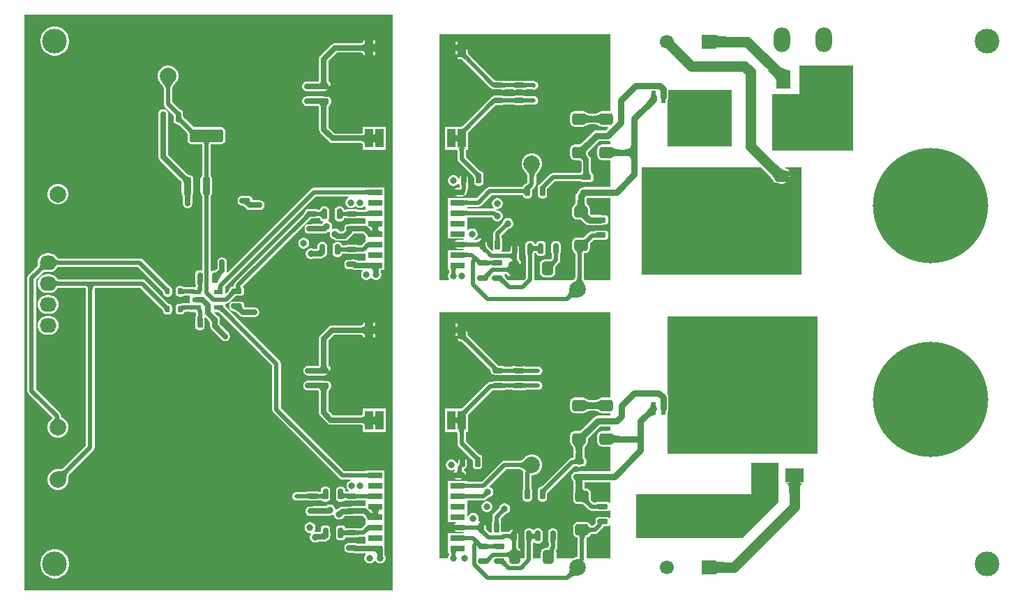
<source format=gtl>
G04*
G04 #@! TF.GenerationSoftware,Altium Limited,Altium Designer,23.2.1 (34)*
G04*
G04 Layer_Physical_Order=1*
G04 Layer_Color=255*
%FSLAX25Y25*%
%MOIN*%
G70*
G04*
G04 #@! TF.SameCoordinates,7D5924AB-2F56-4A22-BAC2-9F5A3F461BF2*
G04*
G04*
G04 #@! TF.FilePolarity,Positive*
G04*
G01*
G75*
G04:AMPARAMS|DCode=17|XSize=50mil|YSize=24mil|CornerRadius=6mil|HoleSize=0mil|Usage=FLASHONLY|Rotation=180.000|XOffset=0mil|YOffset=0mil|HoleType=Round|Shape=RoundedRectangle|*
%AMROUNDEDRECTD17*
21,1,0.05000,0.01200,0,0,180.0*
21,1,0.03800,0.02400,0,0,180.0*
1,1,0.01200,-0.01900,0.00600*
1,1,0.01200,0.01900,0.00600*
1,1,0.01200,0.01900,-0.00600*
1,1,0.01200,-0.01900,-0.00600*
%
%ADD17ROUNDEDRECTD17*%
G04:AMPARAMS|DCode=18|XSize=55mil|YSize=65mil|CornerRadius=13.75mil|HoleSize=0mil|Usage=FLASHONLY|Rotation=90.000|XOffset=0mil|YOffset=0mil|HoleType=Round|Shape=RoundedRectangle|*
%AMROUNDEDRECTD18*
21,1,0.05500,0.03750,0,0,90.0*
21,1,0.02750,0.06500,0,0,90.0*
1,1,0.02750,0.01875,0.01375*
1,1,0.02750,0.01875,-0.01375*
1,1,0.02750,-0.01875,-0.01375*
1,1,0.02750,-0.01875,0.01375*
%
%ADD18ROUNDEDRECTD18*%
%ADD19R,0.26772X0.05906*%
%ADD20R,0.04724X0.09449*%
%ADD21R,0.02362X0.05906*%
%ADD22R,0.08504X0.07028*%
%ADD23R,0.07028X0.08504*%
%ADD24R,0.03937X0.09055*%
%ADD25R,0.07087X0.02559*%
G04:AMPARAMS|DCode=26|XSize=30mil|YSize=22mil|CornerRadius=5.5mil|HoleSize=0mil|Usage=FLASHONLY|Rotation=90.000|XOffset=0mil|YOffset=0mil|HoleType=Round|Shape=RoundedRectangle|*
%AMROUNDEDRECTD26*
21,1,0.03000,0.01100,0,0,90.0*
21,1,0.01900,0.02200,0,0,90.0*
1,1,0.01100,0.00550,0.00950*
1,1,0.01100,0.00550,-0.00950*
1,1,0.01100,-0.00550,-0.00950*
1,1,0.01100,-0.00550,0.00950*
%
%ADD26ROUNDEDRECTD26*%
G04:AMPARAMS|DCode=27|XSize=50mil|YSize=24mil|CornerRadius=6mil|HoleSize=0mil|Usage=FLASHONLY|Rotation=90.000|XOffset=0mil|YOffset=0mil|HoleType=Round|Shape=RoundedRectangle|*
%AMROUNDEDRECTD27*
21,1,0.05000,0.01200,0,0,90.0*
21,1,0.03800,0.02400,0,0,90.0*
1,1,0.01200,0.00600,0.01900*
1,1,0.01200,0.00600,-0.01900*
1,1,0.01200,-0.00600,-0.01900*
1,1,0.01200,-0.00600,0.01900*
%
%ADD27ROUNDEDRECTD27*%
G04:AMPARAMS|DCode=28|XSize=55mil|YSize=65mil|CornerRadius=13.75mil|HoleSize=0mil|Usage=FLASHONLY|Rotation=180.000|XOffset=0mil|YOffset=0mil|HoleType=Round|Shape=RoundedRectangle|*
%AMROUNDEDRECTD28*
21,1,0.05500,0.03750,0,0,180.0*
21,1,0.02750,0.06500,0,0,180.0*
1,1,0.02750,-0.01375,0.01875*
1,1,0.02750,0.01375,0.01875*
1,1,0.02750,0.01375,-0.01875*
1,1,0.02750,-0.01375,-0.01875*
%
%ADD28ROUNDEDRECTD28*%
%ADD29R,0.04134X0.02362*%
G04:AMPARAMS|DCode=30|XSize=36mil|YSize=80mil|CornerRadius=7.2mil|HoleSize=0mil|Usage=FLASHONLY|Rotation=180.000|XOffset=0mil|YOffset=0mil|HoleType=Round|Shape=RoundedRectangle|*
%AMROUNDEDRECTD30*
21,1,0.03600,0.06560,0,0,180.0*
21,1,0.02160,0.08000,0,0,180.0*
1,1,0.01440,-0.01080,0.03280*
1,1,0.01440,0.01080,0.03280*
1,1,0.01440,0.01080,-0.03280*
1,1,0.01440,-0.01080,-0.03280*
%
%ADD30ROUNDEDRECTD30*%
G04:AMPARAMS|DCode=31|XSize=160mil|YSize=60mil|CornerRadius=9mil|HoleSize=0mil|Usage=FLASHONLY|Rotation=180.000|XOffset=0mil|YOffset=0mil|HoleType=Round|Shape=RoundedRectangle|*
%AMROUNDEDRECTD31*
21,1,0.16000,0.04200,0,0,180.0*
21,1,0.14200,0.06000,0,0,180.0*
1,1,0.01800,-0.07100,0.02100*
1,1,0.01800,0.07100,0.02100*
1,1,0.01800,0.07100,-0.02100*
1,1,0.01800,-0.07100,-0.02100*
%
%ADD31ROUNDEDRECTD31*%
%ADD60C,0.02000*%
%ADD61C,0.03000*%
%ADD62C,0.02500*%
%ADD63C,0.05000*%
%ADD64C,0.04000*%
%ADD65O,0.08000X0.07000*%
%ADD66R,0.08000X0.07000*%
%ADD67R,0.07874X0.07874*%
%ADD68C,0.07874*%
%ADD69C,0.06673*%
%ADD70R,0.06673X0.06673*%
%ADD71C,0.55118*%
%ADD72C,0.11811*%
%ADD73O,0.07874X0.11811*%
%ADD74C,0.03150*%
%ADD75C,0.01575*%
%ADD76C,0.02000*%
%ADD77C,0.03000*%
G36*
X484375Y987168D02*
X484525Y987028D01*
X484775Y986904D01*
X485125Y986797D01*
X485575Y986706D01*
X486125Y986632D01*
X487525Y986533D01*
X489325Y986500D01*
Y981500D01*
X488375Y981492D01*
X485575Y981294D01*
X485125Y981203D01*
X484775Y981096D01*
X484525Y980972D01*
X484375Y980832D01*
X484325Y980675D01*
Y987325D01*
X484375Y987168D01*
D02*
G37*
G36*
X513729Y973104D02*
X514434Y972503D01*
X515137Y971972D01*
X515840Y971513D01*
X516541Y971124D01*
X517241Y970806D01*
X517939Y970558D01*
X518636Y970381D01*
X519332Y970275D01*
X520026Y970240D01*
X513022Y963169D01*
X513304Y963559D01*
X513444Y964020D01*
X513443Y964551D01*
X513301Y965153D01*
X513018Y965825D01*
X512594Y966567D01*
X512029Y967380D01*
X511322Y968263D01*
X509487Y970240D01*
X513022Y973775D01*
X513729Y973104D01*
D02*
G37*
G36*
X455740Y954477D02*
X455556Y954455D01*
X455347Y954392D01*
X455113Y954286D01*
X454854Y954137D01*
X454569Y953946D01*
X454258Y953713D01*
X453562Y953119D01*
X452764Y952355D01*
X451280Y955114D01*
X451807Y955662D01*
X452651Y956676D01*
X452968Y957141D01*
X453215Y957579D01*
X453392Y957990D01*
X453499Y958373D01*
X453537Y958728D01*
X453504Y959056D01*
X453402Y959357D01*
X455740Y954477D01*
D02*
G37*
G36*
X434000Y950899D02*
X433875Y950797D01*
X430125D01*
X429198Y950612D01*
X428936Y950437D01*
X428849Y950398D01*
X428595Y950219D01*
X428359Y950078D01*
X428105Y949952D01*
X427833Y949841D01*
X427541Y949746D01*
X427228Y949666D01*
X426909Y949606D01*
X426348Y949549D01*
X424572D01*
X424460Y949557D01*
X424105Y949603D01*
X423771Y949666D01*
X423459Y949746D01*
X423168Y949841D01*
X422895Y949952D01*
X422641Y950078D01*
X422405Y950219D01*
X422151Y950398D01*
X422064Y950437D01*
X421802Y950612D01*
X420875Y950797D01*
X417125D01*
X416198Y950612D01*
X415413Y950087D01*
X414888Y949302D01*
X414704Y948375D01*
Y945625D01*
X414888Y944698D01*
X415413Y943913D01*
X416198Y943388D01*
X417125Y943204D01*
X420875D01*
X421802Y943388D01*
X422064Y943563D01*
X422151Y943602D01*
X422405Y943781D01*
X422641Y943922D01*
X422895Y944048D01*
X423167Y944158D01*
X423459Y944254D01*
X423771Y944334D01*
X424091Y944394D01*
X424652Y944451D01*
X426428D01*
X426541Y944443D01*
X426895Y944397D01*
X427228Y944334D01*
X427541Y944254D01*
X427833Y944158D01*
X428105Y944048D01*
X428359Y943922D01*
X428595Y943781D01*
X428849Y943602D01*
X428936Y943563D01*
X429198Y943388D01*
X430125Y943204D01*
X432676D01*
X432867Y942741D01*
X431674Y941549D01*
X427500D01*
X426524Y941355D01*
X425698Y940802D01*
X420955Y936060D01*
X420392Y935536D01*
X419916Y935155D01*
X419492Y934859D01*
X419383Y934797D01*
X417125D01*
X416198Y934612D01*
X415413Y934087D01*
X414888Y933302D01*
X414704Y932375D01*
Y929625D01*
X414888Y928698D01*
X415413Y927913D01*
X416198Y927388D01*
X417125Y927203D01*
X419513D01*
X420206Y926548D01*
Y922315D01*
X420195Y922194D01*
X420154Y921941D01*
X420099Y921721D01*
X420035Y921533D01*
X419962Y921376D01*
X419883Y921247D01*
X419800Y921140D01*
X419799Y921139D01*
X406600D01*
X406600Y921139D01*
X405820Y920984D01*
X405158Y920542D01*
X405158Y920542D01*
X400560Y915944D01*
X400376Y915907D01*
X399847Y915553D01*
X399493Y915024D01*
X399369Y914400D01*
Y910600D01*
X399493Y909976D01*
X399847Y909447D01*
X400376Y909093D01*
X401000Y908969D01*
X402200D01*
X402824Y909093D01*
X403354Y909447D01*
X403707Y909976D01*
X403831Y910600D01*
Y912661D01*
X403839Y912700D01*
Y913455D01*
X407445Y917061D01*
X419874D01*
X419976Y916993D01*
X420600Y916869D01*
X422185D01*
X422500Y916806D01*
X422815Y916869D01*
X424400D01*
X425024Y916993D01*
X425554Y917346D01*
X425907Y917876D01*
X426031Y918500D01*
Y919700D01*
X425907Y920324D01*
X425713Y920615D01*
X425706Y920636D01*
X425678Y920667D01*
X425554Y920854D01*
X425457Y920918D01*
X425443Y920934D01*
X425291Y921050D01*
X425200Y921140D01*
X425116Y921247D01*
X425038Y921376D01*
X424965Y921533D01*
X424901Y921721D01*
X424846Y921941D01*
X424805Y922194D01*
X424794Y922315D01*
Y927500D01*
X424619Y928378D01*
X424122Y929122D01*
X423296Y929948D01*
Y930888D01*
X423352Y930984D01*
X423642Y931399D01*
X424410Y932305D01*
X428556Y936451D01*
X432730D01*
X433500Y936604D01*
X434000Y936286D01*
Y934899D01*
X433875Y934797D01*
X430125D01*
X429198Y934612D01*
X428413Y934087D01*
X427888Y933302D01*
X427704Y932375D01*
Y929625D01*
X427888Y928698D01*
X428413Y927913D01*
X429198Y927388D01*
X430125Y927203D01*
X433875D01*
X434000Y927101D01*
Y914449D01*
X421800D01*
X420824Y914255D01*
X420640Y914131D01*
X420600D01*
X419976Y914007D01*
X419447Y913653D01*
X419093Y913124D01*
X419012Y912716D01*
X418198Y911902D01*
X417645Y911075D01*
X417451Y910100D01*
Y907666D01*
X417434Y907486D01*
X417379Y907155D01*
X417306Y906857D01*
X417214Y906591D01*
X417108Y906356D01*
X416987Y906149D01*
X416852Y905966D01*
X416701Y905803D01*
X416579Y905699D01*
X416413Y905587D01*
X415888Y904802D01*
X415703Y903875D01*
Y901125D01*
X415888Y900198D01*
X416413Y899413D01*
X417198Y898888D01*
X418125Y898703D01*
X420048D01*
X420048Y898703D01*
X421346Y897549D01*
X422098Y896798D01*
X422925Y896245D01*
X423900Y896051D01*
X429500D01*
X430476Y896245D01*
X430660Y896369D01*
X431400D01*
X432024Y896493D01*
X432553Y896846D01*
X432907Y897376D01*
X433031Y898000D01*
Y899200D01*
X432907Y899824D01*
X432553Y900354D01*
X432024Y900707D01*
X431400Y900831D01*
X430660D01*
X430476Y900955D01*
X429500Y901149D01*
X424956D01*
X424814Y901291D01*
X424483Y901662D01*
X424322Y901863D01*
X424297Y901898D01*
Y903875D01*
X424112Y904802D01*
X423587Y905587D01*
X423421Y905699D01*
X423299Y905803D01*
X423148Y905966D01*
X423013Y906149D01*
X422892Y906356D01*
X422786Y906591D01*
X422694Y906857D01*
X422621Y907155D01*
X422566Y907486D01*
X422549Y907666D01*
Y909044D01*
X422856Y909351D01*
X434000D01*
Y870000D01*
X421618D01*
X421567Y870114D01*
X421455Y870415D01*
X421371Y870693D01*
X421313Y870948D01*
X421289Y871122D01*
Y882217D01*
X421303Y882376D01*
X421339Y882599D01*
X421366Y882703D01*
X421875D01*
X422802Y882888D01*
X423587Y883413D01*
X424112Y884198D01*
X424297Y885125D01*
Y887258D01*
X424451Y887479D01*
X424941Y888057D01*
X426045Y889161D01*
X429300D01*
X429339Y889169D01*
X431400D01*
X432024Y889293D01*
X432553Y889647D01*
X432907Y890176D01*
X433031Y890800D01*
Y892000D01*
X432907Y892624D01*
X432553Y893153D01*
X432024Y893507D01*
X431400Y893631D01*
X427600D01*
X427260Y893564D01*
X427240Y893565D01*
X427201Y893552D01*
X426976Y893507D01*
X426882Y893444D01*
X426863Y893438D01*
X426796Y893400D01*
X426752Y893381D01*
X426684Y893358D01*
X426384Y893293D01*
X426231Y893272D01*
X425731Y893239D01*
X425200D01*
X425002Y893200D01*
X425000D01*
X424998Y893199D01*
X424420Y893084D01*
X423758Y892642D01*
X422150Y891034D01*
X421789Y890698D01*
X421490Y890459D01*
X421258Y890296D01*
X418125D01*
X417198Y890112D01*
X416413Y889587D01*
X415888Y888802D01*
X415703Y887875D01*
Y885125D01*
X415888Y884198D01*
X416413Y883413D01*
X417100Y882954D01*
X417110Y882923D01*
X417158Y882720D01*
X417196Y882454D01*
X417211Y882266D01*
Y871533D01*
X417179Y871347D01*
X417116Y871137D01*
X417028Y870929D01*
X416909Y870719D01*
X416758Y870507D01*
X416570Y870292D01*
X416343Y870074D01*
X416254Y870000D01*
X397721D01*
X397639Y870100D01*
Y881760D01*
X397672Y882317D01*
X397685Y882428D01*
X397688Y882447D01*
X397707Y882476D01*
X397783Y882856D01*
X397821Y882871D01*
X397977Y882912D01*
X398195Y882948D01*
X398200Y882948D01*
X398205Y882948D01*
X398423Y882912D01*
X398579Y882871D01*
X398617Y882856D01*
X398693Y882476D01*
X399046Y881946D01*
X399576Y881593D01*
X400200Y881469D01*
X401400D01*
X402024Y881593D01*
X402554Y881946D01*
X402907Y882476D01*
X403031Y883100D01*
Y886900D01*
X402907Y887524D01*
X402554Y888054D01*
X402024Y888407D01*
X401400Y888531D01*
X400200D01*
X399576Y888407D01*
X399046Y888054D01*
X398693Y887524D01*
X398617Y887144D01*
X398579Y887129D01*
X398423Y887088D01*
X398205Y887052D01*
X398200Y887052D01*
X398195Y887052D01*
X397977Y887088D01*
X397821Y887129D01*
X397783Y887144D01*
X397707Y887524D01*
X397354Y888054D01*
X396824Y888407D01*
X396200Y888531D01*
X395000D01*
X394376Y888407D01*
X393847Y888054D01*
X393493Y887524D01*
X393369Y886900D01*
Y883100D01*
X393493Y882476D01*
X393494Y882474D01*
X393561Y881320D01*
Y870945D01*
X392616Y870000D01*
X385084D01*
X384142Y870942D01*
X384013Y871089D01*
X383712Y871471D01*
X383614Y871614D01*
X383538Y871741D01*
X383488Y871840D01*
X383463Y871903D01*
X383438Y871995D01*
X383429Y872013D01*
X383407Y872124D01*
X383298Y872288D01*
X383279Y872328D01*
X383268Y872338D01*
X383261Y872352D01*
X383251Y872361D01*
X383250Y872373D01*
X383516Y872861D01*
X383742D01*
X383916Y872847D01*
X384165Y872809D01*
X384350Y872764D01*
X384470Y872720D01*
X384475Y872717D01*
X384518Y872606D01*
X384553Y872468D01*
X384588Y872421D01*
X384608Y872367D01*
X384706Y872263D01*
X384791Y872149D01*
X384841Y872120D01*
X384881Y872077D01*
X385011Y872019D01*
X385133Y871946D01*
X385191Y871938D01*
X385244Y871914D01*
X385386Y871910D01*
X385526Y871889D01*
X385583Y871904D01*
X385642Y871902D01*
X385774Y871952D01*
X385912Y871987D01*
X385959Y872022D01*
X386014Y872043D01*
X386117Y872140D01*
X386231Y872225D01*
X386261Y872276D01*
X386303Y872316D01*
X386361Y872445D01*
X386434Y872567D01*
X386442Y872625D01*
X386466Y872678D01*
X386471Y872820D01*
X386476Y872861D01*
X387400D01*
X388180Y873016D01*
X388842Y873458D01*
X389842Y874458D01*
X389842Y874458D01*
X390284Y875120D01*
X390439Y875900D01*
X390439Y875900D01*
Y877335D01*
X390535Y877361D01*
X390650Y877374D01*
X390725Y877414D01*
X390807Y877437D01*
X390898Y877508D01*
X390999Y877563D01*
X391053Y877630D01*
X391120Y877682D01*
X391177Y877783D01*
X391250Y877873D01*
X391274Y877954D01*
X391316Y878029D01*
X391330Y878143D01*
X391362Y878254D01*
X391354Y878339D01*
X391364Y878424D01*
X391333Y878535D01*
X391321Y878650D01*
X391280Y878725D01*
X391257Y878807D01*
X391186Y878898D01*
X391131Y878999D01*
X391065Y879053D01*
X391012Y879120D01*
X390876Y879237D01*
X390793Y879327D01*
X390718Y879429D01*
X390649Y879548D01*
X390586Y879686D01*
X390531Y879848D01*
X390485Y880034D01*
X390450Y880245D01*
X390439Y880360D01*
Y885000D01*
X390284Y885780D01*
X389842Y886442D01*
X389180Y886884D01*
X388400Y887039D01*
X387620Y886884D01*
X386958Y886442D01*
X386516Y885780D01*
X386361Y885000D01*
Y884212D01*
X386329Y884031D01*
X386281Y883886D01*
X386229Y883790D01*
X386175Y883725D01*
X386110Y883671D01*
X386014Y883619D01*
X385869Y883571D01*
X385688Y883539D01*
X382137D01*
X382023Y883703D01*
X381915Y884039D01*
X382207Y884476D01*
X382331Y885100D01*
Y888900D01*
X382207Y889524D01*
X382206Y889526D01*
X382139Y890680D01*
Y891255D01*
X385309Y894425D01*
X385339D01*
X385994Y894601D01*
X386581Y894940D01*
X387060Y895419D01*
X387399Y896006D01*
X387575Y896661D01*
Y897339D01*
X387399Y897994D01*
X387060Y898581D01*
X386581Y899060D01*
X385994Y899399D01*
X385339Y899575D01*
X384661D01*
X384006Y899399D01*
X383419Y899060D01*
X382940Y898581D01*
X382601Y897994D01*
X382425Y897339D01*
Y897324D01*
X382325Y897209D01*
X378658Y893542D01*
X378216Y892880D01*
X378061Y892100D01*
Y890240D01*
X378028Y889683D01*
X378015Y889572D01*
X378012Y889553D01*
X377993Y889524D01*
X377869Y888900D01*
Y885100D01*
X377993Y884476D01*
X378044Y884398D01*
X377834Y883814D01*
X377780Y883798D01*
X377655Y883829D01*
X375774Y885710D01*
X375593Y885914D01*
X375358Y886210D01*
X375181Y886465D01*
X375063Y886671D01*
X375000Y886819D01*
X374990Y886855D01*
X375026Y886977D01*
X375079Y887092D01*
X375082Y887166D01*
X375103Y887236D01*
X375090Y887362D01*
X375094Y887490D01*
X375069Y887558D01*
X375061Y887632D01*
X375000Y887743D01*
X374956Y887863D01*
X374906Y887916D01*
X374871Y887981D01*
X374772Y888061D01*
X374686Y888155D01*
X374619Y888185D01*
X374562Y888231D01*
X374463Y888261D01*
X374342Y888442D01*
X373680Y888884D01*
X372900Y889039D01*
X372744D01*
X372723Y889140D01*
X372710Y889285D01*
X372685Y889334D01*
X372674Y889388D01*
X372593Y889509D01*
X372526Y889638D01*
X372484Y889673D01*
X372453Y889719D01*
X372332Y889799D01*
X372220Y889893D01*
X372168Y889909D01*
X372122Y889940D01*
X371980Y889968D01*
X371841Y890011D01*
X371786Y890007D01*
X371732Y890017D01*
X371589Y889989D01*
X371445Y889976D01*
X371396Y889950D01*
X371342Y889940D01*
X371221Y889859D01*
X371092Y889791D01*
X371057Y889749D01*
X371011Y889719D01*
X370930Y889598D01*
X370837Y889486D01*
X370821Y889433D01*
X370790Y889388D01*
X370762Y889245D01*
X370732Y889151D01*
X370679Y889129D01*
X370523Y889088D01*
X370305Y889052D01*
X370153Y889039D01*
X368830D01*
X368764Y889539D01*
X368994Y889601D01*
X369581Y889940D01*
X370060Y890419D01*
X370399Y891006D01*
X370575Y891661D01*
Y892339D01*
X370399Y892994D01*
X370060Y893581D01*
X369581Y894060D01*
X368994Y894399D01*
X368339Y894575D01*
X367661D01*
X367006Y894399D01*
X366419Y894060D01*
X366043Y893685D01*
X365612Y893811D01*
X365543Y893859D01*
Y894221D01*
X365543Y894279D01*
Y894720D01*
X365543Y894779D01*
Y899220D01*
X365543Y899279D01*
Y899743D01*
X365968Y899961D01*
X377344D01*
X377528Y899777D01*
X377601Y899506D01*
X377940Y898919D01*
X378419Y898440D01*
X379006Y898101D01*
X379661Y897925D01*
X380339D01*
X380994Y898101D01*
X381581Y898440D01*
X382060Y898919D01*
X382399Y899506D01*
X382575Y900161D01*
Y900839D01*
X382399Y901494D01*
X382060Y902081D01*
X381581Y902560D01*
X380994Y902899D01*
X380339Y903075D01*
X379998D01*
X379638Y903435D01*
X379640Y903468D01*
X379807Y903925D01*
X380339D01*
X380994Y904101D01*
X381581Y904440D01*
X382060Y904919D01*
X382399Y905506D01*
X382575Y906161D01*
Y906839D01*
X382399Y907494D01*
X382060Y908081D01*
X381581Y908560D01*
X380994Y908899D01*
X380339Y909075D01*
X379661D01*
X379006Y908899D01*
X378419Y908560D01*
X377940Y908081D01*
X377601Y907494D01*
X377425Y906839D01*
Y906161D01*
X377601Y905506D01*
X377940Y904919D01*
X378340Y904519D01*
X378227Y904160D01*
X378144Y904039D01*
X366039D01*
X365839Y904112D01*
X365543Y904280D01*
Y904743D01*
X365968Y904961D01*
X371000D01*
X371780Y905116D01*
X372442Y905558D01*
X377345Y910461D01*
X391653D01*
X391805Y910448D01*
X392023Y910412D01*
X392179Y910371D01*
X392217Y910355D01*
X392293Y909976D01*
X392647Y909447D01*
X393176Y909093D01*
X393800Y908969D01*
X395000D01*
X395624Y909093D01*
X396153Y909447D01*
X396507Y909976D01*
X396631Y910600D01*
Y913027D01*
X396731Y913167D01*
X397284Y913800D01*
X397942Y914458D01*
X398384Y915120D01*
X398539Y915900D01*
Y919590D01*
X398569Y919777D01*
X398631Y920012D01*
X398722Y920259D01*
X398844Y920516D01*
X398998Y920786D01*
X399187Y921065D01*
X399411Y921355D01*
X399672Y921654D01*
X399987Y921978D01*
X400037Y922055D01*
X400451Y922469D01*
X401101Y923594D01*
X401437Y924850D01*
Y926150D01*
X401101Y927406D01*
X400451Y928531D01*
X399531Y929451D01*
X398406Y930101D01*
X397150Y930437D01*
X395850D01*
X394594Y930101D01*
X393469Y929451D01*
X392549Y928531D01*
X391899Y927406D01*
X391563Y926150D01*
Y924850D01*
X391899Y923594D01*
X392549Y922469D01*
X392963Y922055D01*
X393013Y921978D01*
X393328Y921654D01*
X393589Y921355D01*
X393813Y921065D01*
X394002Y920786D01*
X394156Y920516D01*
X394278Y920259D01*
X394369Y920012D01*
X394431Y919777D01*
X394461Y919590D01*
Y916745D01*
X394358Y916642D01*
X394211Y916512D01*
X393829Y916212D01*
X393686Y916115D01*
X393559Y916038D01*
X393460Y915988D01*
X393397Y915963D01*
X393305Y915938D01*
X393286Y915929D01*
X393176Y915907D01*
X392985Y915780D01*
X392948Y915761D01*
X392935Y915746D01*
X392647Y915553D01*
X392293Y915024D01*
X392217Y914645D01*
X392179Y914629D01*
X392023Y914588D01*
X391805Y914552D01*
X391653Y914539D01*
X376500D01*
X375720Y914384D01*
X375058Y913942D01*
X375058Y913942D01*
X370155Y909039D01*
X365795D01*
X365543Y909050D01*
Y909280D01*
X364584D01*
X364549Y909287D01*
X364540Y909285D01*
X364531Y909287D01*
X364493Y909280D01*
X356457D01*
Y904780D01*
X356457Y904720D01*
Y904280D01*
X356457Y904220D01*
Y899780D01*
X356457Y899720D01*
Y899279D01*
X356457Y899220D01*
Y894779D01*
X356457Y894720D01*
Y894279D01*
X356457Y894221D01*
Y889721D01*
X363749D01*
X363947Y889221D01*
X363755Y889039D01*
X361000D01*
X360220Y888884D01*
X359558Y888442D01*
X359116Y887780D01*
X358961Y887000D01*
X359116Y886220D01*
X359558Y885558D01*
X360220Y885116D01*
X361000Y884961D01*
X363755D01*
X363947Y884779D01*
X363749Y884280D01*
X356457D01*
Y879780D01*
X356457Y879720D01*
X356457D01*
Y879280D01*
X356457D01*
Y875771D01*
X356449Y875733D01*
X356457Y875694D01*
Y874720D01*
X356917D01*
X356961Y874229D01*
Y873602D01*
X356940Y873581D01*
X356601Y872994D01*
X356425Y872339D01*
Y871661D01*
X356601Y871006D01*
X356893Y870500D01*
X356727Y870000D01*
X352500D01*
Y987500D01*
X434000D01*
Y950899D01*
D02*
G37*
G36*
X429438Y944434D02*
X429151Y944637D01*
X428846Y944818D01*
X428524Y944978D01*
X428184Y945116D01*
X427826Y945234D01*
X427450Y945329D01*
X427056Y945404D01*
X426644Y945457D01*
X426214Y945489D01*
X425767Y945500D01*
Y948500D01*
X426214Y948511D01*
X427056Y948596D01*
X427450Y948670D01*
X427826Y948766D01*
X428184Y948884D01*
X428524Y949022D01*
X428846Y949182D01*
X429151Y949363D01*
X429438Y949566D01*
Y944434D01*
D02*
G37*
G36*
X421849Y949363D02*
X422154Y949182D01*
X422476Y949022D01*
X422816Y948884D01*
X423174Y948766D01*
X423551Y948670D01*
X423944Y948596D01*
X424356Y948543D01*
X424786Y948511D01*
X425233Y948500D01*
Y945500D01*
X424786Y945489D01*
X423944Y945404D01*
X423551Y945329D01*
X423174Y945234D01*
X422816Y945116D01*
X422476Y944978D01*
X422154Y944818D01*
X421849Y944637D01*
X421562Y944434D01*
Y949566D01*
X421849Y949363D01*
D02*
G37*
G36*
X492000Y934000D02*
X461500D01*
Y956217D01*
X461650Y956442D01*
X461844Y957417D01*
Y961000D01*
X492000D01*
Y934000D01*
D02*
G37*
G36*
X424371Y933750D02*
X423773Y933131D01*
X422833Y932022D01*
X422491Y931532D01*
X422233Y931085D01*
X422060Y930680D01*
X421973Y930319D01*
X421970Y930000D01*
X422053Y929724D01*
X422158Y929578D01*
X422237Y929624D01*
X422238Y929605D01*
X422264Y929563D01*
X422316Y929498D01*
X422494Y929297D01*
X423384Y928384D01*
X421616Y926616D01*
X419878Y928262D01*
X422143Y929569D01*
X418007Y933738D01*
X418239Y933568D01*
X418513Y933484D01*
X418830Y933485D01*
X419190Y933571D01*
X419593Y933742D01*
X420039Y933998D01*
X420527Y934338D01*
X421059Y934764D01*
X422250Y935871D01*
X424371Y933750D01*
D02*
G37*
G36*
X550000Y932000D02*
X511500D01*
Y959000D01*
X524500D01*
Y972500D01*
X550000D01*
Y932000D01*
D02*
G37*
G36*
X434849Y933363D02*
X435154Y933182D01*
X435476Y933022D01*
X435816Y932884D01*
X436174Y932766D01*
X436551Y932670D01*
X436944Y932596D01*
X437356Y932543D01*
X437786Y932511D01*
X438233Y932500D01*
Y929500D01*
X437786Y929489D01*
X436944Y929404D01*
X436551Y929329D01*
X436174Y929234D01*
X435816Y929116D01*
X435476Y928978D01*
X435154Y928818D01*
X434849Y928637D01*
X434562Y928434D01*
Y933566D01*
X434849Y933363D01*
D02*
G37*
G36*
X447000Y931000D02*
X444000Y926500D01*
X443970Y927070D01*
X443880Y927580D01*
X443730Y928030D01*
X443520Y928420D01*
X443250Y928750D01*
X442920Y929020D01*
X442530Y929230D01*
X442080Y929380D01*
X441570Y929470D01*
X441000Y929500D01*
Y932500D01*
X441570Y932530D01*
X442080Y932620D01*
X442530Y932770D01*
X442920Y932980D01*
X443250Y933250D01*
X443520Y933580D01*
X443730Y933970D01*
X443880Y934420D01*
X443970Y934930D01*
X444000Y935500D01*
X447000Y931000D01*
D02*
G37*
G36*
X423761Y922420D02*
X423793Y922066D01*
X423847Y921736D01*
X423922Y921432D01*
X424018Y921152D01*
X424137Y920897D01*
X424276Y920666D01*
X424437Y920461D01*
X424620Y920280D01*
X424824Y920124D01*
X420176D01*
X420380Y920280D01*
X420563Y920461D01*
X420724Y920666D01*
X420863Y920897D01*
X420982Y921152D01*
X421078Y921432D01*
X421153Y921736D01*
X421207Y922066D01*
X421239Y922420D01*
X421250Y922799D01*
X423750D01*
X423761Y922420D01*
D02*
G37*
G36*
X398922Y922345D02*
X398624Y922003D01*
X398360Y921663D01*
X398132Y921325D01*
X397939Y920988D01*
X397781Y920653D01*
X397658Y920320D01*
X397570Y919988D01*
X397518Y919658D01*
X397500Y919330D01*
X395500D01*
X395482Y919658D01*
X395430Y919988D01*
X395342Y920320D01*
X395219Y920653D01*
X395061Y920988D01*
X394868Y921325D01*
X394640Y921663D01*
X394376Y922003D01*
X394078Y922345D01*
X393744Y922688D01*
X399256D01*
X398922Y922345D01*
D02*
G37*
G36*
X513398Y925156D02*
X515208Y923631D01*
X515768Y923242D01*
X516305Y922914D01*
X516819Y922646D01*
X517312Y922438D01*
X517782Y922291D01*
X518231Y922203D01*
X512934Y917438D01*
X512758Y917821D01*
X512538Y918227D01*
X512275Y918654D01*
X511618Y919573D01*
X511225Y920065D01*
X509782Y921671D01*
X509215Y922250D01*
X512750Y925785D01*
X513398Y925156D01*
D02*
G37*
G36*
X525500Y872500D02*
X449000D01*
Y924000D01*
X506007D01*
X509078Y920930D01*
X510447Y919405D01*
X510805Y918958D01*
X511425Y918089D01*
X511656Y917716D01*
X511846Y917365D01*
X512008Y917012D01*
X512098Y916888D01*
X512177Y916756D01*
X512214Y916728D01*
X512241Y916690D01*
X512372Y916609D01*
X512495Y916518D01*
X512540Y916506D01*
X512580Y916482D01*
X512732Y916457D01*
X512881Y916419D01*
X512927Y916426D01*
X512973Y916419D01*
X513122Y916454D01*
X513274Y916476D01*
X513314Y916500D01*
X513360Y916511D01*
X513484Y916601D01*
X513509Y916616D01*
X513735Y916443D01*
X514586Y916090D01*
X515500Y915970D01*
X516000D01*
X516914Y916090D01*
X517765Y916443D01*
X518496Y917004D01*
X519057Y917735D01*
X519410Y918586D01*
X519530Y919500D01*
X519410Y920414D01*
X519057Y921265D01*
X518916Y921449D01*
X518990Y921548D01*
X519080Y921639D01*
X519108Y921706D01*
X519151Y921764D01*
X519183Y921888D01*
X519232Y922007D01*
X519231Y922079D01*
X519249Y922149D01*
X519231Y922276D01*
X519230Y922405D01*
X519202Y922472D01*
X519192Y922543D01*
X519126Y922653D01*
X519077Y922772D01*
X519026Y922823D01*
X518989Y922885D01*
X518886Y922962D01*
X518794Y923053D01*
X518728Y923080D01*
X518670Y923123D01*
X518545Y923155D01*
X518426Y923204D01*
X518034Y923280D01*
X517664Y923396D01*
X517419Y923500D01*
X517520Y924000D01*
X525500D01*
Y872500D01*
D02*
G37*
G36*
X397014Y914999D02*
X396679Y914657D01*
X395931Y913800D01*
X395766Y913571D01*
X395645Y913370D01*
X395567Y913197D01*
X395531Y913052D01*
X395538Y912936D01*
X395587Y912847D01*
X393571Y914954D01*
X393719Y914994D01*
X393879Y915057D01*
X394052Y915145D01*
X394236Y915255D01*
X394433Y915390D01*
X394863Y915729D01*
X395096Y915933D01*
X395600Y916414D01*
X397014Y914999D01*
D02*
G37*
G36*
X393232Y910502D02*
X393212Y910692D01*
X393151Y910861D01*
X393049Y911011D01*
X392907Y911141D01*
X392724Y911251D01*
X392501Y911340D01*
X392237Y911410D01*
X391932Y911460D01*
X391586Y911490D01*
X391200Y911500D01*
Y913500D01*
X391586Y913510D01*
X391932Y913540D01*
X392237Y913590D01*
X392501Y913660D01*
X392724Y913749D01*
X392907Y913859D01*
X393049Y913989D01*
X393151Y914139D01*
X393212Y914308D01*
X393232Y914498D01*
Y910502D01*
D02*
G37*
G36*
X364551Y908217D02*
X364611Y908171D01*
X364711Y908131D01*
X364851Y908096D01*
X365031Y908067D01*
X365251Y908043D01*
X366151Y908003D01*
X366531Y908000D01*
Y906000D01*
X366151Y905997D01*
X364851Y905904D01*
X364711Y905869D01*
X364611Y905829D01*
X364551Y905783D01*
X364531Y905733D01*
Y908267D01*
X364551Y908217D01*
D02*
G37*
G36*
X421514Y907789D02*
X421554Y907356D01*
X421621Y906949D01*
X421715Y906568D01*
X421837Y906215D01*
X421985Y905888D01*
X422160Y905587D01*
X422362Y905314D01*
X422591Y905067D01*
X422847Y904847D01*
X417153D01*
X417409Y905067D01*
X417638Y905314D01*
X417840Y905587D01*
X418015Y905888D01*
X418163Y906215D01*
X418285Y906568D01*
X418379Y906949D01*
X418446Y907356D01*
X418486Y907789D01*
X418500Y908250D01*
X421500D01*
X421514Y907789D01*
D02*
G37*
G36*
X364551Y903217D02*
X364611Y903171D01*
X364711Y903131D01*
X364851Y903096D01*
X365031Y903067D01*
X365251Y903043D01*
X366151Y903003D01*
X366531Y903000D01*
Y901000D01*
X366151Y900997D01*
X364851Y900904D01*
X364711Y900869D01*
X364611Y900829D01*
X364551Y900783D01*
X364531Y900733D01*
Y903267D01*
X364551Y903217D01*
D02*
G37*
G36*
X423197Y901860D02*
X423204Y901762D01*
X423258Y901627D01*
X423360Y901455D01*
X423509Y901247D01*
X423704Y901003D01*
X424238Y900405D01*
X424961Y899661D01*
X422839Y897539D01*
X422372Y898001D01*
X420673Y899512D01*
X420461Y899654D01*
X420291Y899743D01*
X420163Y899779D01*
X420078Y899762D01*
X423238Y901922D01*
X423197Y901860D01*
D02*
G37*
G36*
X384984Y895425D02*
X384950Y895419D01*
X384906Y895399D01*
X384852Y895366D01*
X384787Y895320D01*
X384626Y895188D01*
X384423Y895003D01*
X384179Y894765D01*
X382765Y896179D01*
X382890Y896306D01*
X383366Y896852D01*
X383399Y896906D01*
X383419Y896950D01*
X383425Y896984D01*
X384984Y895425D01*
D02*
G37*
G36*
X427371Y890246D02*
X427365Y890237D01*
X427322Y890230D01*
X427240Y890223D01*
X426532Y890205D01*
X425600Y890201D01*
X425200Y892200D01*
X425517Y892204D01*
X426335Y892257D01*
X426563Y892288D01*
X426953Y892373D01*
X427114Y892426D01*
X427253Y892487D01*
X427371Y892554D01*
Y890246D01*
D02*
G37*
G36*
X381101Y890961D02*
X381199Y889291D01*
X381225Y889193D01*
X381254Y889129D01*
X378946D01*
X378975Y889193D01*
X379001Y889291D01*
X379025Y889425D01*
X379045Y889594D01*
X379086Y890309D01*
X379100Y891340D01*
X381100D01*
X381101Y890961D01*
D02*
G37*
G36*
X424664Y889250D02*
X424267Y888839D01*
X423642Y888102D01*
X423415Y887776D01*
X423244Y887479D01*
X423129Y887210D01*
X423072Y886970D01*
X423070Y886759D01*
X423126Y886576D01*
X423238Y886421D01*
X420421Y889238D01*
X420576Y889126D01*
X420759Y889070D01*
X420970Y889072D01*
X421210Y889129D01*
X421479Y889244D01*
X421776Y889415D01*
X422102Y889642D01*
X422456Y889926D01*
X423250Y890664D01*
X424664Y889250D01*
D02*
G37*
G36*
X399632Y883002D02*
X399612Y883192D01*
X399551Y883362D01*
X399449Y883511D01*
X399307Y883641D01*
X399124Y883751D01*
X398901Y883840D01*
X398637Y883910D01*
X398332Y883960D01*
X398200Y883972D01*
X398068Y883960D01*
X397763Y883910D01*
X397499Y883840D01*
X397276Y883751D01*
X397093Y883641D01*
X396951Y883511D01*
X396849Y883362D01*
X396788Y883192D01*
X396768Y883002D01*
Y886998D01*
X396788Y886808D01*
X396849Y886639D01*
X396951Y886489D01*
X397093Y886359D01*
X397276Y886249D01*
X397499Y886160D01*
X397763Y886090D01*
X398068Y886040D01*
X398200Y886028D01*
X398332Y886040D01*
X398637Y886090D01*
X398901Y886160D01*
X399124Y886249D01*
X399307Y886359D01*
X399449Y886489D01*
X399551Y886639D01*
X399612Y886808D01*
X399632Y886998D01*
Y883002D01*
D02*
G37*
G36*
X364551Y888217D02*
X364611Y888171D01*
X364711Y888131D01*
X364851Y888096D01*
X365031Y888067D01*
X365251Y888043D01*
X366151Y888003D01*
X366531Y888000D01*
Y886000D01*
X366151Y885997D01*
X364851Y885904D01*
X364711Y885869D01*
X364611Y885829D01*
X364551Y885783D01*
X364531Y885732D01*
Y888268D01*
X364551Y888217D01*
D02*
G37*
G36*
X371732Y885002D02*
X371712Y885192D01*
X371651Y885361D01*
X371549Y885511D01*
X371407Y885641D01*
X371224Y885751D01*
X371001Y885840D01*
X370737Y885910D01*
X370432Y885960D01*
X370087Y885990D01*
X369701Y886000D01*
Y888000D01*
X370087Y888010D01*
X370432Y888040D01*
X370737Y888090D01*
X371001Y888160D01*
X371224Y888249D01*
X371407Y888359D01*
X371549Y888489D01*
X371651Y888638D01*
X371712Y888808D01*
X371732Y888998D01*
Y885002D01*
D02*
G37*
G36*
X373996Y887154D02*
X373956Y886956D01*
X373968Y886733D01*
X374033Y886486D01*
X374149Y886215D01*
X374318Y885920D01*
X374539Y885602D01*
X374812Y885259D01*
X375137Y884892D01*
X375514Y884501D01*
X374099Y883086D01*
X373842Y883338D01*
X373142Y883953D01*
X372933Y884111D01*
X372551Y884355D01*
X372379Y884443D01*
X372219Y884506D01*
X372071Y884546D01*
X374088Y887329D01*
X373996Y887154D01*
D02*
G37*
G36*
X421250Y883762D02*
X421060Y883757D01*
X420890Y883708D01*
X420740Y883615D01*
X420610Y883479D01*
X420500Y883300D01*
X420410Y883077D01*
X420340Y882811D01*
X420290Y882501D01*
X420260Y882147D01*
X420250Y881750D01*
X418250D01*
X418240Y882180D01*
X418210Y882566D01*
X418161Y882908D01*
X418091Y883208D01*
X418002Y883463D01*
X417893Y883675D01*
X417764Y883844D01*
X417615Y883969D01*
X417446Y884050D01*
X417257Y884088D01*
X421250Y883762D01*
D02*
G37*
G36*
X364551Y883217D02*
X364611Y883171D01*
X364711Y883131D01*
X364851Y883096D01*
X365031Y883067D01*
X365251Y883043D01*
X366151Y883003D01*
X366531Y883000D01*
Y881000D01*
X366151Y880997D01*
X364851Y880904D01*
X364711Y880869D01*
X364611Y880829D01*
X364551Y880783D01*
X364531Y880733D01*
Y883267D01*
X364551Y883217D01*
D02*
G37*
G36*
X396725Y882807D02*
X396698Y882708D01*
X396675Y882575D01*
X396655Y882406D01*
X396614Y881691D01*
X396600Y880660D01*
X394600D01*
X394599Y881039D01*
X394501Y882708D01*
X394475Y882807D01*
X394446Y882871D01*
X396754D01*
X396725Y882807D01*
D02*
G37*
G36*
X377871Y876946D02*
X377807Y876975D01*
X377709Y877001D01*
X377575Y877025D01*
X377406Y877045D01*
X376720Y877084D01*
X375291Y877001D01*
X375193Y876975D01*
X375129Y876946D01*
Y879254D01*
X375193Y879225D01*
X375291Y879198D01*
X375425Y879175D01*
X375594Y879155D01*
X376280Y879116D01*
X377709Y879198D01*
X377807Y879225D01*
X377871Y879254D01*
Y876946D01*
D02*
G37*
G36*
X389400Y881500D02*
X388898Y880747D01*
X389400Y880746D01*
X389409Y880421D01*
X389438Y880115D01*
X389485Y879828D01*
X389551Y879560D01*
X389637Y879310D01*
X389741Y879080D01*
X389864Y878868D01*
X390006Y878676D01*
X390167Y878502D01*
X390347Y878347D01*
X387473Y878610D01*
X387400Y878500D01*
X387394Y878617D01*
X386402Y878708D01*
X386591Y878712D01*
X386761Y878761D01*
X386911Y878854D01*
X387041Y878991D01*
X387150Y879173D01*
X387240Y879399D01*
X387249Y879433D01*
X387220Y879520D01*
X387080Y879780D01*
X386900Y880000D01*
X386680Y880180D01*
X386420Y880320D01*
X386120Y880420D01*
X385780Y880480D01*
X385400Y880500D01*
Y882500D01*
X385780Y882520D01*
X386120Y882580D01*
X386420Y882680D01*
X386680Y882820D01*
X386900Y883000D01*
X387080Y883220D01*
X387220Y883480D01*
X387320Y883780D01*
X387380Y884120D01*
X387400Y884500D01*
X389400Y881500D01*
D02*
G37*
G36*
X370814Y880404D02*
X371955Y879413D01*
X372097Y879326D01*
X372211Y879276D01*
X372296Y879263D01*
X372353Y879288D01*
X370525Y877437D01*
X370549Y877494D01*
X370535Y877579D01*
X370484Y877694D01*
X370396Y877837D01*
X370271Y878009D01*
X369909Y878439D01*
X369398Y878984D01*
X369086Y879300D01*
X370500Y880714D01*
X370814Y880404D01*
D02*
G37*
G36*
X360810Y875712D02*
X360640Y875653D01*
X360490Y875552D01*
X360360Y875412D01*
X360250Y875233D01*
X360160Y875012D01*
X360090Y874753D01*
X360040Y874452D01*
X360010Y874113D01*
X360005Y873924D01*
X360050Y873260D01*
X360066Y873198D01*
X360083Y873153D01*
X360102Y873125D01*
X357898D01*
X357917Y873153D01*
X357934Y873198D01*
X357950Y873260D01*
X357963Y873339D01*
X357984Y873546D01*
X357996Y873820D01*
X357997Y873931D01*
X357995Y874113D01*
X357915Y875012D01*
X357867Y875233D01*
X357809Y875412D01*
X357740Y875552D01*
X357660Y875653D01*
X357570Y875712D01*
X357469Y875733D01*
X361000D01*
X360810Y875712D01*
D02*
G37*
G36*
X385473Y872907D02*
X385441Y873096D01*
X385367Y873265D01*
X385251Y873414D01*
X385092Y873543D01*
X384891Y873652D01*
X384648Y873741D01*
X384362Y873811D01*
X384034Y873860D01*
X383663Y873890D01*
X383250Y873900D01*
Y875900D01*
X383642Y875910D01*
X383991Y875940D01*
X384298Y875990D01*
X384563Y876060D01*
X384786Y876150D01*
X384966Y876260D01*
X385103Y876390D01*
X385199Y876540D01*
X385252Y876710D01*
X385262Y876900D01*
X385473Y872907D01*
D02*
G37*
G36*
X376914Y872577D02*
X376683Y872335D01*
X376278Y871847D01*
X376104Y871599D01*
X375949Y871350D01*
X375812Y871098D01*
X375694Y870844D01*
X375595Y870589D01*
X375515Y870331D01*
X375454Y870071D01*
X372194Y872087D01*
X372385Y872012D01*
X372612Y872001D01*
X372874Y872053D01*
X373172Y872168D01*
X373506Y872348D01*
X373875Y872591D01*
X374280Y872898D01*
X375197Y873703D01*
X375709Y874201D01*
X376914Y872577D01*
D02*
G37*
G36*
X382494Y871581D02*
X382558Y871421D01*
X382645Y871249D01*
X382755Y871064D01*
X382890Y870867D01*
X383229Y870437D01*
X383433Y870204D01*
X383914Y869701D01*
X382500Y868286D01*
X382108Y868663D01*
X381399Y869261D01*
X381080Y869482D01*
X380785Y869650D01*
X380514Y869767D01*
X380267Y869832D01*
X380044Y869844D01*
X379846Y869804D01*
X379671Y869713D01*
X382454Y871729D01*
X382494Y871581D01*
D02*
G37*
G36*
X420250Y871389D02*
X420265Y871084D01*
X420310Y870765D01*
X420384Y870434D01*
X420489Y870088D01*
X420623Y869730D01*
X420787Y869357D01*
X421204Y868573D01*
X421458Y868161D01*
X421741Y867735D01*
X416330Y868785D01*
X416695Y869043D01*
X417021Y869311D01*
X417309Y869588D01*
X417559Y869875D01*
X417770Y870171D01*
X417943Y870476D01*
X418077Y870791D01*
X418173Y871115D01*
X418231Y871448D01*
X418250Y871791D01*
X420250Y871389D01*
D02*
G37*
G36*
X417888Y861611D02*
X417437Y861668D01*
X417008Y861693D01*
X416601Y861687D01*
X416215Y861649D01*
X415852Y861580D01*
X415511Y861479D01*
X415191Y861347D01*
X414893Y861183D01*
X414618Y860987D01*
X414364Y860760D01*
X413165Y862390D01*
X413375Y862621D01*
X413569Y862882D01*
X413749Y863173D01*
X413915Y863493D01*
X414066Y863843D01*
X414202Y864222D01*
X414323Y864631D01*
X414522Y865537D01*
X414599Y866034D01*
X417888Y861611D01*
D02*
G37*
G36*
X434000Y813899D02*
X433875Y813797D01*
X430125D01*
X429198Y813612D01*
X428936Y813437D01*
X428849Y813398D01*
X428595Y813219D01*
X428359Y813078D01*
X428105Y812952D01*
X427833Y812842D01*
X427541Y812746D01*
X427228Y812666D01*
X426909Y812606D01*
X426348Y812549D01*
X424572D01*
X424460Y812557D01*
X424105Y812603D01*
X423771Y812666D01*
X423459Y812746D01*
X423168Y812842D01*
X422895Y812952D01*
X422641Y813078D01*
X422405Y813219D01*
X422151Y813398D01*
X422064Y813437D01*
X421802Y813612D01*
X420875Y813797D01*
X417125D01*
X416198Y813612D01*
X415413Y813087D01*
X414888Y812302D01*
X414704Y811375D01*
Y808625D01*
X414888Y807698D01*
X415413Y806913D01*
X416198Y806388D01*
X417125Y806203D01*
X420875D01*
X421802Y806388D01*
X422064Y806563D01*
X422151Y806602D01*
X422405Y806781D01*
X422641Y806922D01*
X422895Y807048D01*
X423167Y807158D01*
X423459Y807254D01*
X423771Y807334D01*
X424091Y807394D01*
X424652Y807451D01*
X426428D01*
X426541Y807443D01*
X426895Y807397D01*
X427228Y807334D01*
X427541Y807254D01*
X427833Y807158D01*
X428105Y807048D01*
X428359Y806922D01*
X428595Y806781D01*
X428849Y806602D01*
X428936Y806563D01*
X429198Y806388D01*
X430125Y806203D01*
X433875D01*
X434000Y806101D01*
Y805049D01*
X428000D01*
X427025Y804855D01*
X426198Y804302D01*
X420955Y799060D01*
X420392Y798536D01*
X419916Y798155D01*
X419492Y797859D01*
X419383Y797796D01*
X417125D01*
X416198Y797612D01*
X415413Y797087D01*
X414888Y796302D01*
X414704Y795375D01*
Y792625D01*
X414888Y791698D01*
X415413Y790913D01*
X415579Y790801D01*
X415701Y790697D01*
X415852Y790534D01*
X415987Y790351D01*
X416108Y790144D01*
X416215Y789909D01*
X416305Y789643D01*
X416379Y789345D01*
X416434Y789014D01*
X416451Y788834D01*
Y786455D01*
X416449Y786400D01*
X416414Y786037D01*
X416365Y785717D01*
X416307Y785452D01*
X416243Y785243D01*
X416181Y785095D01*
X416130Y785007D01*
X416103Y784974D01*
X416062Y784939D01*
X415700D01*
X414920Y784784D01*
X414258Y784342D01*
X401558Y771642D01*
X401411Y771513D01*
X401029Y771212D01*
X400886Y771114D01*
X400759Y771038D01*
X400661Y770988D01*
X400597Y770963D01*
X400505Y770938D01*
X400487Y770929D01*
X400376Y770907D01*
X400212Y770798D01*
X400172Y770779D01*
X400162Y770768D01*
X400148Y770761D01*
X400135Y770746D01*
X399847Y770553D01*
X399493Y770024D01*
X399369Y769400D01*
Y765600D01*
X399493Y764976D01*
X399847Y764446D01*
X400376Y764093D01*
X401000Y763969D01*
X402200D01*
X402824Y764093D01*
X403354Y764446D01*
X403707Y764976D01*
X403831Y765600D01*
Y767948D01*
X403881Y768035D01*
X404050Y768279D01*
X404516Y768832D01*
X416545Y780861D01*
X417851D01*
X418024Y780745D01*
X419000Y780551D01*
X419976Y780745D01*
X420160Y780869D01*
X420900D01*
X421524Y780993D01*
X422053Y781347D01*
X422407Y781876D01*
X422531Y782500D01*
Y783700D01*
X422407Y784324D01*
X422229Y784591D01*
X422227Y784596D01*
X422215Y784611D01*
X422053Y784854D01*
X421981Y784902D01*
X421978Y784906D01*
X421897Y784974D01*
X421870Y785007D01*
X421819Y785095D01*
X421757Y785243D01*
X421693Y785452D01*
X421635Y785717D01*
X421588Y786026D01*
X421549Y786550D01*
Y788834D01*
X421566Y789014D01*
X421621Y789345D01*
X421694Y789643D01*
X421785Y789909D01*
X421892Y790144D01*
X422013Y790351D01*
X422148Y790534D01*
X422299Y790697D01*
X422421Y790801D01*
X422587Y790913D01*
X423112Y791698D01*
X423296Y792625D01*
Y793889D01*
X423352Y793985D01*
X423642Y794399D01*
X424410Y795305D01*
X429056Y799951D01*
X434000D01*
Y797899D01*
X433875Y797796D01*
X430125D01*
X429198Y797612D01*
X428413Y797087D01*
X427888Y796302D01*
X427704Y795375D01*
Y792625D01*
X427888Y791698D01*
X428413Y790913D01*
X429198Y790388D01*
X430125Y790204D01*
X433875D01*
X434000Y790101D01*
Y778449D01*
X419000D01*
X418024Y778255D01*
X417840Y778131D01*
X417100D01*
X416476Y778007D01*
X415946Y777654D01*
X415593Y777124D01*
X415469Y776500D01*
Y775300D01*
X415593Y774676D01*
X415771Y774409D01*
X415773Y774404D01*
X415785Y774389D01*
X415946Y774147D01*
X416018Y774098D01*
X416022Y774094D01*
X416103Y774026D01*
X416130Y773993D01*
X416181Y773905D01*
X416243Y773757D01*
X416307Y773548D01*
X416365Y773283D01*
X416412Y772974D01*
X416451Y772450D01*
Y769001D01*
X416446Y768888D01*
X416388Y768802D01*
X416203Y767875D01*
Y765125D01*
X416388Y764198D01*
X416913Y763413D01*
X417698Y762888D01*
X418625Y762704D01*
X420768D01*
X420916Y762625D01*
X421209Y762435D01*
X421544Y762183D01*
X422266Y761553D01*
X423661Y760158D01*
X424323Y759716D01*
X425103Y759561D01*
X427260D01*
X427817Y759528D01*
X427928Y759515D01*
X427947Y759512D01*
X427976Y759493D01*
X428600Y759369D01*
X432400D01*
X433024Y759493D01*
X433500Y759811D01*
X433741Y759749D01*
X434000Y759615D01*
Y756385D01*
X433741Y756251D01*
X433500Y756189D01*
X433024Y756507D01*
X432400Y756631D01*
X428600D01*
X427976Y756507D01*
X427447Y756153D01*
X427093Y755624D01*
X426969Y755000D01*
Y754239D01*
X426961Y754200D01*
Y753745D01*
X425755Y752539D01*
X425260D01*
X425087Y752553D01*
X424843Y752591D01*
X424664Y752635D01*
X424644Y752642D01*
X424612Y752802D01*
X424087Y753587D01*
X423302Y754112D01*
X422375Y754296D01*
X418625D01*
X417698Y754112D01*
X416913Y753587D01*
X416388Y752802D01*
X416203Y751875D01*
Y749125D01*
X416388Y748198D01*
X416913Y747413D01*
X417698Y746888D01*
X418359Y746757D01*
X418371Y746726D01*
X418412Y746571D01*
X418448Y746353D01*
X418461Y746202D01*
Y737437D01*
X417850D01*
X416594Y737101D01*
X416420Y737000D01*
X408296D01*
Y739375D01*
X408112Y740302D01*
X408058Y740383D01*
Y740582D01*
X408484Y741220D01*
X408639Y742000D01*
X408639Y742000D01*
Y744260D01*
X408672Y744817D01*
X408685Y744928D01*
X408688Y744947D01*
X408707Y744976D01*
X408831Y745600D01*
Y749400D01*
X408707Y750024D01*
X408354Y750554D01*
X407824Y750907D01*
X407200Y751031D01*
X406000D01*
X405376Y750907D01*
X404846Y750554D01*
X404493Y750024D01*
X404369Y749400D01*
Y745600D01*
X404493Y744976D01*
X404494Y744974D01*
X404561Y743820D01*
Y742837D01*
X404135Y742199D01*
X404054Y741796D01*
X403125D01*
X402198Y741612D01*
X401413Y741087D01*
X400888Y740302D01*
X400703Y739375D01*
Y737000D01*
X397139D01*
Y744260D01*
X397142Y744302D01*
X397646Y744447D01*
X398176Y744093D01*
X398800Y743969D01*
X400000D01*
X400624Y744093D01*
X401154Y744447D01*
X401507Y744976D01*
X401631Y745600D01*
Y749400D01*
X401507Y750024D01*
X401154Y750554D01*
X400624Y750907D01*
X400000Y751031D01*
X398800D01*
X398176Y750907D01*
X397646Y750554D01*
X397551Y750410D01*
X396949D01*
X396853Y750554D01*
X396324Y750907D01*
X395700Y751031D01*
X394500D01*
X393876Y750907D01*
X393347Y750554D01*
X392993Y750024D01*
X392869Y749400D01*
Y745600D01*
X392993Y744976D01*
X392994Y744974D01*
X393061Y743820D01*
Y737000D01*
X390834D01*
X390517Y737387D01*
X390539Y737500D01*
X390384Y738280D01*
X390139Y738647D01*
Y739688D01*
X390191Y739693D01*
X390328Y739733D01*
X390469Y739758D01*
X390517Y739789D01*
X390573Y739806D01*
X390684Y739895D01*
X390804Y739972D01*
X390837Y740020D01*
X390882Y740056D01*
X390950Y740181D01*
X391032Y740298D01*
X391044Y740355D01*
X391072Y740406D01*
X391087Y740548D01*
X391118Y740687D01*
X391108Y740744D01*
X391114Y740801D01*
X391073Y740938D01*
X391048Y741079D01*
X391017Y741127D01*
X391001Y741183D01*
X390911Y741294D01*
X390834Y741414D01*
X390787Y741447D01*
X390751Y741492D01*
X390625Y741560D01*
X390508Y741642D01*
X390452Y741654D01*
X390401Y741682D01*
X390259Y741697D01*
X390237Y741702D01*
X390231Y741716D01*
X390189Y741878D01*
X390153Y742108D01*
X390139Y742272D01*
Y747300D01*
X389984Y748080D01*
X389542Y748742D01*
X389342Y748942D01*
X388680Y749384D01*
X387900Y749539D01*
X387743D01*
X387723Y749640D01*
X387710Y749785D01*
X387685Y749834D01*
X387674Y749888D01*
X387593Y750009D01*
X387526Y750138D01*
X387484Y750173D01*
X387453Y750219D01*
X387332Y750300D01*
X387220Y750393D01*
X387168Y750409D01*
X387122Y750440D01*
X386980Y750468D01*
X386841Y750511D01*
X386786Y750506D01*
X386732Y750517D01*
X386589Y750489D01*
X386444Y750476D01*
X386396Y750450D01*
X386342Y750440D01*
X386221Y750359D01*
X386092Y750291D01*
X386057Y750249D01*
X386011Y750219D01*
X385930Y750098D01*
X385837Y749986D01*
X385821Y749933D01*
X385790Y749888D01*
X385762Y749745D01*
X385732Y749650D01*
X385679Y749629D01*
X385523Y749588D01*
X385305Y749552D01*
X385153Y749539D01*
X383062D01*
X383062Y749539D01*
X382281Y749384D01*
X382059Y749491D01*
X381831Y749685D01*
Y753400D01*
X381707Y754024D01*
X381706Y754026D01*
X381639Y755180D01*
Y755755D01*
X383809Y757925D01*
X383839D01*
X384494Y758101D01*
X385081Y758440D01*
X385560Y758919D01*
X385899Y759506D01*
X386075Y760161D01*
Y760839D01*
X385899Y761494D01*
X385560Y762081D01*
X385081Y762560D01*
X384494Y762899D01*
X383839Y763075D01*
X383161D01*
X382506Y762899D01*
X381919Y762560D01*
X381440Y762081D01*
X381101Y761494D01*
X380925Y760839D01*
Y760824D01*
X380825Y760709D01*
X378158Y758042D01*
X377716Y757380D01*
X377561Y756600D01*
Y754740D01*
X377529Y754183D01*
X377515Y754072D01*
X377512Y754053D01*
X377493Y754024D01*
X377369Y753400D01*
Y749600D01*
X377403Y749426D01*
X377086Y749039D01*
X376445D01*
X375274Y750210D01*
X375093Y750414D01*
X374858Y750710D01*
X374681Y750965D01*
X374563Y751171D01*
X374500Y751319D01*
X374490Y751355D01*
X374526Y751476D01*
X374579Y751592D01*
X374582Y751665D01*
X374603Y751736D01*
X374589Y751862D01*
X374594Y751990D01*
X374569Y752059D01*
X374561Y752132D01*
X374500Y752243D01*
X374456Y752363D01*
X374406Y752417D01*
X374371Y752481D01*
X374272Y752561D01*
X374186Y752655D01*
X374119Y752685D01*
X374062Y752731D01*
X373963Y752761D01*
X373842Y752942D01*
X373180Y753384D01*
X372400Y753539D01*
X372243D01*
X372223Y753640D01*
X372210Y753785D01*
X372185Y753834D01*
X372174Y753888D01*
X372093Y754009D01*
X372026Y754138D01*
X371984Y754173D01*
X371953Y754219D01*
X371832Y754299D01*
X371720Y754393D01*
X371668Y754409D01*
X371622Y754440D01*
X371480Y754468D01*
X371341Y754511D01*
X371286Y754506D01*
X371232Y754517D01*
X371189Y754509D01*
X370996Y754692D01*
X370872Y754959D01*
X370899Y755006D01*
X371075Y755661D01*
Y756339D01*
X370899Y756994D01*
X370560Y757581D01*
X370081Y758060D01*
X369494Y758399D01*
X368839Y758575D01*
X368161D01*
X367506Y758399D01*
X366919Y758060D01*
X366440Y757581D01*
X366101Y756994D01*
X366043Y756780D01*
X365543Y756846D01*
Y758720D01*
X365543Y758779D01*
Y759221D01*
X365543Y759279D01*
Y763721D01*
X365543Y763779D01*
Y764243D01*
X365968Y764461D01*
X373189D01*
X373969Y764616D01*
X374631Y765058D01*
X375497Y765924D01*
X375498Y765925D01*
X375839D01*
X376494Y766101D01*
X377081Y766440D01*
X377560Y766919D01*
X377899Y767506D01*
X378075Y768161D01*
Y768839D01*
X377899Y769494D01*
X377560Y770081D01*
X377081Y770560D01*
X376494Y770899D01*
X376373Y770932D01*
X376243Y771415D01*
X384289Y779461D01*
X390590D01*
X390777Y779431D01*
X391012Y779369D01*
X391259Y779278D01*
X391516Y779156D01*
X391786Y779002D01*
X392065Y778813D01*
X392355Y778589D01*
X392492Y778469D01*
X392361Y777810D01*
Y770740D01*
X392329Y770183D01*
X392315Y770072D01*
X392312Y770053D01*
X392293Y770024D01*
X392169Y769400D01*
Y765600D01*
X392293Y764976D01*
X392647Y764446D01*
X393176Y764093D01*
X393800Y763969D01*
X395000D01*
X395624Y764093D01*
X396153Y764446D01*
X396507Y764976D01*
X396631Y765600D01*
Y769400D01*
X396507Y770024D01*
X396506Y770026D01*
X396439Y771180D01*
Y776563D01*
X397150D01*
X398406Y776899D01*
X399531Y777549D01*
X400451Y778469D01*
X401101Y779594D01*
X401437Y780850D01*
Y782150D01*
X401101Y783406D01*
X400451Y784531D01*
X399531Y785451D01*
X398406Y786101D01*
X397150Y786437D01*
X395850D01*
X394594Y786101D01*
X393469Y785451D01*
X393055Y785037D01*
X392978Y784987D01*
X392654Y784672D01*
X392355Y784411D01*
X392065Y784187D01*
X391786Y783998D01*
X391516Y783844D01*
X391259Y783722D01*
X391012Y783631D01*
X390777Y783569D01*
X390590Y783539D01*
X383444D01*
X383444Y783539D01*
X382664Y783384D01*
X382002Y782942D01*
X382002Y782942D01*
X372600Y773539D01*
X365795D01*
X365543Y773550D01*
Y773779D01*
X364584D01*
X364549Y773787D01*
X364540Y773785D01*
X364531Y773787D01*
X364493Y773779D01*
X356457D01*
Y769220D01*
X356457D01*
Y768780D01*
X356457D01*
Y764280D01*
X356457Y764221D01*
Y763779D01*
X356457Y763721D01*
Y759279D01*
X356457Y759221D01*
Y758779D01*
X356457Y758720D01*
Y754220D01*
X360177D01*
X360227Y753721D01*
X359940Y753663D01*
X359278Y753222D01*
X358837Y752560D01*
X358681Y751780D01*
X358837Y750999D01*
X359278Y750338D01*
X359558Y750058D01*
X359558Y750058D01*
X360220Y749616D01*
X361000Y749461D01*
X361000Y749461D01*
X363755D01*
X363947Y749279D01*
X363749Y748779D01*
X356457D01*
Y744279D01*
X356457Y744220D01*
X356457D01*
Y743780D01*
X356457D01*
Y740271D01*
X356449Y740233D01*
X356457Y740194D01*
Y739221D01*
X356917D01*
X356961Y738729D01*
Y738602D01*
X356940Y738581D01*
X356601Y737994D01*
X356425Y737339D01*
Y737000D01*
X352500D01*
Y854500D01*
X434000D01*
Y813899D01*
D02*
G37*
G36*
X429438Y807434D02*
X429151Y807637D01*
X428846Y807818D01*
X428524Y807978D01*
X428184Y808116D01*
X427826Y808234D01*
X427450Y808329D01*
X427056Y808404D01*
X426644Y808457D01*
X426214Y808489D01*
X425767Y808500D01*
Y811500D01*
X426214Y811511D01*
X427056Y811596D01*
X427450Y811670D01*
X427826Y811766D01*
X428184Y811884D01*
X428524Y812022D01*
X428846Y812182D01*
X429151Y812363D01*
X429438Y812566D01*
Y807434D01*
D02*
G37*
G36*
X421849Y812363D02*
X422154Y812182D01*
X422476Y812022D01*
X422816Y811884D01*
X423174Y811766D01*
X423551Y811670D01*
X423944Y811596D01*
X424356Y811543D01*
X424786Y811511D01*
X425233Y811500D01*
Y808500D01*
X424786Y808489D01*
X423944Y808404D01*
X423551Y808329D01*
X423174Y808234D01*
X422816Y808116D01*
X422476Y807978D01*
X422154Y807818D01*
X421849Y807637D01*
X421562Y807434D01*
Y812566D01*
X421849Y812363D01*
D02*
G37*
G36*
X455740Y805484D02*
X455341Y805463D01*
X454939Y805400D01*
X454535Y805293D01*
X454128Y805145D01*
X453718Y804954D01*
X453306Y804721D01*
X452891Y804445D01*
X452473Y804127D01*
X452053Y803766D01*
X451630Y803363D01*
X451280Y807256D01*
X451684Y807679D01*
X452362Y808517D01*
X452638Y808932D01*
X452871Y809344D01*
X453062Y809754D01*
X453211Y810161D01*
X453317Y810565D01*
X453381Y810967D01*
X453402Y811366D01*
X455740Y805484D01*
D02*
G37*
G36*
X424371Y796750D02*
X423773Y796131D01*
X422833Y795022D01*
X422491Y794532D01*
X422233Y794085D01*
X422060Y793680D01*
X421973Y793319D01*
X421970Y793000D01*
X422053Y792724D01*
X422220Y792491D01*
X418007Y796738D01*
X418239Y796568D01*
X418513Y796484D01*
X418830Y796485D01*
X419190Y796571D01*
X419593Y796742D01*
X420039Y796997D01*
X420527Y797338D01*
X421059Y797764D01*
X422250Y798871D01*
X424371Y796750D01*
D02*
G37*
G36*
X434849Y796363D02*
X435154Y796182D01*
X435476Y796022D01*
X435816Y795884D01*
X436174Y795766D01*
X436551Y795671D01*
X436944Y795596D01*
X437356Y795543D01*
X437786Y795511D01*
X438233Y795500D01*
Y792500D01*
X437786Y792489D01*
X436944Y792404D01*
X436551Y792330D01*
X436174Y792234D01*
X435816Y792116D01*
X435476Y791978D01*
X435154Y791818D01*
X434849Y791637D01*
X434562Y791434D01*
Y796566D01*
X434849Y796363D01*
D02*
G37*
G36*
X421591Y791433D02*
X421362Y791186D01*
X421160Y790912D01*
X420985Y790612D01*
X420837Y790285D01*
X420716Y789932D01*
X420621Y789551D01*
X420554Y789144D01*
X420513Y788711D01*
X420500Y788250D01*
X417500D01*
X417486Y788711D01*
X417446Y789144D01*
X417379Y789551D01*
X417284Y789932D01*
X417163Y790285D01*
X417015Y790612D01*
X416840Y790912D01*
X416638Y791186D01*
X416409Y791433D01*
X416153Y791653D01*
X421847D01*
X421591Y791433D01*
D02*
G37*
G36*
X533000Y787000D02*
X461500D01*
Y787229D01*
Y807225D01*
X461650Y807450D01*
X461844Y808425D01*
Y813740D01*
X461650Y814716D01*
X461500Y814940D01*
Y852500D01*
X533000D01*
Y787000D01*
D02*
G37*
G36*
X420508Y786795D02*
X420574Y785911D01*
X420632Y785531D01*
X420706Y785193D01*
X420797Y784896D01*
X420904Y784641D01*
X421027Y784427D01*
X421167Y784255D01*
X421324Y784124D01*
X416676D01*
X416833Y784255D01*
X416973Y784427D01*
X417096Y784641D01*
X417203Y784896D01*
X417294Y785193D01*
X417368Y785531D01*
X417426Y785911D01*
X417467Y786333D01*
X417500Y787299D01*
X420500D01*
X420508Y786795D01*
D02*
G37*
G36*
X393688Y778744D02*
X393345Y779078D01*
X393003Y779376D01*
X392663Y779640D01*
X392325Y779868D01*
X391988Y780061D01*
X391653Y780219D01*
X391320Y780342D01*
X390988Y780430D01*
X390658Y780482D01*
X390330Y780500D01*
Y782500D01*
X390658Y782518D01*
X390988Y782570D01*
X391320Y782658D01*
X391653Y782781D01*
X391988Y782939D01*
X392325Y783132D01*
X392663Y783360D01*
X393003Y783624D01*
X393345Y783922D01*
X393688Y784256D01*
Y778744D01*
D02*
G37*
G36*
X364551Y772717D02*
X364611Y772671D01*
X364711Y772631D01*
X364851Y772596D01*
X365031Y772567D01*
X365251Y772543D01*
X366151Y772503D01*
X366531Y772500D01*
Y770500D01*
X366151Y770497D01*
X364851Y770404D01*
X364711Y770369D01*
X364611Y770329D01*
X364551Y770283D01*
X364531Y770232D01*
Y772767D01*
X364551Y772717D01*
D02*
G37*
G36*
X395402Y771461D02*
X395498Y769792D01*
X395525Y769693D01*
X395554Y769629D01*
X393246D01*
X393275Y769693D01*
X393302Y769792D01*
X393325Y769925D01*
X393345Y770094D01*
X393386Y770809D01*
X393400Y771840D01*
X395400D01*
X395402Y771461D01*
D02*
G37*
G36*
X421167Y774745D02*
X421027Y774573D01*
X420904Y774359D01*
X420797Y774104D01*
X420706Y773807D01*
X420632Y773469D01*
X420574Y773089D01*
X420533Y772668D01*
X420508Y771930D01*
X420515Y771637D01*
X420560Y771094D01*
X420635Y770620D01*
X420740Y770216D01*
X420875Y769880D01*
X421040Y769613D01*
X421235Y769416D01*
X421460Y769287D01*
X421715Y769228D01*
X422000Y769238D01*
X417434Y768562D01*
X417447Y768609D01*
X417458Y768713D01*
X417476Y769097D01*
X417500Y771648D01*
X417762Y771700D01*
X417500D01*
X417492Y772205D01*
X417426Y773089D01*
X417368Y773469D01*
X417294Y773807D01*
X417203Y774104D01*
X417096Y774359D01*
X416973Y774573D01*
X416833Y774745D01*
X416676Y774876D01*
X421324D01*
X421167Y774745D01*
D02*
G37*
G36*
X525909Y772948D02*
X525614Y772798D01*
X525353Y772548D01*
X525126Y772198D01*
X524935Y771748D01*
X524778Y771198D01*
X524657Y770548D01*
X524570Y769798D01*
X524517Y768948D01*
X524500Y767998D01*
X519500D01*
X519483Y768948D01*
X519343Y770548D01*
X519222Y771198D01*
X519065Y771748D01*
X518874Y772198D01*
X518647Y772548D01*
X518386Y772798D01*
X518091Y772948D01*
X517760Y772998D01*
X526240D01*
X525909Y772948D01*
D02*
G37*
G36*
X404214Y770000D02*
X403837Y769608D01*
X403239Y768898D01*
X403018Y768580D01*
X402849Y768285D01*
X402733Y768014D01*
X402668Y767767D01*
X402656Y767544D01*
X402696Y767346D01*
X402787Y767171D01*
X400771Y769954D01*
X400919Y769994D01*
X401079Y770057D01*
X401252Y770145D01*
X401436Y770255D01*
X401633Y770390D01*
X402063Y770729D01*
X402296Y770933D01*
X402800Y771414D01*
X404214Y770000D01*
D02*
G37*
G36*
X375264Y766943D02*
X375222Y766942D01*
X375170Y766927D01*
X375108Y766898D01*
X375038Y766856D01*
X374957Y766800D01*
X374769Y766646D01*
X374543Y766438D01*
X374416Y766313D01*
X373265Y767990D01*
X373938Y768704D01*
X375264Y766943D01*
D02*
G37*
G36*
X364551Y767717D02*
X364611Y767671D01*
X364711Y767631D01*
X364851Y767596D01*
X365031Y767567D01*
X365251Y767543D01*
X366151Y767503D01*
X366531Y767500D01*
Y765500D01*
X366151Y765497D01*
X364851Y765404D01*
X364711Y765369D01*
X364611Y765329D01*
X364551Y765283D01*
X364531Y765233D01*
Y767767D01*
X364551Y767717D01*
D02*
G37*
G36*
X434000Y763585D02*
X433741Y763451D01*
X433500Y763389D01*
X433024Y763707D01*
X432400Y763831D01*
X428600D01*
X427976Y763707D01*
X427974Y763706D01*
X426820Y763639D01*
X425948D01*
X425239Y764348D01*
X425045Y764565D01*
X424803Y764868D01*
X424758Y764933D01*
X424796Y765125D01*
Y767875D01*
X424612Y768802D01*
X424087Y769587D01*
X423302Y770112D01*
X422375Y770296D01*
X421816D01*
X421788Y770342D01*
X421710Y770535D01*
X421634Y770829D01*
X421573Y771216D01*
X421549Y771506D01*
Y772545D01*
X421551Y772601D01*
X421586Y772963D01*
X421635Y773283D01*
X421650Y773351D01*
X434000D01*
Y763585D01*
D02*
G37*
G36*
X423589Y765664D02*
X423501Y765514D01*
X423475Y765330D01*
X423510Y765112D01*
X423607Y764861D01*
X423765Y764576D01*
X423985Y764258D01*
X424266Y763907D01*
X424609Y763522D01*
X425013Y763104D01*
X423562Y761727D01*
X423070Y762204D01*
X422186Y762976D01*
X421794Y763271D01*
X421433Y763505D01*
X421106Y763678D01*
X420811Y763790D01*
X420550Y763842D01*
X420321Y763832D01*
X420124Y763762D01*
X423738Y765782D01*
X423589Y765664D01*
D02*
G37*
G36*
X428371Y760446D02*
X428307Y760475D01*
X428208Y760501D01*
X428075Y760525D01*
X427906Y760545D01*
X427191Y760586D01*
X426160Y760600D01*
Y762600D01*
X426539Y762602D01*
X428208Y762699D01*
X428307Y762725D01*
X428371Y762754D01*
Y760446D01*
D02*
G37*
G36*
X383484Y758925D02*
X383450Y758919D01*
X383406Y758899D01*
X383352Y758866D01*
X383287Y758820D01*
X383125Y758688D01*
X382923Y758503D01*
X382679Y758264D01*
X381264Y759679D01*
X381390Y759806D01*
X381866Y760352D01*
X381899Y760406D01*
X381919Y760450D01*
X381925Y760484D01*
X383484Y758925D01*
D02*
G37*
G36*
X380602Y755461D02*
X380698Y753792D01*
X380725Y753693D01*
X380754Y753629D01*
X378446D01*
X378475Y753693D01*
X378502Y753792D01*
X378525Y753925D01*
X378545Y754094D01*
X378586Y754809D01*
X378600Y755840D01*
X380600D01*
X380602Y755461D01*
D02*
G37*
G36*
X364551Y752717D02*
X364611Y752671D01*
X364711Y752631D01*
X364851Y752596D01*
X365031Y752567D01*
X365251Y752543D01*
X366151Y752503D01*
X366531Y752500D01*
Y750500D01*
X366151Y750497D01*
X364851Y750404D01*
X364711Y750369D01*
X364611Y750329D01*
X364551Y750283D01*
X364531Y750233D01*
Y752768D01*
X364551Y752717D01*
D02*
G37*
G36*
X371232Y749502D02*
X371212Y749692D01*
X371151Y749861D01*
X371049Y750011D01*
X370907Y750141D01*
X370724Y750251D01*
X370501Y750340D01*
X370237Y750410D01*
X369932Y750460D01*
X369586Y750490D01*
X369200Y750500D01*
Y752500D01*
X369586Y752510D01*
X369932Y752540D01*
X370237Y752590D01*
X370501Y752660D01*
X370724Y752749D01*
X370907Y752859D01*
X371049Y752989D01*
X371151Y753138D01*
X371212Y753308D01*
X371232Y753498D01*
Y749502D01*
D02*
G37*
G36*
X398232Y748502D02*
X398300Y748500D01*
Y746500D01*
X398232Y746498D01*
Y745502D01*
X398212Y745692D01*
X398151Y745861D01*
X398049Y746011D01*
X397907Y746141D01*
X397724Y746251D01*
X397501Y746340D01*
X397250Y746407D01*
X396999Y746340D01*
X396776Y746251D01*
X396593Y746141D01*
X396451Y746011D01*
X396349Y745861D01*
X396288Y745692D01*
X396268Y745502D01*
Y746498D01*
X396200Y746500D01*
Y748500D01*
X396268Y748502D01*
Y749498D01*
X396288Y749308D01*
X396349Y749138D01*
X396451Y748989D01*
X396593Y748859D01*
X396776Y748749D01*
X396999Y748660D01*
X397250Y748593D01*
X397501Y748660D01*
X397724Y748749D01*
X397907Y748859D01*
X398049Y748989D01*
X398151Y749138D01*
X398212Y749308D01*
X398232Y749498D01*
Y748502D01*
D02*
G37*
G36*
X423602Y752306D02*
X423667Y752137D01*
X423776Y751988D01*
X423927Y751858D01*
X424123Y751749D01*
X424361Y751659D01*
X424643Y751590D01*
X424969Y751540D01*
X425338Y751510D01*
X425750Y751500D01*
Y749500D01*
X425338Y749490D01*
X424969Y749460D01*
X424643Y749410D01*
X424361Y749341D01*
X424123Y749251D01*
X423927Y749142D01*
X423776Y749012D01*
X423667Y748863D01*
X423602Y748694D01*
X423580Y748505D01*
Y752495D01*
X423602Y752306D01*
D02*
G37*
G36*
X373496Y751654D02*
X373456Y751456D01*
X373468Y751233D01*
X373533Y750986D01*
X373649Y750715D01*
X373818Y750420D01*
X374039Y750102D01*
X374312Y749759D01*
X374637Y749392D01*
X375014Y749001D01*
X373600Y747586D01*
X373342Y747838D01*
X372642Y748453D01*
X372433Y748610D01*
X372052Y748855D01*
X371879Y748943D01*
X371719Y749006D01*
X371571Y749046D01*
X373587Y751829D01*
X373496Y751654D01*
D02*
G37*
G36*
X514500Y764000D02*
X497000Y746500D01*
X446500D01*
Y767500D01*
X501500D01*
Y782500D01*
X514500D01*
Y764000D01*
D02*
G37*
G36*
X422309Y747758D02*
X422139Y747697D01*
X421989Y747596D01*
X421859Y747454D01*
X421750Y747271D01*
X421660Y747048D01*
X421590Y746785D01*
X421540Y746481D01*
X421510Y746136D01*
X421500Y745750D01*
X419500D01*
X419490Y746136D01*
X419460Y746481D01*
X419410Y746785D01*
X419340Y747048D01*
X419250Y747271D01*
X419141Y747454D01*
X419011Y747596D01*
X418861Y747697D01*
X418691Y747758D01*
X418502Y747779D01*
X422498D01*
X422309Y747758D01*
D02*
G37*
G36*
X386732Y745502D02*
X386712Y745692D01*
X386651Y745861D01*
X386549Y746011D01*
X386407Y746141D01*
X386224Y746251D01*
X386001Y746340D01*
X385737Y746410D01*
X385432Y746460D01*
X385086Y746490D01*
X384700Y746500D01*
Y748500D01*
X385086Y748510D01*
X385432Y748540D01*
X385737Y748590D01*
X386001Y748660D01*
X386224Y748749D01*
X386407Y748859D01*
X386549Y748989D01*
X386651Y749138D01*
X386712Y749308D01*
X386732Y749498D01*
Y745502D01*
D02*
G37*
G36*
X364551Y747717D02*
X364611Y747671D01*
X364711Y747631D01*
X364851Y747596D01*
X365031Y747567D01*
X365251Y747543D01*
X366151Y747503D01*
X366531Y747500D01*
Y745500D01*
X366151Y745497D01*
X364851Y745404D01*
X364711Y745369D01*
X364611Y745329D01*
X364551Y745283D01*
X364531Y745232D01*
Y747767D01*
X364551Y747717D01*
D02*
G37*
G36*
X378871Y741446D02*
X378807Y741475D01*
X378709Y741502D01*
X378575Y741525D01*
X378406Y741545D01*
X377691Y741586D01*
X377332Y741591D01*
X375792Y741502D01*
X375693Y741475D01*
X375629Y741446D01*
Y743754D01*
X375693Y743725D01*
X375792Y743699D01*
X375925Y743675D01*
X376094Y743655D01*
X376809Y743614D01*
X377168Y743609D01*
X378709Y743699D01*
X378807Y743725D01*
X378871Y743754D01*
Y741446D01*
D02*
G37*
G36*
X407725Y745307D02*
X407698Y745209D01*
X407675Y745075D01*
X407655Y744906D01*
X407614Y744191D01*
X407600Y743160D01*
X405600D01*
X405598Y743539D01*
X405502Y745209D01*
X405475Y745307D01*
X405446Y745371D01*
X407754D01*
X407725Y745307D01*
D02*
G37*
G36*
X396225D02*
X396199Y745209D01*
X396175Y745075D01*
X396155Y744906D01*
X396114Y744191D01*
X396100Y743160D01*
X394100D01*
X394098Y743539D01*
X394002Y745209D01*
X393975Y745307D01*
X393946Y745371D01*
X396254D01*
X396225Y745307D01*
D02*
G37*
G36*
X389063Y745365D02*
X389070Y745322D01*
X389077Y745240D01*
X389095Y744532D01*
X389100Y743600D01*
X387100Y743040D01*
X387097Y743388D01*
X387012Y744523D01*
X386973Y744743D01*
X386927Y744938D01*
X386874Y745108D01*
X386813Y745252D01*
X386746Y745371D01*
X389054D01*
X389063Y745365D01*
D02*
G37*
G36*
X371314Y744904D02*
X372455Y743913D01*
X372597Y743826D01*
X372711Y743776D01*
X372796Y743763D01*
X372853Y743787D01*
X371025Y741937D01*
X371049Y741994D01*
X371035Y742079D01*
X370984Y742194D01*
X370896Y742337D01*
X370771Y742509D01*
X370409Y742939D01*
X369898Y743484D01*
X369586Y743799D01*
X371001Y745214D01*
X371314Y744904D01*
D02*
G37*
G36*
X360810Y740212D02*
X360640Y740153D01*
X360490Y740053D01*
X360360Y739913D01*
X360250Y739733D01*
X360160Y739512D01*
X360090Y739253D01*
X360040Y738952D01*
X360019Y738716D01*
X360050Y738260D01*
X360066Y738198D01*
X360083Y738153D01*
X360102Y738125D01*
X357898D01*
X357917Y738153D01*
X357934Y738198D01*
X357950Y738260D01*
X357963Y738339D01*
X357984Y738546D01*
X357989Y738673D01*
X357915Y739512D01*
X357867Y739733D01*
X357809Y739913D01*
X357740Y740053D01*
X357660Y740153D01*
X357570Y740212D01*
X357469Y740233D01*
X361000D01*
X360810Y740212D01*
D02*
G37*
G36*
X433741Y752549D02*
X434000Y752415D01*
Y737000D01*
X422539D01*
Y746202D01*
X422552Y746353D01*
X422588Y746571D01*
X422629Y746726D01*
X422641Y746757D01*
X423302Y746888D01*
X424087Y747413D01*
X424612Y748198D01*
X424644Y748358D01*
X424664Y748365D01*
X424843Y748410D01*
X425087Y748447D01*
X425260Y748461D01*
X426600D01*
X427380Y748616D01*
X428042Y749058D01*
X430442Y751458D01*
X430884Y752120D01*
X430894Y752169D01*
X432400D01*
X433024Y752293D01*
X433500Y752611D01*
X433741Y752549D01*
D02*
G37*
G36*
X389110Y742345D02*
X389140Y741986D01*
X389190Y741670D01*
X389260Y741399D01*
X389350Y741173D01*
X389459Y740991D01*
X389589Y740854D01*
X389739Y740761D01*
X389909Y740712D01*
X390098Y740708D01*
X386404Y740370D01*
X385762Y736600D01*
X385773Y736790D01*
X385736Y736960D01*
X385653Y737110D01*
X385522Y737240D01*
X385344Y737350D01*
X385120Y737440D01*
X384848Y737510D01*
X384529Y737560D01*
X384163Y737590D01*
X383750Y737600D01*
X383780Y739600D01*
X384058Y739610D01*
X384334Y739639D01*
X384607Y739687D01*
X384877Y739754D01*
X385144Y739841D01*
X385408Y739948D01*
X385670Y740073D01*
X385929Y740218D01*
X386185Y740382D01*
X386242Y740424D01*
X386333Y740502D01*
X386494Y740676D01*
X386636Y740868D01*
X386759Y741080D01*
X386863Y741310D01*
X386948Y741560D01*
X387015Y741828D01*
X387062Y742115D01*
X387090Y742421D01*
X387100Y742746D01*
X389100Y742750D01*
X389110Y742345D01*
D02*
G37*
G36*
X377414Y736599D02*
X377162Y736342D01*
X376547Y735642D01*
X376390Y735433D01*
X376145Y735052D01*
X376058Y734879D01*
X375994Y734719D01*
X375954Y734571D01*
X373171Y736587D01*
X373346Y736496D01*
X373544Y736456D01*
X373767Y736468D01*
X374014Y736533D01*
X374285Y736649D01*
X374580Y736818D01*
X374899Y737039D01*
X375241Y737312D01*
X375608Y737637D01*
X375999Y738014D01*
X377414Y736599D01*
D02*
G37*
G36*
X383494Y736081D02*
X383558Y735921D01*
X383645Y735748D01*
X383755Y735564D01*
X383890Y735367D01*
X384229Y734937D01*
X384433Y734704D01*
X384914Y734200D01*
X383500Y732786D01*
X383108Y733163D01*
X382399Y733761D01*
X382080Y733982D01*
X381785Y734151D01*
X381514Y734267D01*
X381267Y734332D01*
X381044Y734344D01*
X380846Y734304D01*
X380671Y734212D01*
X383454Y736229D01*
X383494Y736081D01*
D02*
G37*
G36*
X484375Y735668D02*
X484525Y735528D01*
X484775Y735404D01*
X485125Y735297D01*
X485575Y735206D01*
X486125Y735132D01*
X487525Y735033D01*
X489325Y735000D01*
Y730000D01*
X488375Y729992D01*
X485575Y729794D01*
X485125Y729703D01*
X484775Y729596D01*
X484525Y729472D01*
X484375Y729332D01*
X484325Y729175D01*
Y735825D01*
X484375Y735668D01*
D02*
G37*
G36*
X418461Y728563D02*
X417982Y728556D01*
X417529Y728526D01*
X417102Y728472D01*
X416702Y728394D01*
X416327Y728292D01*
X415979Y728167D01*
X415656Y728018D01*
X415359Y727846D01*
X415089Y727650D01*
X414844Y727430D01*
X413430Y728844D01*
X413650Y729089D01*
X413846Y729359D01*
X414018Y729656D01*
X414167Y729979D01*
X414292Y730327D01*
X414394Y730702D01*
X414471Y731103D01*
X414526Y731529D01*
X414556Y731982D01*
X414563Y732461D01*
X418461Y728563D01*
D02*
G37*
G36*
X330000Y721410D02*
X154000D01*
Y997000D01*
X330000D01*
Y721410D01*
D02*
G37*
%LPC*%
G36*
X360977Y984020D02*
X360833Y983991D01*
X360688Y983978D01*
X360640Y983953D01*
X360587Y983942D01*
X360467Y983862D01*
X360347Y983942D01*
X360294Y983953D01*
X360246Y983978D01*
X360100Y983991D01*
X359957Y984020D01*
X359904Y984009D01*
X359850Y984014D01*
X359710Y983971D01*
X359566Y983942D01*
X359521Y983912D01*
X359470Y983896D01*
X359357Y983802D01*
X359236Y983721D01*
X359206Y983676D01*
X359164Y983642D01*
X359096Y983512D01*
X359015Y983390D01*
X359004Y983337D01*
X358979Y983289D01*
X358965Y983144D01*
X358945Y983039D01*
X358000D01*
X357220Y982884D01*
X356558Y982442D01*
X356116Y981780D01*
X355961Y981000D01*
X356116Y980220D01*
X356558Y979558D01*
X357220Y979116D01*
X358000Y978961D01*
X358945D01*
X358965Y978856D01*
X358979Y978711D01*
X359004Y978663D01*
X359015Y978610D01*
X359096Y978488D01*
X359164Y978358D01*
X359206Y978324D01*
X359236Y978279D01*
X359357Y978198D01*
X359470Y978104D01*
X359521Y978088D01*
X359566Y978058D01*
X359710Y978030D01*
X359850Y977986D01*
X359904Y977991D01*
X359957Y977980D01*
X360100Y978009D01*
X360246Y978022D01*
X360294Y978047D01*
X360347Y978058D01*
X360467Y978138D01*
X360587Y978058D01*
X360640Y978047D01*
X360688Y978022D01*
X360833Y978009D01*
X360974Y977981D01*
X361037Y977661D01*
X361336Y977213D01*
X361328Y977205D01*
X361262Y977105D01*
X361180Y977017D01*
X361152Y976941D01*
X361107Y976875D01*
X361084Y976756D01*
X361042Y976643D01*
X361045Y976563D01*
X361030Y976484D01*
X361053Y976366D01*
X361058Y976246D01*
X361092Y976173D01*
X361107Y976094D01*
X361174Y975994D01*
X361225Y975885D01*
X361284Y975830D01*
X361328Y975764D01*
X361428Y975697D01*
X361517Y975615D01*
X361592Y975587D01*
X361659Y975543D01*
X361777Y975519D01*
X361890Y975477D01*
X361971Y975480D01*
X362049Y975465D01*
X362168Y975488D01*
X362288Y975493D01*
X362361Y975527D01*
X362439Y975543D01*
X362540Y975609D01*
X362550Y975614D01*
X362658Y975569D01*
X362862Y975452D01*
X363110Y975279D01*
X363688Y974790D01*
X376620Y961858D01*
X377282Y961416D01*
X377288Y961415D01*
X377321Y961393D01*
X377404Y961358D01*
X377477Y961307D01*
X377576Y961263D01*
X377687Y961238D01*
X377792Y961195D01*
X377879Y961195D01*
X377964Y961176D01*
X378076Y961195D01*
X378190Y961196D01*
X378242Y961206D01*
X378296Y961229D01*
X378355Y961236D01*
X378400Y961261D01*
X379653D01*
X379720Y961216D01*
X380500Y961061D01*
X382154D01*
X382239Y961004D01*
X382259Y961000D01*
X382276Y960990D01*
X382453Y960962D01*
X382629Y960927D01*
X382649Y960930D01*
X382669Y960927D01*
X382843Y960969D01*
X382944Y960989D01*
X384180Y961061D01*
X387260D01*
X387817Y961028D01*
X387928Y961015D01*
X387976Y961007D01*
X387980Y961004D01*
X388026Y960995D01*
X388045Y960990D01*
X388055Y960989D01*
X388157Y960969D01*
X388331Y960927D01*
X388351Y960930D01*
X388371Y960927D01*
X388547Y960962D01*
X388724Y960990D01*
X388741Y961000D01*
X388761Y961004D01*
X388846Y961061D01*
X392154D01*
X392239Y961004D01*
X392259Y961000D01*
X392276Y960990D01*
X392453Y960962D01*
X392629Y960927D01*
X392649Y960930D01*
X392669Y960927D01*
X392843Y960969D01*
X392944Y960989D01*
X394180Y961061D01*
X396997D01*
X397500Y960961D01*
X398280Y961116D01*
X398942Y961558D01*
X399384Y962220D01*
X399539Y963000D01*
X399384Y963780D01*
X398942Y964442D01*
X398842Y964542D01*
X398180Y964984D01*
X397400Y965139D01*
X393740D01*
X393183Y965172D01*
X393072Y965185D01*
X393024Y965193D01*
X393020Y965196D01*
X392974Y965205D01*
X392955Y965210D01*
X392945Y965211D01*
X392843Y965231D01*
X392669Y965273D01*
X392649Y965270D01*
X392629Y965273D01*
X392453Y965238D01*
X392276Y965210D01*
X392259Y965200D01*
X392239Y965196D01*
X392154Y965139D01*
X388846D01*
X388761Y965196D01*
X388741Y965200D01*
X388724Y965210D01*
X388547Y965238D01*
X388371Y965273D01*
X388351Y965270D01*
X388331Y965273D01*
X388157Y965231D01*
X388056Y965211D01*
X386820Y965139D01*
X383740D01*
X383183Y965172D01*
X383072Y965185D01*
X383024Y965193D01*
X383020Y965196D01*
X382974Y965205D01*
X382955Y965210D01*
X382945Y965211D01*
X382843Y965231D01*
X382669Y965273D01*
X382649Y965270D01*
X382629Y965273D01*
X382453Y965238D01*
X382276Y965210D01*
X382259Y965200D01*
X382239Y965196D01*
X382154Y965139D01*
X381147D01*
X381080Y965184D01*
X380300Y965339D01*
X379055D01*
X378857Y965477D01*
X378277Y965969D01*
X366666Y977580D01*
X366329Y977943D01*
X366091Y978240D01*
X365910Y978500D01*
X365794Y978705D01*
X365748Y978812D01*
X365753Y978823D01*
X365820Y978923D01*
X365835Y979001D01*
X365869Y979074D01*
X365874Y979195D01*
X365897Y979313D01*
X365882Y979392D01*
X365885Y979472D01*
X365843Y979585D01*
X365820Y979703D01*
X365775Y979770D01*
X365747Y979845D01*
X365666Y979934D01*
X365599Y980034D01*
X365532Y980079D01*
X365477Y980137D01*
X365368Y980188D01*
X365268Y980255D01*
X365189Y980270D01*
X365116Y980304D01*
X364996Y980309D01*
X364960Y980316D01*
Y981000D01*
X364805Y981780D01*
X364363Y982442D01*
X363702Y982884D01*
X362921Y983039D01*
X361989D01*
X361968Y983143D01*
X361955Y983289D01*
X361929Y983337D01*
X361919Y983390D01*
X361838Y983512D01*
X361770Y983641D01*
X361728Y983676D01*
X361698Y983721D01*
X361576Y983802D01*
X361464Y983896D01*
X361412Y983912D01*
X361367Y983942D01*
X361224Y983971D01*
X361084Y984014D01*
X361030Y984009D01*
X360977Y984020D01*
D02*
G37*
G36*
X392400Y958131D02*
X388600D01*
X387976Y958007D01*
X387974Y958006D01*
X386820Y957939D01*
X383740D01*
X383183Y957971D01*
X383072Y957985D01*
X383053Y957988D01*
X383024Y958007D01*
X382400Y958131D01*
X378600D01*
X377976Y958007D01*
X377447Y957654D01*
X377284Y957411D01*
X377184Y957313D01*
X376927Y957142D01*
X363782Y943997D01*
X363420Y943660D01*
X363122Y943422D01*
X362862Y943241D01*
X362826Y943221D01*
X362087D01*
X362049Y943228D01*
X362011Y943221D01*
X355031D01*
Y932165D01*
X360788D01*
X360796Y932143D01*
X360836Y931989D01*
X360870Y931774D01*
X360882Y931633D01*
Y927979D01*
X361037Y927198D01*
X361479Y926537D01*
X368226Y919790D01*
X368407Y919586D01*
X368642Y919290D01*
X368819Y919035D01*
X368869Y918948D01*
Y916600D01*
X368993Y915976D01*
X369346Y915446D01*
X369876Y915093D01*
X370500Y914969D01*
X371700D01*
X372324Y915093D01*
X372853Y915446D01*
X373207Y915976D01*
X373331Y916600D01*
Y920400D01*
X373207Y921024D01*
X372853Y921554D01*
X372565Y921746D01*
X372552Y921761D01*
X372538Y921768D01*
X372528Y921779D01*
X372488Y921798D01*
X372324Y921907D01*
X372214Y921929D01*
X372195Y921938D01*
X372103Y921963D01*
X372040Y921988D01*
X371955Y922031D01*
X371650Y922227D01*
X371502Y922338D01*
X371036Y922748D01*
X364960Y928823D01*
Y931633D01*
X364972Y931774D01*
X365007Y931990D01*
X365046Y932143D01*
X365055Y932165D01*
X365890D01*
Y933139D01*
X365897Y933177D01*
X365890Y933216D01*
Y933272D01*
X365891Y933289D01*
X365890Y933294D01*
Y939342D01*
X365897Y939380D01*
X365890Y939418D01*
Y940157D01*
X365910Y940193D01*
X366083Y940441D01*
X366572Y941019D01*
X378466Y952913D01*
X378823Y953244D01*
X379119Y953481D01*
X379376Y953661D01*
X380300D01*
X380339Y953669D01*
X382400D01*
X383024Y953793D01*
X383026Y953794D01*
X384180Y953861D01*
X387260D01*
X387817Y953829D01*
X387928Y953815D01*
X387947Y953812D01*
X387976Y953793D01*
X388600Y953669D01*
X392400D01*
X393024Y953793D01*
X393026Y953794D01*
X394180Y953861D01*
X396783D01*
X396896Y953838D01*
X397082Y953761D01*
X397283D01*
X397480Y953722D01*
X397677Y953761D01*
X397878D01*
X398063Y953838D01*
X398260Y953878D01*
X398427Y953989D01*
X398613Y954066D01*
X398755Y954208D01*
X398922Y954320D01*
X399033Y954487D01*
X399175Y954629D01*
X399252Y954814D01*
X399364Y954981D01*
X399403Y955178D01*
X399480Y955364D01*
Y955564D01*
X399519Y955762D01*
X399480Y955958D01*
Y956159D01*
X399403Y956345D01*
X399364Y956542D01*
X399252Y956709D01*
X399175Y956894D01*
X399033Y957036D01*
X398922Y957203D01*
X398783Y957342D01*
X398616Y957454D01*
X398613Y957457D01*
X398608Y957459D01*
X398122Y957784D01*
X397341Y957939D01*
X393740D01*
X393183Y957971D01*
X393072Y957985D01*
X393053Y957988D01*
X393024Y958007D01*
X392400Y958131D01*
D02*
G37*
G36*
X363900Y920539D02*
X363120Y920384D01*
X362458Y919942D01*
X362016Y919280D01*
X361884Y918617D01*
X361521Y918525D01*
X361375Y918535D01*
X361060Y919081D01*
X360581Y919560D01*
X359994Y919899D01*
X359339Y920075D01*
X358661D01*
X358006Y919899D01*
X357419Y919560D01*
X356940Y919081D01*
X356601Y918494D01*
X356425Y917839D01*
Y917161D01*
X356601Y916506D01*
X356940Y915919D01*
X357419Y915440D01*
X358006Y915101D01*
X358661Y914925D01*
X359339D01*
X359994Y915101D01*
X360581Y915440D01*
X361060Y915919D01*
X361245Y916238D01*
X361756Y916159D01*
X361771Y916149D01*
X361789Y916056D01*
X361861Y914820D01*
Y914176D01*
X361769Y914039D01*
X361000D01*
X360220Y913884D01*
X359558Y913442D01*
X359116Y912780D01*
X358961Y912000D01*
X359116Y911220D01*
X359558Y910558D01*
X360220Y910116D01*
X361000Y909961D01*
X363264D01*
X364044Y910116D01*
X364706Y910558D01*
X364985Y910838D01*
X364985Y910838D01*
X365427Y911499D01*
X365582Y912280D01*
X365582Y912280D01*
Y912369D01*
X365784Y912671D01*
X365939Y913451D01*
X365939Y913451D01*
Y915260D01*
X365971Y915817D01*
X365985Y915928D01*
X365993Y915976D01*
X365996Y915980D01*
X366005Y916026D01*
X366010Y916045D01*
X366011Y916055D01*
X366031Y916157D01*
X366073Y916331D01*
X366070Y916351D01*
X366073Y916371D01*
X366038Y916547D01*
X366010Y916724D01*
X366000Y916741D01*
X365996Y916761D01*
X365939Y916846D01*
Y918500D01*
X365784Y919280D01*
X365342Y919942D01*
X364680Y920384D01*
X363900Y920539D01*
D02*
G37*
G36*
X408600Y888531D02*
X407400D01*
X406776Y888407D01*
X406247Y888054D01*
X405893Y887524D01*
X405769Y886900D01*
Y883100D01*
X405893Y882476D01*
X405894Y882474D01*
X405961Y881320D01*
Y880353D01*
X405708Y880117D01*
X405406Y879875D01*
X405294Y879797D01*
X402625D01*
X401698Y879612D01*
X400913Y879087D01*
X400388Y878302D01*
X400204Y877375D01*
Y873625D01*
X400388Y872698D01*
X400913Y871913D01*
X401698Y871388D01*
X402625Y871204D01*
X405375D01*
X406302Y871388D01*
X407087Y871913D01*
X407612Y872698D01*
X407796Y873625D01*
Y876219D01*
X407838Y876292D01*
X408006Y876534D01*
X408469Y877085D01*
X409442Y878058D01*
X409884Y878720D01*
X410039Y879500D01*
Y881760D01*
X410072Y882317D01*
X410085Y882428D01*
X410088Y882447D01*
X410107Y882476D01*
X410231Y883100D01*
Y886900D01*
X410107Y887524D01*
X409754Y888054D01*
X409224Y888407D01*
X408600Y888531D01*
D02*
G37*
%LPD*%
G36*
X360977Y982083D02*
X361237Y982040D01*
X361577Y982010D01*
X361957Y982000D01*
Y980000D01*
X361577Y979990D01*
X361237Y979960D01*
X360977Y979917D01*
Y979000D01*
X360957Y979190D01*
X360896Y979360D01*
X360796Y979510D01*
X360655Y979640D01*
X360474Y979750D01*
X360465Y979753D01*
X360456Y979750D01*
X360277Y979640D01*
X360137Y979510D01*
X360036Y979360D01*
X359977Y979190D01*
X359957Y979000D01*
Y979916D01*
X359689Y979960D01*
X359347Y979990D01*
X358965Y980000D01*
Y982000D01*
X359347Y982010D01*
X359689Y982040D01*
X359957Y982084D01*
Y983000D01*
X359977Y982810D01*
X360036Y982640D01*
X360137Y982490D01*
X360277Y982360D01*
X360456Y982250D01*
X360465Y982246D01*
X360474Y982250D01*
X360655Y982360D01*
X360796Y982490D01*
X360896Y982640D01*
X360957Y982810D01*
X360977Y983000D01*
Y982083D01*
D02*
G37*
G36*
X364765Y979157D02*
X364708Y978973D01*
Y978761D01*
X364765Y978521D01*
X364878Y978252D01*
X365048Y977955D01*
X365274Y977630D01*
X365557Y977276D01*
X366292Y976484D01*
X364878Y975070D01*
X364468Y975466D01*
X363732Y976089D01*
X363407Y976315D01*
X363110Y976484D01*
X362841Y976598D01*
X362601Y976654D01*
X362389D01*
X362205Y976598D01*
X362049Y976484D01*
X364878Y979313D01*
X364765Y979157D01*
D02*
G37*
G36*
X377496Y965294D02*
X378234Y964669D01*
X378559Y964442D01*
X378854Y964273D01*
X379120Y964161D01*
X379357Y964106D01*
X379564Y964109D01*
X379743Y964170D01*
X379891Y964287D01*
X378046Y962271D01*
X378041Y962206D01*
X377989Y962195D01*
X377890Y962239D01*
X377743Y962337D01*
X377550Y962490D01*
X377023Y962958D01*
X375879Y964069D01*
X377083Y965693D01*
X377496Y965294D01*
D02*
G37*
G36*
X392693Y964225D02*
X392792Y964198D01*
X392925Y964175D01*
X393094Y964155D01*
X393809Y964114D01*
X394840Y964100D01*
Y962100D01*
X394461Y962099D01*
X392792Y962002D01*
X392693Y961975D01*
X392629Y961946D01*
Y964254D01*
X392693Y964225D01*
D02*
G37*
G36*
X388371Y961946D02*
X388307Y961975D01*
X388209Y962002D01*
X388075Y962025D01*
X387906Y962045D01*
X387191Y962086D01*
X386160Y962100D01*
Y964100D01*
X386539Y964102D01*
X388209Y964198D01*
X388307Y964225D01*
X388371Y964254D01*
Y961946D01*
D02*
G37*
G36*
X382693Y964225D02*
X382791Y964198D01*
X382925Y964175D01*
X383094Y964155D01*
X383809Y964114D01*
X384840Y964100D01*
Y962100D01*
X384461Y962099D01*
X382791Y962002D01*
X382693Y961975D01*
X382629Y961946D01*
Y964254D01*
X382693Y964225D01*
D02*
G37*
G36*
X392693Y957025D02*
X392792Y956999D01*
X392925Y956975D01*
X393094Y956955D01*
X393809Y956914D01*
X394840Y956900D01*
Y954900D01*
X394461Y954898D01*
X392792Y954801D01*
X392693Y954775D01*
X392629Y954746D01*
Y957054D01*
X392693Y957025D01*
D02*
G37*
G36*
X388371Y954746D02*
X388307Y954775D01*
X388209Y954801D01*
X388075Y954825D01*
X387906Y954845D01*
X387191Y954886D01*
X386160Y954900D01*
Y956900D01*
X386539Y956901D01*
X388209Y956999D01*
X388307Y957025D01*
X388371Y957054D01*
Y954746D01*
D02*
G37*
G36*
X382693Y957025D02*
X382791Y956999D01*
X382925Y956975D01*
X383094Y956955D01*
X383809Y956914D01*
X384840Y956900D01*
Y954900D01*
X384461Y954898D01*
X382791Y954801D01*
X382693Y954775D01*
X382629Y954746D01*
Y957054D01*
X382693Y957025D01*
D02*
G37*
G36*
X380198Y954712D02*
X380040Y954820D01*
X379853Y954873D01*
X379640Y954869D01*
X379398Y954810D01*
X379129Y954695D01*
X378833Y954525D01*
X378508Y954299D01*
X378156Y954017D01*
X377370Y953286D01*
X375879Y954624D01*
X378046Y956729D01*
X380198Y954712D01*
D02*
G37*
G36*
X366292Y942208D02*
X365896Y941798D01*
X365274Y941063D01*
X365048Y940738D01*
X364878Y940441D01*
X364765Y940172D01*
X364708Y939932D01*
Y939719D01*
X364765Y939536D01*
X364878Y939380D01*
X362049Y942208D01*
X362205Y942095D01*
X362389Y942039D01*
X362601D01*
X362841Y942095D01*
X363110Y942208D01*
X363407Y942378D01*
X363732Y942605D01*
X364086Y942887D01*
X364878Y943623D01*
X366292Y942208D01*
D02*
G37*
G36*
X360977Y938776D02*
X361237Y938733D01*
X361577Y938703D01*
X361957Y938693D01*
Y936693D01*
X361577Y936683D01*
X361237Y936653D01*
X360977Y936610D01*
Y935693D01*
X360957Y935883D01*
X360896Y936053D01*
X360796Y936203D01*
X360655Y936333D01*
X360474Y936443D01*
X360465Y936446D01*
X360456Y936443D01*
X360277Y936333D01*
X360137Y936203D01*
X360036Y936053D01*
X359977Y935883D01*
X359957Y935693D01*
Y936609D01*
X359689Y936653D01*
X359347Y936683D01*
X358965Y936693D01*
Y938693D01*
X359347Y938703D01*
X359689Y938733D01*
X359957Y938777D01*
Y939693D01*
X359977Y939503D01*
X360036Y939333D01*
X360137Y939183D01*
X360277Y939053D01*
X360456Y938943D01*
X360465Y938939D01*
X360474Y938943D01*
X360655Y939053D01*
X360796Y939183D01*
X360896Y939333D01*
X360957Y939503D01*
X360977Y939693D01*
Y938776D01*
D02*
G37*
G36*
X364696Y933157D02*
X364533Y933097D01*
X364390Y932997D01*
X364266Y932857D01*
X364160Y932677D01*
X364074Y932457D01*
X364007Y932197D01*
X363960Y931897D01*
X363931Y931557D01*
X363921Y931177D01*
X361921D01*
X361912Y931557D01*
X361883Y931897D01*
X361835Y932197D01*
X361768Y932457D01*
X361682Y932677D01*
X361577Y932857D01*
X361453Y932997D01*
X361309Y933097D01*
X361146Y933157D01*
X360965Y933177D01*
X364878D01*
X364696Y933157D01*
D02*
G37*
G36*
X370158Y922162D02*
X370858Y921547D01*
X371067Y921389D01*
X371448Y921145D01*
X371621Y921058D01*
X371781Y920994D01*
X371929Y920954D01*
X369913Y918171D01*
X370004Y918346D01*
X370044Y918544D01*
X370032Y918767D01*
X369967Y919014D01*
X369851Y919285D01*
X369682Y919580D01*
X369461Y919899D01*
X369188Y920241D01*
X368863Y920609D01*
X368486Y921000D01*
X369900Y922414D01*
X370158Y922162D01*
D02*
G37*
G36*
X365025Y916307D02*
X364999Y916208D01*
X364975Y916075D01*
X364955Y915906D01*
X364914Y915191D01*
X364900Y914160D01*
X362900D01*
X362898Y914539D01*
X362802Y916208D01*
X362775Y916307D01*
X362746Y916371D01*
X365054D01*
X365025Y916307D01*
D02*
G37*
G36*
X409125Y882807D02*
X409098Y882708D01*
X409075Y882575D01*
X409055Y882406D01*
X409014Y881691D01*
X409000Y880660D01*
X407000D01*
X406998Y881039D01*
X406902Y882708D01*
X406875Y882807D01*
X406846Y882871D01*
X409154D01*
X409125Y882807D01*
D02*
G37*
G36*
X408164Y878250D02*
X407789Y877861D01*
X407194Y877154D01*
X406974Y876836D01*
X406806Y876541D01*
X406689Y876270D01*
X406624Y876023D01*
X406610Y875799D01*
X406648Y875598D01*
X406738Y875421D01*
X404421Y878738D01*
X404553Y878603D01*
X404716Y878528D01*
X404912Y878514D01*
X405140Y878559D01*
X405401Y878666D01*
X405693Y878832D01*
X406018Y879059D01*
X406375Y879346D01*
X407186Y880100D01*
X408164Y878250D01*
D02*
G37*
%LPC*%
G36*
X360977Y849173D02*
X360833Y849145D01*
X360688Y849131D01*
X360640Y849106D01*
X360587Y849096D01*
X360467Y849015D01*
X360347Y849096D01*
X360294Y849106D01*
X360246Y849131D01*
X360100Y849145D01*
X359957Y849173D01*
X359904Y849163D01*
X359850Y849168D01*
X359710Y849124D01*
X359566Y849096D01*
X359521Y849065D01*
X359470Y849049D01*
X359357Y848956D01*
X359236Y848874D01*
X359206Y848830D01*
X359164Y848795D01*
X359096Y848666D01*
X359015Y848544D01*
X359004Y848491D01*
X358979Y848443D01*
X358965Y848297D01*
X358945Y848193D01*
X358000D01*
X357220Y848038D01*
X356558Y847596D01*
X356116Y846934D01*
X355961Y846154D01*
X356116Y845373D01*
X356558Y844712D01*
X357220Y844270D01*
X358000Y844114D01*
X358945D01*
X358965Y844010D01*
X358979Y843864D01*
X359004Y843816D01*
X359015Y843763D01*
X359096Y843642D01*
X359164Y843512D01*
X359206Y843478D01*
X359236Y843433D01*
X359357Y843351D01*
X359470Y843258D01*
X359521Y843242D01*
X359566Y843212D01*
X359710Y843183D01*
X359850Y843140D01*
X359904Y843145D01*
X359957Y843134D01*
X360100Y843163D01*
X360246Y843176D01*
X360294Y843201D01*
X360347Y843212D01*
X360467Y843292D01*
X360587Y843212D01*
X360640Y843201D01*
X360688Y843176D01*
X360833Y843163D01*
X360974Y843135D01*
X361037Y842814D01*
X361336Y842367D01*
X361328Y842359D01*
X361262Y842259D01*
X361180Y842170D01*
X361152Y842095D01*
X361107Y842028D01*
X361084Y841910D01*
X361042Y841797D01*
X361045Y841717D01*
X361030Y841638D01*
X361053Y841520D01*
X361058Y841399D01*
X361092Y841327D01*
X361107Y841248D01*
X361174Y841148D01*
X361225Y841038D01*
X361284Y840984D01*
X361328Y840917D01*
X361428Y840850D01*
X361517Y840768D01*
X361592Y840741D01*
X361659Y840696D01*
X361777Y840672D01*
X361890Y840631D01*
X361971Y840634D01*
X362049Y840618D01*
X362168Y840642D01*
X362288Y840647D01*
X362361Y840680D01*
X362439Y840696D01*
X362540Y840763D01*
X362550Y840768D01*
X362658Y840722D01*
X362862Y840605D01*
X363110Y840433D01*
X363688Y839943D01*
X376133Y827499D01*
X376210Y827407D01*
X376361Y827205D01*
X376498Y826996D01*
X376621Y826780D01*
X376731Y826556D01*
X376829Y826324D01*
X376914Y826083D01*
X376986Y825832D01*
X377052Y825544D01*
X377114Y825405D01*
X377163Y825261D01*
X377195Y825225D01*
X377214Y825181D01*
X377325Y825076D01*
X377425Y824962D01*
X377468Y824941D01*
X377503Y824907D01*
X377645Y824853D01*
X377782Y824786D01*
X377830Y824783D01*
X377875Y824765D01*
X378027Y824770D01*
X378179Y824760D01*
X378224Y824775D01*
X378273Y824776D01*
X378307Y824792D01*
X378420Y824716D01*
X379200Y824561D01*
X382154D01*
X382239Y824504D01*
X382259Y824500D01*
X382276Y824490D01*
X382453Y824462D01*
X382629Y824426D01*
X382649Y824430D01*
X382669Y824427D01*
X382843Y824469D01*
X382944Y824489D01*
X384180Y824561D01*
X387260D01*
X387817Y824529D01*
X387928Y824515D01*
X387976Y824507D01*
X387980Y824504D01*
X388026Y824495D01*
X388045Y824490D01*
X388055Y824489D01*
X388157Y824469D01*
X388331Y824427D01*
X388351Y824430D01*
X388371Y824426D01*
X388547Y824462D01*
X388724Y824490D01*
X388741Y824500D01*
X388761Y824504D01*
X388846Y824561D01*
X392154D01*
X392239Y824504D01*
X392259Y824500D01*
X392276Y824490D01*
X392453Y824462D01*
X392629Y824426D01*
X392649Y824430D01*
X392669Y824427D01*
X392843Y824469D01*
X392944Y824489D01*
X394180Y824561D01*
X398997D01*
X399500Y824461D01*
X400280Y824616D01*
X400942Y825058D01*
X401384Y825720D01*
X401539Y826500D01*
X401384Y827280D01*
X400942Y827942D01*
X400842Y828042D01*
X400180Y828484D01*
X399400Y828639D01*
X393740D01*
X393183Y828671D01*
X393072Y828685D01*
X393024Y828693D01*
X393020Y828696D01*
X392974Y828705D01*
X392955Y828710D01*
X392945Y828711D01*
X392843Y828731D01*
X392669Y828773D01*
X392649Y828770D01*
X392629Y828773D01*
X392453Y828738D01*
X392276Y828710D01*
X392259Y828700D01*
X392239Y828696D01*
X392154Y828639D01*
X388846D01*
X388761Y828696D01*
X388741Y828700D01*
X388724Y828710D01*
X388547Y828738D01*
X388371Y828773D01*
X388351Y828770D01*
X388331Y828773D01*
X388157Y828731D01*
X388056Y828711D01*
X386820Y828639D01*
X383740D01*
X383183Y828671D01*
X383072Y828685D01*
X383024Y828693D01*
X383020Y828696D01*
X382974Y828705D01*
X382955Y828710D01*
X382945Y828711D01*
X382843Y828731D01*
X382669Y828773D01*
X382649Y828770D01*
X382629Y828773D01*
X382453Y828738D01*
X382276Y828710D01*
X382259Y828700D01*
X382239Y828696D01*
X382154Y828639D01*
X382079D01*
X382066Y828645D01*
X381976Y828711D01*
X381889Y828733D01*
X381809Y828772D01*
X381698Y828780D01*
X381590Y828806D01*
X381502Y828793D01*
X381412Y828798D01*
X381307Y828763D01*
X381197Y828746D01*
X381176Y828738D01*
X381146Y828745D01*
X380983Y828809D01*
X380740Y828940D01*
X380456Y829128D01*
X379297Y830103D01*
X366666Y842734D01*
X366329Y843096D01*
X366091Y843394D01*
X365910Y843654D01*
X365794Y843858D01*
X365748Y843966D01*
X365753Y843976D01*
X365820Y844076D01*
X365835Y844155D01*
X365869Y844228D01*
X365874Y844348D01*
X365897Y844466D01*
X365882Y844545D01*
X365885Y844625D01*
X365843Y844738D01*
X365820Y844857D01*
X365775Y844923D01*
X365747Y844999D01*
X365666Y845087D01*
X365599Y845187D01*
X365532Y845232D01*
X365477Y845291D01*
X365368Y845341D01*
X365268Y845408D01*
X365189Y845424D01*
X365116Y845458D01*
X364996Y845463D01*
X364960Y845469D01*
Y846154D01*
X364805Y846934D01*
X364363Y847596D01*
X363702Y848038D01*
X362921Y848193D01*
X361989D01*
X361968Y848297D01*
X361955Y848442D01*
X361929Y848490D01*
X361919Y848544D01*
X361838Y848665D01*
X361770Y848795D01*
X361728Y848829D01*
X361698Y848874D01*
X361576Y848956D01*
X361464Y849049D01*
X361412Y849065D01*
X361367Y849096D01*
X361224Y849124D01*
X361084Y849168D01*
X361030Y849162D01*
X360977Y849173D01*
D02*
G37*
G36*
X392400Y821631D02*
X388600D01*
X387976Y821507D01*
X387974Y821506D01*
X386820Y821439D01*
X383740D01*
X383183Y821472D01*
X383072Y821485D01*
X383053Y821488D01*
X383024Y821507D01*
X382400Y821631D01*
X378600D01*
X377976Y821507D01*
X377709Y821329D01*
X377704Y821327D01*
X377689Y821315D01*
X377624Y821272D01*
X377608Y821269D01*
X377179Y821239D01*
X376716D01*
X375935Y821084D01*
X375274Y820642D01*
X375274Y820642D01*
X363782Y809150D01*
X363420Y808813D01*
X363122Y808576D01*
X362862Y808395D01*
X362826Y808374D01*
X362087D01*
X362049Y808382D01*
X362011Y808374D01*
X355031D01*
Y797319D01*
X360788D01*
X360796Y797297D01*
X360836Y797143D01*
X360870Y796928D01*
X360882Y796787D01*
Y791979D01*
X361037Y791198D01*
X361479Y790537D01*
X367726Y784290D01*
X367907Y784086D01*
X368142Y783790D01*
X368319Y783535D01*
X368369Y783448D01*
Y781100D01*
X368493Y780476D01*
X368847Y779947D01*
X369376Y779593D01*
X370000Y779469D01*
X371200D01*
X371824Y779593D01*
X372354Y779947D01*
X372707Y780476D01*
X372831Y781100D01*
Y784900D01*
X372707Y785524D01*
X372354Y786054D01*
X372065Y786246D01*
X372052Y786261D01*
X372038Y786268D01*
X372028Y786279D01*
X371988Y786298D01*
X371824Y786407D01*
X371713Y786429D01*
X371695Y786438D01*
X371603Y786463D01*
X371539Y786488D01*
X371455Y786531D01*
X371150Y786727D01*
X371002Y786838D01*
X370536Y787248D01*
X364960Y792823D01*
Y796787D01*
X364972Y796928D01*
X365007Y797143D01*
X365046Y797297D01*
X365055Y797319D01*
X365890D01*
Y798293D01*
X365897Y798331D01*
X365890Y798369D01*
Y798425D01*
X365891Y798442D01*
X365890Y798447D01*
Y804495D01*
X365897Y804534D01*
X365890Y804572D01*
Y805310D01*
X365910Y805346D01*
X366083Y805595D01*
X366572Y806173D01*
X377560Y817161D01*
X380300D01*
X380339Y817169D01*
X382400D01*
X383024Y817293D01*
X383026Y817294D01*
X384180Y817361D01*
X387260D01*
X387817Y817328D01*
X387928Y817315D01*
X387947Y817312D01*
X387976Y817293D01*
X388600Y817169D01*
X392400D01*
X393024Y817293D01*
X393026Y817294D01*
X394180Y817361D01*
X399400D01*
X400180Y817516D01*
X400578Y817782D01*
X400633Y817805D01*
X400675Y817846D01*
X400842Y817958D01*
X400942Y818058D01*
X401053Y818225D01*
X401195Y818367D01*
X401272Y818553D01*
X401384Y818720D01*
X401423Y818917D01*
X401500Y819102D01*
Y819303D01*
X401539Y819500D01*
X401500Y819697D01*
Y819898D01*
X401423Y820083D01*
X401384Y820280D01*
X401272Y820447D01*
X401195Y820633D01*
X401053Y820775D01*
X400942Y820942D01*
X400775Y821054D01*
X400633Y821196D01*
X400447Y821272D01*
X400280Y821384D01*
X400083Y821423D01*
X399898Y821500D01*
X399697D01*
X399500Y821539D01*
X399303Y821500D01*
X399102D01*
X398955Y821439D01*
X393740D01*
X393183Y821472D01*
X393072Y821485D01*
X393053Y821488D01*
X393024Y821507D01*
X392400Y821631D01*
D02*
G37*
G36*
X363400Y785039D02*
X362620Y784884D01*
X361958Y784442D01*
X361516Y783780D01*
X361361Y783000D01*
Y782573D01*
X360994Y782206D01*
X360436Y782356D01*
X360399Y782494D01*
X360060Y783081D01*
X359581Y783560D01*
X358994Y783899D01*
X358339Y784075D01*
X357661D01*
X357006Y783899D01*
X356419Y783560D01*
X355940Y783081D01*
X355601Y782494D01*
X355425Y781839D01*
Y781161D01*
X355601Y780506D01*
X355940Y779919D01*
X356419Y779440D01*
X357006Y779101D01*
X357661Y778925D01*
X358339D01*
X358994Y779101D01*
X359301Y779278D01*
X359670Y779084D01*
X359753Y778967D01*
X359647Y778705D01*
X359610Y778697D01*
X359565Y778667D01*
X359513Y778651D01*
X359401Y778558D01*
X359279Y778476D01*
X359249Y778431D01*
X359207Y778397D01*
X359139Y778267D01*
X359058Y778146D01*
X359047Y778092D01*
X359022Y778044D01*
X359009Y777899D01*
X358980Y777755D01*
X358991Y777702D01*
X358986Y777648D01*
X359030Y777509D01*
X359058Y777365D01*
X359088Y777320D01*
X359104Y777268D01*
X359112Y777259D01*
X358961Y776500D01*
X359116Y775720D01*
X359558Y775058D01*
X360220Y774616D01*
X361000Y774461D01*
X361720D01*
X362501Y774616D01*
X363162Y775058D01*
X363442Y775338D01*
X363442Y775338D01*
X363884Y775999D01*
X364032Y776742D01*
X364143Y776764D01*
X364289Y776778D01*
X364337Y776803D01*
X364390Y776814D01*
X364512Y776895D01*
X364641Y776963D01*
X364676Y777004D01*
X364721Y777035D01*
X364802Y777156D01*
X364896Y777268D01*
X364912Y777320D01*
X364942Y777365D01*
X364970Y777509D01*
X365014Y777648D01*
X365009Y777702D01*
X365020Y777755D01*
X364991Y777899D01*
X364978Y778044D01*
X364953Y778092D01*
X364942Y778146D01*
X364861Y778267D01*
X364793Y778397D01*
X364751Y778431D01*
X364721Y778476D01*
X364599Y778558D01*
X364487Y778651D01*
X364435Y778667D01*
X364390Y778697D01*
X364247Y778726D01*
X364148Y778757D01*
X364128Y778805D01*
X364088Y778957D01*
X364052Y779171D01*
X364039Y779320D01*
Y779484D01*
X364556Y780001D01*
X364642Y780058D01*
X364842Y780258D01*
X365284Y780920D01*
X365439Y781700D01*
Y783000D01*
X365284Y783780D01*
X364842Y784442D01*
X364180Y784884D01*
X363400Y785039D01*
D02*
G37*
G36*
X375339Y764075D02*
X374661D01*
X374006Y763899D01*
X373419Y763560D01*
X372940Y763081D01*
X372601Y762494D01*
X372425Y761839D01*
Y761161D01*
X372601Y760506D01*
X372940Y759919D01*
X373419Y759440D01*
X374006Y759101D01*
X374661Y758925D01*
X375339D01*
X375994Y759101D01*
X376581Y759440D01*
X377060Y759919D01*
X377399Y760506D01*
X377575Y761161D01*
Y761839D01*
X377399Y762494D01*
X377060Y763081D01*
X376581Y763560D01*
X375994Y763899D01*
X375339Y764075D01*
D02*
G37*
%LPD*%
G36*
X360977Y847237D02*
X361237Y847194D01*
X361577Y847163D01*
X361957Y847153D01*
Y845154D01*
X361577Y845144D01*
X361237Y845113D01*
X360977Y845070D01*
Y844153D01*
X360957Y844343D01*
X360896Y844514D01*
X360796Y844664D01*
X360655Y844794D01*
X360474Y844903D01*
X360465Y844907D01*
X360456Y844903D01*
X360277Y844794D01*
X360137Y844664D01*
X360036Y844514D01*
X359977Y844343D01*
X359957Y844153D01*
Y845069D01*
X359689Y845113D01*
X359347Y845144D01*
X358965Y845154D01*
Y847153D01*
X359347Y847163D01*
X359689Y847194D01*
X359957Y847238D01*
Y848153D01*
X359977Y847964D01*
X360036Y847793D01*
X360137Y847643D01*
X360277Y847513D01*
X360456Y847404D01*
X360465Y847400D01*
X360474Y847404D01*
X360655Y847513D01*
X360796Y847643D01*
X360896Y847793D01*
X360957Y847964D01*
X360977Y848153D01*
Y847237D01*
D02*
G37*
G36*
X364765Y844311D02*
X364708Y844127D01*
Y843915D01*
X364765Y843674D01*
X364878Y843406D01*
X365048Y843109D01*
X365274Y842784D01*
X365557Y842430D01*
X366292Y841638D01*
X364878Y840224D01*
X364468Y840620D01*
X363732Y841242D01*
X363407Y841468D01*
X363110Y841638D01*
X362841Y841751D01*
X362601Y841808D01*
X362389D01*
X362205Y841751D01*
X362049Y841638D01*
X364878Y844466D01*
X364765Y844311D01*
D02*
G37*
G36*
X378521Y829423D02*
X379845Y828309D01*
X380216Y828065D01*
X380552Y827883D01*
X380853Y827764D01*
X381119Y827709D01*
X381349Y827717D01*
X381545Y827787D01*
X378046Y825771D01*
X377974Y826087D01*
X377886Y826394D01*
X377781Y826691D01*
X377659Y826980D01*
X377522Y827259D01*
X377367Y827528D01*
X377197Y827789D01*
X377010Y828040D01*
X376806Y828283D01*
X376586Y828515D01*
X378009Y829921D01*
X378521Y829423D01*
D02*
G37*
G36*
X392693Y827725D02*
X392792Y827699D01*
X392925Y827675D01*
X393094Y827655D01*
X393809Y827614D01*
X394840Y827600D01*
Y825600D01*
X394461Y825599D01*
X392792Y825502D01*
X392693Y825475D01*
X392629Y825446D01*
Y827754D01*
X392693Y827725D01*
D02*
G37*
G36*
X388371Y825446D02*
X388307Y825475D01*
X388209Y825502D01*
X388075Y825525D01*
X387906Y825545D01*
X387191Y825586D01*
X386160Y825600D01*
Y827600D01*
X386539Y827602D01*
X388209Y827699D01*
X388307Y827725D01*
X388371Y827754D01*
Y825446D01*
D02*
G37*
G36*
X382693Y827725D02*
X382791Y827699D01*
X382925Y827675D01*
X383094Y827655D01*
X383809Y827614D01*
X384840Y827600D01*
Y825600D01*
X384461Y825599D01*
X382791Y825502D01*
X382693Y825475D01*
X382629Y825446D01*
Y827754D01*
X382693Y827725D01*
D02*
G37*
G36*
X392693Y820525D02*
X392792Y820498D01*
X392925Y820475D01*
X393094Y820455D01*
X393809Y820414D01*
X394840Y820400D01*
Y818400D01*
X394461Y818398D01*
X392792Y818301D01*
X392693Y818275D01*
X392629Y818246D01*
Y820554D01*
X392693Y820525D01*
D02*
G37*
G36*
X388371Y818246D02*
X388307Y818275D01*
X388209Y818301D01*
X388075Y818325D01*
X387906Y818345D01*
X387191Y818386D01*
X386160Y818400D01*
Y820400D01*
X386539Y820401D01*
X388209Y820498D01*
X388307Y820525D01*
X388371Y820554D01*
Y818246D01*
D02*
G37*
G36*
X382693Y820525D02*
X382791Y820498D01*
X382925Y820475D01*
X383094Y820455D01*
X383809Y820414D01*
X384840Y820400D01*
Y818400D01*
X384461Y818398D01*
X382791Y818301D01*
X382693Y818275D01*
X382629Y818246D01*
Y820554D01*
X382693Y820525D01*
D02*
G37*
G36*
X378371Y818246D02*
X378366Y818237D01*
X378326Y818230D01*
X378250Y818223D01*
X377808Y818208D01*
X376716Y818200D01*
Y820200D01*
X376966Y820202D01*
X377736Y820256D01*
X377871Y820281D01*
X377982Y820310D01*
X378070Y820343D01*
X378134Y820381D01*
X378176Y820424D01*
X378371Y818246D01*
D02*
G37*
G36*
X366292Y807362D02*
X365896Y806952D01*
X365274Y806217D01*
X365048Y805891D01*
X364878Y805594D01*
X364765Y805326D01*
X364708Y805085D01*
Y804873D01*
X364765Y804689D01*
X364878Y804534D01*
X362049Y807362D01*
X362205Y807249D01*
X362389Y807192D01*
X362601D01*
X362841Y807249D01*
X363110Y807362D01*
X363407Y807532D01*
X363732Y807758D01*
X364086Y808041D01*
X364878Y808776D01*
X366292Y807362D01*
D02*
G37*
G36*
X360977Y803930D02*
X361237Y803887D01*
X361577Y803856D01*
X361957Y803846D01*
Y801847D01*
X361577Y801836D01*
X361237Y801807D01*
X360977Y801763D01*
Y800846D01*
X360957Y801036D01*
X360896Y801206D01*
X360796Y801357D01*
X360655Y801486D01*
X360474Y801597D01*
X360465Y801600D01*
X360456Y801597D01*
X360277Y801486D01*
X360137Y801357D01*
X360036Y801206D01*
X359977Y801036D01*
X359957Y800846D01*
Y801762D01*
X359689Y801807D01*
X359347Y801836D01*
X358965Y801847D01*
Y803846D01*
X359347Y803856D01*
X359689Y803887D01*
X359957Y803931D01*
Y804846D01*
X359977Y804657D01*
X360036Y804486D01*
X360137Y804336D01*
X360277Y804206D01*
X360456Y804097D01*
X360465Y804093D01*
X360474Y804097D01*
X360655Y804206D01*
X360796Y804336D01*
X360896Y804486D01*
X360957Y804657D01*
X360977Y804846D01*
Y803930D01*
D02*
G37*
G36*
X364696Y798311D02*
X364533Y798251D01*
X364390Y798151D01*
X364266Y798011D01*
X364160Y797831D01*
X364074Y797611D01*
X364007Y797351D01*
X363960Y797051D01*
X363931Y796711D01*
X363921Y796331D01*
X361921D01*
X361912Y796711D01*
X361883Y797051D01*
X361835Y797351D01*
X361768Y797611D01*
X361682Y797831D01*
X361577Y798011D01*
X361453Y798151D01*
X361309Y798251D01*
X361146Y798311D01*
X360965Y798331D01*
X364878D01*
X364696Y798311D01*
D02*
G37*
G36*
X369658Y786662D02*
X370358Y786047D01*
X370567Y785889D01*
X370949Y785645D01*
X371121Y785558D01*
X371281Y785494D01*
X371429Y785454D01*
X369412Y782671D01*
X369504Y782846D01*
X369544Y783044D01*
X369532Y783267D01*
X369467Y783514D01*
X369351Y783785D01*
X369182Y784080D01*
X368961Y784399D01*
X368688Y784741D01*
X368363Y785108D01*
X367986Y785499D01*
X369401Y786914D01*
X369658Y786662D01*
D02*
G37*
G36*
X363010Y779385D02*
X363040Y779043D01*
X363090Y778741D01*
X363160Y778480D01*
X363250Y778259D01*
X363360Y778078D01*
X363490Y777937D01*
X363640Y777836D01*
X363810Y777776D01*
X364000Y777755D01*
X360000D01*
X360190Y777776D01*
X360360Y777836D01*
X360510Y777937D01*
X360640Y778078D01*
X360750Y778259D01*
X360840Y778480D01*
X360910Y778741D01*
X360960Y779043D01*
X360990Y779385D01*
X361000Y779768D01*
X363000D01*
X363010Y779385D01*
D02*
G37*
%LPC*%
G36*
X321607Y984520D02*
X321463Y984491D01*
X321318Y984478D01*
X321270Y984453D01*
X321217Y984442D01*
X321096Y984362D01*
X320977Y984442D01*
X320924Y984453D01*
X320876Y984478D01*
X320730Y984491D01*
X320586Y984520D01*
X320533Y984509D01*
X320480Y984514D01*
X320340Y984470D01*
X320196Y984442D01*
X320151Y984412D01*
X320100Y984396D01*
X319987Y984302D01*
X319865Y984221D01*
X319835Y984176D01*
X319794Y984142D01*
X319726Y984012D01*
X319644Y983890D01*
X319634Y983837D01*
X319609Y983789D01*
X319595Y983644D01*
X319567Y983500D01*
Y983294D01*
X317705D01*
Y983500D01*
X317676Y983643D01*
X317663Y983789D01*
X317638Y983837D01*
X317627Y983890D01*
X317546Y984012D01*
X317478Y984141D01*
X317437Y984176D01*
X317406Y984221D01*
X317285Y984302D01*
X317173Y984396D01*
X317121Y984412D01*
X317076Y984442D01*
X316932Y984470D01*
X316793Y984514D01*
X316739Y984509D01*
X316685Y984520D01*
X316542Y984491D01*
X316396Y984478D01*
X316349Y984453D01*
X316295Y984442D01*
X316174Y984361D01*
X316044Y984293D01*
X316010Y984251D01*
X315965Y984221D01*
X315883Y984099D01*
X315790Y983987D01*
X315774Y983935D01*
X315743Y983890D01*
X315715Y983747D01*
X315671Y983607D01*
X315662Y983515D01*
X315597Y983476D01*
X315456Y983418D01*
X315239Y983360D01*
X314949Y983312D01*
X314743Y983294D01*
X302500D01*
X301622Y983119D01*
X300878Y982622D01*
X295378Y977122D01*
X294881Y976378D01*
X294706Y975500D01*
Y965815D01*
X294695Y965694D01*
X294654Y965441D01*
X294599Y965221D01*
X294535Y965033D01*
X294470Y964894D01*
X289100D01*
X288222Y964719D01*
X287478Y964222D01*
X287378Y964122D01*
X286880Y963378D01*
X286706Y962500D01*
X286880Y961622D01*
X287378Y960878D01*
X288122Y960381D01*
X289000Y960206D01*
X289503Y960306D01*
X297000D01*
X297878Y960481D01*
X298622Y960978D01*
X299119Y961722D01*
X299294Y962600D01*
X299459Y962613D01*
X299584Y962656D01*
X299714Y962682D01*
X299771Y962720D01*
X299835Y962742D01*
X299935Y962829D01*
X300045Y962903D01*
X300083Y962960D01*
X300134Y963005D01*
X300192Y963124D01*
X300266Y963234D01*
X300279Y963301D01*
X300309Y963362D01*
X300318Y963494D01*
X300343Y963624D01*
X300330Y963691D01*
X300335Y963759D01*
X300292Y963884D01*
X300266Y964014D01*
X300228Y964071D01*
X300206Y964135D01*
X300118Y964235D01*
X300045Y964345D01*
X299988Y964383D01*
X299943Y964434D01*
X299791Y964550D01*
X299700Y964640D01*
X299616Y964747D01*
X299538Y964876D01*
X299465Y965033D01*
X299401Y965221D01*
X299346Y965441D01*
X299305Y965694D01*
X299294Y965815D01*
Y974550D01*
X303450Y978706D01*
X314743D01*
X314949Y978688D01*
X315239Y978640D01*
X315456Y978582D01*
X315597Y978524D01*
X315662Y978485D01*
X315671Y978393D01*
X315715Y978253D01*
X315743Y978110D01*
X315774Y978065D01*
X315790Y978013D01*
X315883Y977901D01*
X315965Y977779D01*
X316010Y977749D01*
X316044Y977707D01*
X316174Y977639D01*
X316295Y977558D01*
X316349Y977547D01*
X316396Y977522D01*
X316542Y977509D01*
X316685Y977480D01*
X316739Y977491D01*
X316793Y977486D01*
X316932Y977530D01*
X317076Y977558D01*
X317121Y977588D01*
X317173Y977604D01*
X317285Y977698D01*
X317406Y977779D01*
X317437Y977824D01*
X317478Y977859D01*
X317546Y977988D01*
X317627Y978110D01*
X317638Y978163D01*
X317663Y978211D01*
X317676Y978357D01*
X317705Y978500D01*
Y978706D01*
X319567D01*
Y978500D01*
X319595Y978356D01*
X319609Y978211D01*
X319634Y978163D01*
X319644Y978110D01*
X319726Y977988D01*
X319794Y977859D01*
X319835Y977824D01*
X319865Y977779D01*
X319987Y977698D01*
X320100Y977604D01*
X320151Y977588D01*
X320196Y977558D01*
X320340Y977530D01*
X320480Y977486D01*
X320533Y977491D01*
X320586Y977480D01*
X320730Y977509D01*
X320876Y977522D01*
X320924Y977547D01*
X320977Y977558D01*
X321096Y977638D01*
X321217Y977558D01*
X321270Y977547D01*
X321318Y977522D01*
X321463Y977509D01*
X321607Y977480D01*
X321660Y977491D01*
X321714Y977486D01*
X321853Y977530D01*
X321997Y977558D01*
X322042Y977588D01*
X322094Y977604D01*
X322206Y977698D01*
X322328Y977779D01*
X322358Y977824D01*
X322399Y977859D01*
X322467Y977988D01*
X322549Y978110D01*
X322559Y978163D01*
X322585Y978211D01*
X322598Y978357D01*
X322626Y978500D01*
Y978706D01*
X323551D01*
X324429Y978881D01*
X325173Y979378D01*
X325671Y980122D01*
X325845Y981000D01*
X325671Y981878D01*
X325173Y982622D01*
X324429Y983119D01*
X323551Y983294D01*
X322626D01*
Y983500D01*
X322598Y983643D01*
X322585Y983789D01*
X322559Y983837D01*
X322549Y983890D01*
X322467Y984012D01*
X322399Y984141D01*
X322358Y984176D01*
X322328Y984221D01*
X322206Y984302D01*
X322094Y984396D01*
X322042Y984412D01*
X321997Y984442D01*
X321853Y984470D01*
X321714Y984514D01*
X321660Y984509D01*
X321607Y984520D01*
D02*
G37*
G36*
X169180Y991158D02*
X167820D01*
X166486Y990892D01*
X165229Y990372D01*
X164098Y989616D01*
X163136Y988654D01*
X162380Y987523D01*
X161860Y986266D01*
X161594Y984932D01*
Y983572D01*
X161860Y982238D01*
X162380Y980981D01*
X163136Y979850D01*
X164098Y978888D01*
X165229Y978132D01*
X166486Y977612D01*
X167820Y977347D01*
X169180D01*
X170514Y977612D01*
X171771Y978132D01*
X172902Y978888D01*
X173864Y979850D01*
X174620Y980981D01*
X175140Y982238D01*
X175406Y983572D01*
Y984932D01*
X175140Y986266D01*
X174620Y987523D01*
X173864Y988654D01*
X172902Y989616D01*
X171771Y990372D01*
X170514Y990892D01*
X169180Y991158D01*
D02*
G37*
G36*
X289000Y957794D02*
X288122Y957619D01*
X287378Y957122D01*
X286880Y956378D01*
X286706Y955500D01*
X286880Y954622D01*
X287378Y953878D01*
X287478Y953778D01*
X288222Y953281D01*
X289100Y953106D01*
X294470D01*
X294535Y952967D01*
X294599Y952779D01*
X294654Y952559D01*
X294695Y952306D01*
X294706Y952185D01*
Y942000D01*
X294881Y941122D01*
X295378Y940378D01*
X299685Y936071D01*
X300429Y935573D01*
X301307Y935399D01*
X314743D01*
X314949Y935381D01*
X315239Y935333D01*
X315456Y935275D01*
X315597Y935217D01*
X315661Y935178D01*
Y932165D01*
X326520D01*
Y943221D01*
X315661D01*
Y940208D01*
X315597Y940169D01*
X315456Y940111D01*
X315239Y940053D01*
X314949Y940005D01*
X314743Y939987D01*
X302257D01*
X299294Y942950D01*
Y952185D01*
X299305Y952306D01*
X299346Y952559D01*
X299401Y952779D01*
X299465Y952967D01*
X299538Y953124D01*
X299617Y953253D01*
X299700Y953360D01*
X299791Y953450D01*
X299943Y953566D01*
X299957Y953582D01*
X300054Y953646D01*
X300178Y953833D01*
X300206Y953864D01*
X300213Y953885D01*
X300407Y954176D01*
X300531Y954800D01*
Y956000D01*
X300407Y956624D01*
X300054Y957154D01*
X299524Y957507D01*
X298900Y957631D01*
X297315D01*
X297000Y957694D01*
X289503D01*
X289000Y957794D01*
D02*
G37*
G36*
X170650Y915937D02*
X169350D01*
X168094Y915601D01*
X166969Y914951D01*
X166049Y914031D01*
X165399Y912906D01*
X165063Y911650D01*
Y910350D01*
X165399Y909094D01*
X166049Y907969D01*
X166969Y907049D01*
X168094Y906399D01*
X169350Y906063D01*
X170650D01*
X171906Y906399D01*
X173031Y907049D01*
X173951Y907969D01*
X174601Y909094D01*
X174937Y910350D01*
Y911650D01*
X174601Y912906D01*
X173951Y914031D01*
X173031Y914951D01*
X171906Y915601D01*
X170650Y915937D01*
D02*
G37*
G36*
X221000Y951531D02*
X219800D01*
X219176Y951407D01*
X218647Y951054D01*
X218293Y950524D01*
X218169Y949900D01*
Y948315D01*
X218106Y948000D01*
Y928784D01*
X218281Y927906D01*
X218778Y927162D01*
X228128Y917812D01*
X228549Y917358D01*
X228855Y916976D01*
X229092Y916636D01*
X229151Y916533D01*
Y911720D01*
X229228Y911331D01*
X229227Y911309D01*
X229240Y911270D01*
X229284Y911049D01*
X229348Y910953D01*
X229355Y910933D01*
X229421Y910818D01*
X229465Y910719D01*
X229508Y910592D01*
X229607Y910157D01*
X229640Y909930D01*
X229690Y909201D01*
Y906516D01*
X229865Y905638D01*
X230362Y904894D01*
X230378Y904878D01*
X231122Y904381D01*
X232000Y904206D01*
X232878Y904381D01*
X233622Y904878D01*
X234120Y905622D01*
X234294Y906500D01*
X234278Y906579D01*
Y909375D01*
X234294Y909607D01*
X234366Y910182D01*
X234407Y910394D01*
X234455Y910577D01*
X234503Y910719D01*
X234547Y910818D01*
X234613Y910933D01*
X234620Y910953D01*
X234684Y911049D01*
X234728Y911270D01*
X234742Y911309D01*
X234740Y911331D01*
X234818Y911720D01*
Y918280D01*
X234684Y918951D01*
X234304Y919520D01*
X233957Y919752D01*
X233936Y919775D01*
X233896Y919793D01*
X233735Y919900D01*
X233601Y919927D01*
X233574Y919940D01*
X233276Y920009D01*
X233014Y920090D01*
X232752Y920191D01*
X232490Y920311D01*
X232227Y920452D01*
X231964Y920615D01*
X231710Y920792D01*
X231291Y921138D01*
X222694Y929735D01*
Y948000D01*
X222631Y948315D01*
Y949900D01*
X222507Y950524D01*
X222153Y951054D01*
X221624Y951407D01*
X221000Y951531D01*
D02*
G37*
G36*
X259500Y910194D02*
X259185Y910131D01*
X257600D01*
X256976Y910007D01*
X256447Y909653D01*
X256093Y909124D01*
X255969Y908500D01*
Y907300D01*
X256093Y906676D01*
X256447Y906147D01*
X256976Y905793D01*
X257600Y905669D01*
X258473D01*
X258915Y905240D01*
X259997Y904159D01*
X260741Y903661D01*
X261619Y903487D01*
X266459D01*
X267337Y903661D01*
X268081Y904159D01*
X268578Y904903D01*
X268753Y905781D01*
X268578Y906659D01*
X268081Y907403D01*
X267337Y907900D01*
X266459Y908075D01*
X263031D01*
Y908500D01*
X262907Y909124D01*
X262554Y909653D01*
X262024Y910007D01*
X261400Y910131D01*
X259815D01*
X259500Y910194D01*
D02*
G37*
G36*
X223240Y972437D02*
X221941D01*
X220685Y972101D01*
X219559Y971451D01*
X218640Y970531D01*
X217990Y969406D01*
X217653Y968150D01*
Y966850D01*
X217990Y965594D01*
X218640Y964469D01*
X219053Y964055D01*
X219103Y963978D01*
X219418Y963654D01*
X219679Y963355D01*
X219904Y963065D01*
X220092Y962786D01*
X220247Y962516D01*
X220368Y962259D01*
X220459Y962012D01*
X220522Y961777D01*
X220551Y961590D01*
Y954309D01*
X220707Y953529D01*
X221149Y952868D01*
X224726Y949290D01*
X224907Y949086D01*
X225142Y948790D01*
X225319Y948535D01*
X225369Y948448D01*
Y946100D01*
X225493Y945476D01*
X225847Y944946D01*
X226158Y944738D01*
X226181Y944715D01*
X226220Y944697D01*
X226228Y944691D01*
X226260Y944664D01*
X226280Y944657D01*
X226376Y944593D01*
X226514Y944565D01*
X226544Y944552D01*
X226828Y944487D01*
X227074Y944416D01*
X227312Y944332D01*
X227542Y944234D01*
X227764Y944124D01*
X227979Y944001D01*
X228187Y943863D01*
X228390Y943712D01*
X228480Y943636D01*
X231211Y940905D01*
X231546Y940545D01*
X231786Y940246D01*
X231963Y939992D01*
Y936900D01*
X232110Y936159D01*
X232530Y935530D01*
X233159Y935110D01*
X233900Y934963D01*
X238869D01*
X238872Y934957D01*
X238912Y934805D01*
X238948Y934591D01*
X238961Y934442D01*
Y920464D01*
X238959Y920401D01*
X238935Y920170D01*
X238903Y919967D01*
X238867Y919806D01*
X238830Y919689D01*
X238800Y919618D01*
X238790Y919601D01*
X238758Y919575D01*
X238754Y919569D01*
X238680Y919520D01*
X238522Y919284D01*
X238508Y919266D01*
X238506Y919259D01*
X238300Y918951D01*
X238166Y918280D01*
Y911720D01*
X238300Y911049D01*
X238506Y910741D01*
X238508Y910734D01*
X238522Y910716D01*
X238680Y910480D01*
X238754Y910431D01*
X238758Y910425D01*
X238790Y910399D01*
X238800Y910382D01*
X238830Y910311D01*
X238867Y910194D01*
X238903Y910033D01*
X238933Y909842D01*
X238961Y909486D01*
Y887989D01*
X239061Y887487D01*
Y874814D01*
X238674Y874497D01*
X238500Y874531D01*
X237300D01*
X236676Y874407D01*
X236146Y874053D01*
X235793Y873524D01*
X235669Y872900D01*
Y869100D01*
X235793Y868476D01*
X235794Y868474D01*
X235861Y867320D01*
Y866963D01*
X235849Y866832D01*
X235830Y866802D01*
X235368Y866474D01*
X235039Y866539D01*
X231007D01*
X230563Y866584D01*
X230381Y866615D01*
X230215Y866652D01*
X230077Y866693D01*
X229966Y866733D01*
X229884Y866772D01*
X229780Y866834D01*
X229757Y866842D01*
X229655Y866910D01*
X229445Y866952D01*
X229405Y866966D01*
X229380Y866965D01*
X229050Y867030D01*
X227950D01*
X227345Y866910D01*
X226833Y866568D01*
X226490Y866055D01*
X226370Y865450D01*
Y863550D01*
X226490Y862945D01*
X226833Y862432D01*
X227345Y862090D01*
X227950Y861970D01*
X229050D01*
X229380Y862035D01*
X229405Y862034D01*
X229445Y862048D01*
X229655Y862090D01*
X229757Y862158D01*
X229780Y862166D01*
X229884Y862228D01*
X229966Y862267D01*
X230077Y862307D01*
X230215Y862348D01*
X230381Y862385D01*
X230553Y862414D01*
X231126Y862461D01*
X232768D01*
X233064Y862445D01*
X233118Y862439D01*
Y858826D01*
X232734Y858799D01*
X229260D01*
X228480Y858644D01*
X228310Y858530D01*
X227950D01*
X227345Y858410D01*
X226833Y858068D01*
X226490Y857555D01*
X226370Y856950D01*
Y855050D01*
X226490Y854445D01*
X226833Y853932D01*
X227345Y853590D01*
X227950Y853470D01*
X229050D01*
X229655Y853590D01*
X230168Y853932D01*
X230510Y854445D01*
X230548Y854634D01*
X230690Y854670D01*
X230931Y854707D01*
X231104Y854721D01*
X233109D01*
X233118Y854720D01*
Y854579D01*
X234092D01*
X234130Y854571D01*
X234168Y854579D01*
X235591D01*
X235810Y854251D01*
X235861Y854200D01*
Y852740D01*
X235828Y852183D01*
X235815Y852072D01*
X235812Y852053D01*
X235793Y852024D01*
X235669Y851400D01*
Y847600D01*
X235793Y846976D01*
X236146Y846447D01*
X236676Y846093D01*
X237300Y845969D01*
X238500D01*
X239124Y846093D01*
X239653Y846447D01*
X240007Y846976D01*
X240131Y847600D01*
Y851400D01*
X240053Y851796D01*
X240513Y852042D01*
X241968Y850588D01*
X242193Y850333D01*
X242484Y849963D01*
X242710Y849635D01*
X242806Y849466D01*
Y847900D01*
X242981Y847022D01*
X242985Y847016D01*
X242993Y846976D01*
X243347Y846447D01*
X243380Y846424D01*
X243478Y846278D01*
X248378Y841378D01*
X249122Y840880D01*
X250000Y840706D01*
X250878Y840880D01*
X251622Y841378D01*
X252119Y842122D01*
X252294Y843000D01*
X252119Y843878D01*
X251622Y844622D01*
X248221Y848023D01*
X247991Y848283D01*
X247694Y848658D01*
X247466Y848990D01*
X247394Y849116D01*
Y850700D01*
X247331Y851015D01*
Y851400D01*
X247207Y852024D01*
X246853Y852553D01*
X246458Y852818D01*
X246429Y852843D01*
X246413Y852848D01*
X246324Y852907D01*
X246278Y852916D01*
X245082Y853963D01*
X244928Y854117D01*
X245119Y854579D01*
X246799D01*
X246884Y854531D01*
X247129Y854360D01*
X247692Y853884D01*
X272461Y829116D01*
Y808000D01*
X272616Y807220D01*
X273058Y806558D01*
X304558Y775058D01*
X305220Y774616D01*
X306000Y774461D01*
X309670D01*
X309736Y773961D01*
X309506Y773899D01*
X308919Y773560D01*
X308440Y773081D01*
X308101Y772494D01*
X307925Y771839D01*
Y771161D01*
X308101Y770506D01*
X308440Y769919D01*
X308919Y769440D01*
X309093Y769339D01*
X308959Y768839D01*
X307842D01*
X307687Y768853D01*
X307468Y768888D01*
X307331Y768924D01*
Y769400D01*
X307207Y770024D01*
X306854Y770553D01*
X306324Y770907D01*
X305700Y771031D01*
X304500D01*
X303876Y770907D01*
X303346Y770553D01*
X302993Y770024D01*
X302869Y769400D01*
Y765600D01*
X302993Y764976D01*
X303346Y764446D01*
X303876Y764093D01*
X304500Y763969D01*
X305700D01*
X306324Y764093D01*
X306597Y764275D01*
X306607Y764278D01*
X306629Y764296D01*
X306854Y764446D01*
X306906Y764525D01*
X306914Y764531D01*
X306952Y764578D01*
X306978Y764594D01*
X307048Y764626D01*
X307160Y764664D01*
X307313Y764701D01*
X307342Y764706D01*
X307379Y764702D01*
X307538Y764674D01*
X307668Y764643D01*
X307758Y764615D01*
X307803Y764596D01*
X307868Y764559D01*
X307885Y764553D01*
X307976Y764493D01*
X308208Y764447D01*
X308245Y764434D01*
X308264Y764436D01*
X308600Y764369D01*
X312400D01*
X312703Y764429D01*
X314403Y764511D01*
X316592D01*
X316851Y764390D01*
X317087Y764221D01*
Y763779D01*
X317087Y763721D01*
Y761970D01*
X316750Y761694D01*
X310500D01*
X310249Y761644D01*
X306026D01*
X305148Y761469D01*
X304404Y760972D01*
X303950Y760518D01*
X303506Y760399D01*
X303075Y760150D01*
X302682Y760298D01*
X302651Y760316D01*
X302557Y760405D01*
X302399Y760994D01*
X302060Y761581D01*
X301581Y762060D01*
X300994Y762399D01*
X300339Y762575D01*
X299661D01*
X299006Y762399D01*
X298419Y762060D01*
X298053Y761694D01*
X292000D01*
X291685Y761631D01*
X290100D01*
X289476Y761507D01*
X288947Y761154D01*
X288593Y760624D01*
X288469Y760000D01*
Y758800D01*
X288593Y758176D01*
X288947Y757647D01*
X289476Y757293D01*
X290100Y757169D01*
X291685D01*
X292000Y757106D01*
X299224D01*
X300102Y757281D01*
X300319Y757425D01*
X300339D01*
X300994Y757601D01*
X301425Y757850D01*
X301818Y757701D01*
X301849Y757684D01*
X301943Y757595D01*
X302101Y757006D01*
X302440Y756419D01*
X302919Y755940D01*
X303506Y755601D01*
X304161Y755425D01*
X304839D01*
X305494Y755601D01*
X306081Y755940D01*
X306560Y756419D01*
X306862Y756942D01*
X306976Y757056D01*
X310450D01*
X310701Y757106D01*
X315800D01*
X316083Y756822D01*
X316441Y756412D01*
X316632Y756159D01*
X316792Y755922D01*
X316913Y755713D01*
X316997Y755536D01*
X317048Y755395D01*
X317071Y755294D01*
X317082Y755150D01*
X317087Y755135D01*
Y754280D01*
X317087Y754220D01*
Y753780D01*
X317087Y753721D01*
Y753177D01*
X315624Y751608D01*
X315155Y751139D01*
X313740D01*
X313183Y751171D01*
X313072Y751185D01*
X313053Y751188D01*
X313024Y751207D01*
X312400Y751331D01*
X308600D01*
X307976Y751207D01*
X307913Y751165D01*
X307901Y751163D01*
X307485Y751136D01*
X307473Y751138D01*
X307316Y751180D01*
X307272Y751197D01*
X307207Y751524D01*
X306854Y752053D01*
X306324Y752407D01*
X305700Y752531D01*
X304500D01*
X303876Y752407D01*
X303346Y752053D01*
X302993Y751524D01*
X302869Y750900D01*
Y747100D01*
X302993Y746476D01*
X303346Y745947D01*
X303876Y745593D01*
X304500Y745469D01*
X305700D01*
X306324Y745593D01*
X306854Y745947D01*
X307207Y746476D01*
X307293Y746908D01*
X307326Y746921D01*
X307480Y746962D01*
X307697Y746998D01*
X307750Y747002D01*
X308012Y746984D01*
X308035Y746981D01*
X308600Y746869D01*
X312400D01*
X313024Y746993D01*
X313026Y746994D01*
X314180Y747061D01*
X316000D01*
X316587Y747178D01*
X317087Y746865D01*
Y744294D01*
X317087Y744220D01*
X316909Y743794D01*
X313343D01*
X313024Y744007D01*
X312400Y744131D01*
X312015D01*
X311700Y744194D01*
X310500D01*
X310185Y744131D01*
X308600D01*
X307976Y744007D01*
X307447Y743653D01*
X307093Y743124D01*
X306969Y742500D01*
Y741300D01*
X307093Y740676D01*
X307447Y740146D01*
X307976Y739793D01*
X308600Y739669D01*
X310185D01*
X310500Y739606D01*
X310885D01*
X311222Y739381D01*
X312100Y739206D01*
X316858D01*
X317065Y738706D01*
X316940Y738581D01*
X316601Y737994D01*
X316425Y737339D01*
Y736661D01*
X316601Y736006D01*
X316940Y735419D01*
X317419Y734940D01*
X318006Y734601D01*
X318661Y734425D01*
X319339D01*
X319994Y734601D01*
X320581Y734940D01*
X321060Y735419D01*
X321211Y735680D01*
X321789D01*
X321940Y735419D01*
X322419Y734940D01*
X323006Y734601D01*
X323661Y734425D01*
X324339D01*
X324994Y734601D01*
X325581Y734940D01*
X326060Y735419D01*
X326399Y736006D01*
X326575Y736661D01*
Y737339D01*
X326399Y737994D01*
X326170Y738391D01*
Y739221D01*
X326173D01*
Y740194D01*
X326181Y740233D01*
X326173Y740271D01*
Y743720D01*
X326173Y743780D01*
Y744220D01*
X326173Y744279D01*
Y748779D01*
X326173D01*
Y749221D01*
X326173D01*
Y753721D01*
X326173Y753780D01*
Y754220D01*
X326173Y754280D01*
Y758779D01*
X326173Y758779D01*
Y759221D01*
X326173D01*
X326173Y759279D01*
Y763721D01*
X326173Y763779D01*
Y764221D01*
X326173Y764280D01*
Y768720D01*
X326173Y768780D01*
Y769220D01*
X326173Y769279D01*
Y773721D01*
X326173Y773779D01*
Y774221D01*
X326173Y774279D01*
Y778780D01*
X318137D01*
X318099Y778787D01*
X318090Y778785D01*
X318080Y778787D01*
X318046Y778780D01*
X317087D01*
Y778569D01*
X316677Y778539D01*
X306845D01*
X276539Y808845D01*
Y829961D01*
X276539Y829961D01*
X276384Y830741D01*
X275942Y831402D01*
X250650Y856694D01*
X250360Y857032D01*
X250217Y857226D01*
X250097Y857409D01*
X250008Y857570D01*
X249947Y857704D01*
X249911Y857810D01*
X249896Y857884D01*
X249887Y858005D01*
X249882Y858022D01*
Y858642D01*
X250281D01*
X251062Y858797D01*
X251723Y859239D01*
X254210Y861726D01*
X254414Y861907D01*
X254710Y862142D01*
X254965Y862319D01*
X255052Y862369D01*
X257400D01*
X258024Y862493D01*
X258554Y862846D01*
X258907Y863376D01*
X259031Y864000D01*
Y865200D01*
X258907Y865824D01*
X258717Y866109D01*
X258712Y866125D01*
X258686Y866155D01*
X258554Y866354D01*
X258519Y866377D01*
X258442Y866674D01*
X258431Y866948D01*
X290210Y898726D01*
X290414Y898907D01*
X290710Y899142D01*
X290965Y899319D01*
X291052Y899369D01*
X293400D01*
X293703Y899429D01*
X294877Y899485D01*
X295020Y899462D01*
X295174Y899421D01*
X295207Y899408D01*
X295293Y898976D01*
X295647Y898446D01*
X296176Y898093D01*
X296671Y897994D01*
X296788Y897789D01*
X296815Y897699D01*
X296827Y897469D01*
X296440Y897081D01*
X296216Y896694D01*
X291500D01*
X291185Y896631D01*
X289600D01*
X288976Y896507D01*
X288446Y896154D01*
X288093Y895624D01*
X287969Y895000D01*
Y893800D01*
X288093Y893176D01*
X288446Y892647D01*
X288976Y892293D01*
X289600Y892169D01*
X291185D01*
X291500Y892106D01*
X297224D01*
X298102Y892281D01*
X298846Y892778D01*
X299050Y892982D01*
X299494Y893101D01*
X299661Y893198D01*
X299735Y893163D01*
X300063Y892852D01*
X299925Y892339D01*
Y891661D01*
X300101Y891006D01*
X300440Y890419D01*
X300919Y889940D01*
X301506Y889601D01*
X301950Y889482D01*
X302054Y889378D01*
X302798Y888881D01*
X303676Y888706D01*
X307100D01*
X307978Y888881D01*
X308722Y889378D01*
X310872Y891528D01*
X311258Y892106D01*
X316016D01*
X316403Y891719D01*
X316584Y891530D01*
X316989Y891054D01*
X317087Y890923D01*
Y889779D01*
X317087Y889721D01*
Y889279D01*
X317087Y889221D01*
Y888677D01*
X315624Y887107D01*
X315155Y886639D01*
X313740D01*
X313183Y886672D01*
X313072Y886685D01*
X313053Y886688D01*
X313024Y886707D01*
X312400Y886831D01*
X308600D01*
X307976Y886707D01*
X307913Y886665D01*
X307901Y886663D01*
X306743Y886589D01*
X306345D01*
X306192Y886602D01*
X305973Y886638D01*
X305816Y886680D01*
X305772Y886697D01*
X305707Y887024D01*
X305353Y887554D01*
X304824Y887907D01*
X304200Y888031D01*
X303000D01*
X302376Y887907D01*
X301847Y887554D01*
X301493Y887024D01*
X301369Y886400D01*
Y882600D01*
X301493Y881976D01*
X301847Y881446D01*
X302376Y881093D01*
X303000Y880969D01*
X304200D01*
X304824Y881093D01*
X305353Y881446D01*
X305707Y881976D01*
X305793Y882408D01*
X305826Y882421D01*
X305980Y882462D01*
X306197Y882498D01*
X306348Y882511D01*
X307368D01*
X307710Y882505D01*
X308012Y882484D01*
X308035Y882481D01*
X308600Y882369D01*
X312400D01*
X313024Y882493D01*
X313026Y882494D01*
X314180Y882561D01*
X316000D01*
X316587Y882677D01*
X317087Y882365D01*
Y879794D01*
X317087Y879720D01*
X316909Y879294D01*
X313343D01*
X313024Y879507D01*
X312400Y879631D01*
X312015D01*
X311700Y879694D01*
X310500D01*
X310185Y879631D01*
X308600D01*
X307976Y879507D01*
X307447Y879154D01*
X307093Y878624D01*
X306969Y878000D01*
Y876800D01*
X307093Y876176D01*
X307447Y875646D01*
X307976Y875293D01*
X308600Y875169D01*
X310185D01*
X310500Y875106D01*
X310885D01*
X311222Y874881D01*
X312100Y874706D01*
X315357D01*
X315565Y874206D01*
X315440Y874081D01*
X315101Y873494D01*
X314925Y872839D01*
Y872161D01*
X315101Y871506D01*
X315440Y870919D01*
X315919Y870440D01*
X316506Y870101D01*
X317161Y869925D01*
X317839D01*
X318494Y870101D01*
X319081Y870440D01*
X319435Y870794D01*
X319750Y870872D01*
X320065Y870794D01*
X320419Y870440D01*
X321006Y870101D01*
X321661Y869925D01*
X322339D01*
X322994Y870101D01*
X323581Y870440D01*
X324060Y870919D01*
X324399Y871506D01*
X324575Y872161D01*
Y872839D01*
X324399Y873494D01*
X324177Y873879D01*
X324188Y874004D01*
X324236Y874291D01*
X324294Y874506D01*
X324351Y874646D01*
X324389Y874709D01*
X324482Y874718D01*
X324489Y874720D01*
X326173D01*
Y879220D01*
X326173Y879280D01*
Y879720D01*
X326173Y879780D01*
Y884280D01*
X326173D01*
Y884721D01*
X326173D01*
Y889221D01*
X326173Y889279D01*
Y889721D01*
X326173Y889779D01*
Y894279D01*
X326173Y894279D01*
Y894720D01*
X326173D01*
X326173Y894779D01*
Y899220D01*
X326173Y899279D01*
Y899720D01*
X326173Y899780D01*
Y904220D01*
X326173Y904280D01*
Y904720D01*
X326173Y904780D01*
Y909221D01*
X326173Y909280D01*
Y909721D01*
X326173Y909779D01*
Y914279D01*
X318137D01*
X318099Y914287D01*
X318090Y914285D01*
X318080Y914287D01*
X318046Y914279D01*
X317087D01*
Y914069D01*
X316677Y914039D01*
X292500D01*
X291720Y913884D01*
X291058Y913442D01*
X251127Y873511D01*
X250666Y873757D01*
X250794Y874400D01*
Y878500D01*
X250620Y879378D01*
X250122Y880122D01*
X249378Y880619D01*
X248500Y880794D01*
X247622Y880619D01*
X246878Y880122D01*
X246380Y879378D01*
X246206Y878500D01*
Y875371D01*
X245954Y875170D01*
X245684Y874979D01*
X245433Y874824D01*
X245202Y874704D01*
X244992Y874618D01*
X244806Y874561D01*
X244648Y874531D01*
X244500D01*
X243876Y874407D01*
X243639Y874249D01*
X243139Y874516D01*
Y887889D01*
X243039Y888392D01*
Y909536D01*
X243041Y909599D01*
X243065Y909830D01*
X243096Y910033D01*
X243133Y910194D01*
X243170Y910311D01*
X243200Y910382D01*
X243210Y910399D01*
X243242Y910425D01*
X243246Y910431D01*
X243320Y910480D01*
X243478Y910716D01*
X243492Y910734D01*
X243494Y910741D01*
X243700Y911049D01*
X243834Y911720D01*
Y918280D01*
X243700Y918951D01*
X243494Y919259D01*
X243492Y919266D01*
X243478Y919284D01*
X243320Y919520D01*
X243246Y919569D01*
X243242Y919575D01*
X243210Y919601D01*
X243200Y919618D01*
X243170Y919689D01*
X243133Y919806D01*
X243096Y919967D01*
X243067Y920158D01*
X243039Y920514D01*
Y934442D01*
X243052Y934591D01*
X243088Y934805D01*
X243128Y934957D01*
X243131Y934963D01*
X248100D01*
X248841Y935110D01*
X249470Y935530D01*
X249890Y936159D01*
X250037Y936900D01*
Y941100D01*
X249890Y941841D01*
X249470Y942470D01*
X248841Y942890D01*
X248100Y943037D01*
X235008D01*
X234766Y943206D01*
X234187Y943697D01*
X231069Y946815D01*
X230407Y947569D01*
X230141Y947919D01*
X229939Y948225D01*
X229831Y948425D01*
Y949900D01*
X229707Y950524D01*
X229353Y951054D01*
X229065Y951246D01*
X229052Y951261D01*
X229038Y951268D01*
X229028Y951279D01*
X228988Y951298D01*
X228824Y951407D01*
X228713Y951429D01*
X228695Y951438D01*
X228603Y951463D01*
X228539Y951488D01*
X228455Y951531D01*
X228150Y951727D01*
X228002Y951838D01*
X227536Y952248D01*
X224630Y955154D01*
Y961590D01*
X224659Y961777D01*
X224722Y962012D01*
X224813Y962259D01*
X224934Y962516D01*
X225089Y962786D01*
X225277Y963065D01*
X225502Y963355D01*
X225763Y963654D01*
X226078Y963978D01*
X226128Y964055D01*
X226541Y964469D01*
X227191Y965594D01*
X227528Y966850D01*
Y968150D01*
X227191Y969406D01*
X226541Y970531D01*
X225622Y971451D01*
X224496Y972101D01*
X223240Y972437D01*
D02*
G37*
G36*
X287839Y890075D02*
X287161D01*
X286506Y889899D01*
X285919Y889560D01*
X285440Y889081D01*
X285101Y888494D01*
X284925Y887839D01*
Y887161D01*
X285101Y886506D01*
X285440Y885919D01*
X285919Y885440D01*
X286506Y885101D01*
X287161Y884925D01*
X287839D01*
X288494Y885101D01*
X289081Y885440D01*
X289560Y885919D01*
X289899Y886506D01*
X290075Y887161D01*
Y887839D01*
X289899Y888494D01*
X289560Y889081D01*
X289081Y889560D01*
X288494Y889899D01*
X287839Y890075D01*
D02*
G37*
G36*
X297000Y888031D02*
X295800D01*
X295176Y887907D01*
X294647Y887554D01*
X294293Y887024D01*
X294169Y886400D01*
Y885089D01*
X294057Y885044D01*
X293833Y884986D01*
X293528Y884937D01*
X293304Y884918D01*
X291923D01*
X291339Y885075D01*
X290661D01*
X290006Y884899D01*
X289419Y884560D01*
X288940Y884081D01*
X288601Y883494D01*
X288425Y882839D01*
Y882161D01*
X288601Y881506D01*
X288940Y880919D01*
X289419Y880440D01*
X290006Y880101D01*
X290661Y879925D01*
X291339D01*
X291994Y880101D01*
X292391Y880330D01*
X295724D01*
X296602Y880505D01*
X297346Y881002D01*
X297391Y881046D01*
X297624Y881093D01*
X298153Y881446D01*
X298507Y881976D01*
X298631Y882600D01*
Y882985D01*
X298694Y883300D01*
Y884500D01*
X298631Y884815D01*
Y886400D01*
X298507Y887024D01*
X298153Y887554D01*
X297624Y887907D01*
X297000Y888031D01*
D02*
G37*
G36*
X165854Y882807D02*
X164854D01*
X163680Y882652D01*
X162585Y882199D01*
X161645Y881477D01*
X160924Y880537D01*
X160470Y879443D01*
X160316Y878268D01*
X160470Y877093D01*
X160516Y876982D01*
X160495Y876941D01*
X160376Y876756D01*
X160001Y876298D01*
X156058Y872355D01*
X155616Y871694D01*
X155461Y870913D01*
Y817000D01*
X155616Y816220D01*
X156058Y815558D01*
X167424Y804192D01*
X167334Y803679D01*
X167295Y803650D01*
X167275Y803627D01*
X166969Y803451D01*
X166049Y802531D01*
X165399Y801406D01*
X165063Y800150D01*
Y798850D01*
X165399Y797594D01*
X166049Y796469D01*
X166969Y795549D01*
X168094Y794899D01*
X169350Y794563D01*
X170650D01*
X171906Y794899D01*
X173031Y795549D01*
X173951Y796469D01*
X174601Y797594D01*
X174937Y798850D01*
Y800150D01*
X174601Y801406D01*
X173951Y802531D01*
X173031Y803451D01*
X171906Y804101D01*
X171739Y804145D01*
X171738Y804146D01*
X171718Y804184D01*
X171690Y804257D01*
X171662Y804366D01*
X171637Y804511D01*
X171634Y804548D01*
Y804905D01*
X171479Y805686D01*
X171037Y806347D01*
X159539Y817845D01*
Y870069D01*
X161236Y871765D01*
X161612Y871435D01*
X161388Y871142D01*
X160924Y870537D01*
X160470Y869442D01*
X160316Y868268D01*
X160470Y867093D01*
X160924Y865998D01*
X161645Y865058D01*
X162585Y864337D01*
X163680Y863883D01*
X164854Y863729D01*
X165854D01*
X167029Y863883D01*
X168124Y864337D01*
X169064Y865058D01*
X169785Y865998D01*
X169831Y866109D01*
X169876Y866123D01*
X170090Y866170D01*
X170679Y866228D01*
X182788D01*
X182969Y866197D01*
X183114Y866148D01*
X183210Y866096D01*
X183275Y866043D01*
X183329Y865978D01*
X183381Y865882D01*
X183429Y865736D01*
X183461Y865556D01*
Y790845D01*
X172737Y780121D01*
X172584Y780010D01*
X172373Y779887D01*
X172135Y779777D01*
X171867Y779681D01*
X171567Y779600D01*
X171236Y779536D01*
X170872Y779490D01*
X170476Y779463D01*
X170025Y779456D01*
X169934Y779437D01*
X169350D01*
X168094Y779101D01*
X166969Y778451D01*
X166049Y777531D01*
X165399Y776406D01*
X165063Y775150D01*
Y773850D01*
X165399Y772594D01*
X166049Y771469D01*
X166969Y770549D01*
X168094Y769899D01*
X169350Y769563D01*
X170650D01*
X171906Y769899D01*
X173031Y770549D01*
X173951Y771469D01*
X174601Y772594D01*
X174937Y773850D01*
Y774435D01*
X174956Y774525D01*
X174963Y774976D01*
X174989Y775372D01*
X175036Y775736D01*
X175100Y776067D01*
X175181Y776367D01*
X175277Y776635D01*
X175387Y776873D01*
X175510Y777084D01*
X175621Y777237D01*
X186942Y788558D01*
X187384Y789220D01*
X187539Y790000D01*
Y865556D01*
X187571Y865737D01*
X187619Y865882D01*
X187671Y865978D01*
X187724Y866043D01*
X187790Y866096D01*
X187886Y866148D01*
X188031Y866197D01*
X188212Y866228D01*
X209388D01*
X219132Y856484D01*
X219534Y856041D01*
X219989Y855469D01*
X220149Y855237D01*
X220277Y855027D01*
X220366Y854854D01*
X220418Y854724D01*
X220460Y854572D01*
X220468Y854554D01*
X220490Y854445D01*
X220573Y854321D01*
X220585Y854289D01*
X220615Y854259D01*
X220619Y854252D01*
X220637Y854216D01*
X220652Y854203D01*
X220832Y853932D01*
X221345Y853590D01*
X221950Y853470D01*
X223050D01*
X223655Y853590D01*
X224167Y853932D01*
X224510Y854445D01*
X224630Y855050D01*
Y856950D01*
X224510Y857555D01*
X224167Y858068D01*
X223884Y858257D01*
X223866Y858277D01*
X223852Y858283D01*
X223841Y858294D01*
X223803Y858311D01*
X223655Y858410D01*
X223530Y858435D01*
X223506Y858446D01*
X223346Y858486D01*
X223219Y858530D01*
X223076Y858592D01*
X222931Y858668D01*
X222551Y858912D01*
X222375Y859046D01*
X222093Y859291D01*
X211674Y869710D01*
X211013Y870152D01*
X210232Y870307D01*
X170624D01*
X170406Y870322D01*
X170106Y870362D01*
X169876Y870412D01*
X169831Y870427D01*
X169785Y870537D01*
X169064Y871477D01*
X168124Y872198D01*
X167029Y872652D01*
X165854Y872807D01*
X164854D01*
X163680Y872652D01*
X162585Y872198D01*
X161980Y871734D01*
X161687Y871510D01*
X161357Y871886D01*
X162924Y873453D01*
X163088Y873596D01*
X163329Y873780D01*
X163527Y873908D01*
X163569Y873929D01*
X163680Y873884D01*
X164854Y873729D01*
X165854D01*
X167029Y873884D01*
X168124Y874337D01*
X169064Y875058D01*
X169785Y875998D01*
X169831Y876109D01*
X169876Y876123D01*
X170090Y876170D01*
X170679Y876229D01*
X208288D01*
X219550Y864966D01*
X219621Y864883D01*
X219774Y864681D01*
X219912Y864475D01*
X220035Y864265D01*
X220144Y864052D01*
X220239Y863833D01*
X220320Y863608D01*
X220388Y863378D01*
X220450Y863111D01*
X220463Y863082D01*
X220490Y862945D01*
X220573Y862821D01*
X220585Y862789D01*
X220603Y862771D01*
X220613Y862749D01*
X220636Y862727D01*
X220832Y862432D01*
X221345Y862090D01*
X221950Y861970D01*
X223050D01*
X223655Y862090D01*
X224167Y862432D01*
X224510Y862945D01*
X224630Y863550D01*
Y865450D01*
X224510Y866055D01*
X224167Y866568D01*
X223910Y866739D01*
X223903Y866748D01*
X223877Y866762D01*
X223866Y866769D01*
X223841Y866794D01*
X223803Y866811D01*
X223655Y866910D01*
X223561Y866929D01*
X223552Y866934D01*
X223511Y866946D01*
X223493Y866954D01*
X223422Y866995D01*
X223342Y867049D01*
X222537Y867747D01*
X210574Y879710D01*
X209913Y880152D01*
X209132Y880307D01*
X170624D01*
X170406Y880322D01*
X170106Y880362D01*
X169876Y880412D01*
X169831Y880427D01*
X169785Y880537D01*
X169064Y881477D01*
X168124Y882199D01*
X167029Y882652D01*
X165854Y882807D01*
D02*
G37*
G36*
Y862807D02*
X164854D01*
X163680Y862652D01*
X162585Y862199D01*
X161645Y861477D01*
X160924Y860537D01*
X160470Y859443D01*
X160316Y858268D01*
X160470Y857093D01*
X160924Y855998D01*
X161645Y855058D01*
X162585Y854337D01*
X163680Y853883D01*
X164854Y853729D01*
X165854D01*
X167029Y853883D01*
X168124Y854337D01*
X169064Y855058D01*
X169785Y855998D01*
X170238Y857093D01*
X170393Y858268D01*
X170238Y859443D01*
X169785Y860537D01*
X169064Y861477D01*
X168124Y862199D01*
X167029Y862652D01*
X165854Y862807D01*
D02*
G37*
G36*
X255500Y859694D02*
X255185Y859631D01*
X253600D01*
X252976Y859507D01*
X252447Y859153D01*
X252093Y858624D01*
X251969Y858000D01*
Y856800D01*
X252093Y856176D01*
X252447Y855647D01*
X252758Y855439D01*
X252779Y855415D01*
X252819Y855398D01*
X252976Y855293D01*
X253113Y855266D01*
X253142Y855252D01*
X253486Y855173D01*
X253792Y855084D01*
X254089Y854976D01*
X254379Y854852D01*
X254661Y854709D01*
X254936Y854548D01*
X255205Y854368D01*
X255469Y854169D01*
X255587Y854069D01*
X256778Y852878D01*
X257522Y852381D01*
X258400Y852206D01*
X264000D01*
X264878Y852381D01*
X265622Y852878D01*
X266120Y853622D01*
X266294Y854500D01*
X266120Y855378D01*
X265622Y856122D01*
X264878Y856619D01*
X264000Y856794D01*
X259433D01*
X259341Y856938D01*
X259237Y857129D01*
X259156Y857314D01*
X259095Y857491D01*
X259053Y857664D01*
X259031Y857812D01*
Y858000D01*
X258907Y858624D01*
X258554Y859153D01*
X258024Y859507D01*
X257400Y859631D01*
X255815D01*
X255500Y859694D01*
D02*
G37*
G36*
X321607Y849673D02*
X321463Y849645D01*
X321318Y849631D01*
X321270Y849606D01*
X321217Y849596D01*
X321096Y849515D01*
X320977Y849596D01*
X320924Y849606D01*
X320876Y849631D01*
X320730Y849645D01*
X320586Y849673D01*
X320533Y849663D01*
X320480Y849667D01*
X320340Y849624D01*
X320196Y849596D01*
X320151Y849566D01*
X320100Y849549D01*
X319987Y849456D01*
X319865Y849374D01*
X319835Y849330D01*
X319794Y849295D01*
X319726Y849166D01*
X319644Y849044D01*
X319634Y848991D01*
X319609Y848943D01*
X319595Y848797D01*
X319567Y848654D01*
Y848448D01*
X318630D01*
X318205Y848363D01*
X318067Y848401D01*
X317878Y848518D01*
X317669Y848724D01*
X317663Y848789D01*
X317638Y848837D01*
X317627Y848890D01*
X317546Y849012D01*
X317478Y849141D01*
X317437Y849176D01*
X317406Y849221D01*
X317285Y849302D01*
X317173Y849396D01*
X317121Y849412D01*
X317076Y849442D01*
X316932Y849471D01*
X316793Y849514D01*
X316739Y849509D01*
X316685Y849520D01*
X316542Y849491D01*
X316396Y849478D01*
X316349Y849453D01*
X316295Y849442D01*
X316174Y849361D01*
X316044Y849293D01*
X316010Y849251D01*
X315965Y849221D01*
X315883Y849099D01*
X315790Y848987D01*
X315774Y848935D01*
X315743Y848890D01*
X315715Y848747D01*
X315671Y848607D01*
X315662Y848515D01*
X315597Y848476D01*
X315456Y848418D01*
X315239Y848360D01*
X314949Y848312D01*
X314743Y848294D01*
X301000D01*
X300122Y848119D01*
X299378Y847622D01*
X295378Y843622D01*
X294881Y842878D01*
X294706Y842000D01*
Y829815D01*
X294695Y829694D01*
X294654Y829441D01*
X294599Y829221D01*
X294535Y829033D01*
X294470Y828894D01*
X289897D01*
X289488Y828975D01*
X288610Y828801D01*
X287865Y828304D01*
X287368Y827559D01*
X287194Y826681D01*
X287368Y825803D01*
X287865Y825059D01*
X287947Y824978D01*
X288691Y824481D01*
X289569Y824306D01*
X297000D01*
X297878Y824481D01*
X298622Y824978D01*
X299119Y825722D01*
X299294Y826600D01*
X299459Y826613D01*
X299584Y826656D01*
X299714Y826682D01*
X299771Y826720D01*
X299835Y826742D01*
X299935Y826829D01*
X300045Y826903D01*
X300083Y826960D01*
X300134Y827005D01*
X300192Y827124D01*
X300266Y827234D01*
X300279Y827301D01*
X300309Y827362D01*
X300318Y827494D01*
X300343Y827624D01*
X300330Y827691D01*
X300335Y827759D01*
X300292Y827884D01*
X300266Y828014D01*
X300228Y828071D01*
X300206Y828135D01*
X300118Y828235D01*
X300045Y828345D01*
X299988Y828383D01*
X299943Y828434D01*
X299791Y828550D01*
X299700Y828640D01*
X299616Y828747D01*
X299538Y828876D01*
X299465Y829033D01*
X299401Y829221D01*
X299346Y829441D01*
X299305Y829694D01*
X299294Y829815D01*
Y841050D01*
X301950Y843706D01*
X314743D01*
X314949Y843688D01*
X315239Y843640D01*
X315456Y843582D01*
X315597Y843524D01*
X315662Y843485D01*
X315671Y843393D01*
X315715Y843253D01*
X315743Y843110D01*
X315774Y843065D01*
X315790Y843013D01*
X315883Y842901D01*
X315965Y842779D01*
X316010Y842749D01*
X316044Y842707D01*
X316174Y842639D01*
X316295Y842558D01*
X316349Y842547D01*
X316396Y842522D01*
X316542Y842509D01*
X316685Y842480D01*
X316739Y842491D01*
X316793Y842486D01*
X316932Y842529D01*
X317076Y842558D01*
X317121Y842588D01*
X317173Y842604D01*
X317285Y842698D01*
X317406Y842779D01*
X317437Y842824D01*
X317478Y842859D01*
X317546Y842988D01*
X317627Y843110D01*
X317638Y843163D01*
X317663Y843211D01*
X317676Y843357D01*
X317705Y843500D01*
Y843706D01*
X318476D01*
X319067Y843823D01*
X319241Y843764D01*
X319591Y843533D01*
X319595Y843510D01*
X319609Y843364D01*
X319634Y843316D01*
X319644Y843263D01*
X319726Y843142D01*
X319794Y843012D01*
X319835Y842978D01*
X319865Y842933D01*
X319987Y842851D01*
X320100Y842758D01*
X320151Y842742D01*
X320196Y842712D01*
X320340Y842683D01*
X320480Y842640D01*
X320533Y842645D01*
X320586Y842634D01*
X320730Y842663D01*
X320876Y842676D01*
X320924Y842701D01*
X320977Y842712D01*
X321096Y842792D01*
X321217Y842712D01*
X321270Y842701D01*
X321318Y842676D01*
X321463Y842663D01*
X321607Y842634D01*
X321660Y842645D01*
X321714Y842640D01*
X321853Y842683D01*
X321997Y842712D01*
X322042Y842742D01*
X322094Y842758D01*
X322206Y842851D01*
X322328Y842933D01*
X322358Y842978D01*
X322399Y843012D01*
X322467Y843142D01*
X322549Y843263D01*
X322559Y843317D01*
X322585Y843365D01*
X322598Y843510D01*
X322626Y843653D01*
Y843859D01*
X323551D01*
X324429Y844034D01*
X325173Y844531D01*
X325671Y845276D01*
X325845Y846154D01*
X325671Y847031D01*
X325173Y847776D01*
X324429Y848273D01*
X323551Y848448D01*
X322626D01*
Y848654D01*
X322598Y848797D01*
X322585Y848942D01*
X322559Y848991D01*
X322549Y849044D01*
X322467Y849165D01*
X322399Y849295D01*
X322358Y849329D01*
X322328Y849374D01*
X322206Y849456D01*
X322094Y849549D01*
X322042Y849565D01*
X321997Y849596D01*
X321853Y849624D01*
X321714Y849667D01*
X321660Y849662D01*
X321607Y849673D01*
D02*
G37*
G36*
X165854Y852807D02*
X164854D01*
X163680Y852652D01*
X162585Y852199D01*
X161645Y851477D01*
X160924Y850537D01*
X160470Y849442D01*
X160316Y848268D01*
X160470Y847093D01*
X160924Y845998D01*
X161645Y845058D01*
X162585Y844337D01*
X163680Y843884D01*
X164854Y843729D01*
X165854D01*
X167029Y843884D01*
X168124Y844337D01*
X169064Y845058D01*
X169785Y845998D01*
X170238Y847093D01*
X170393Y848268D01*
X170238Y849442D01*
X169785Y850537D01*
X169064Y851477D01*
X168124Y852199D01*
X167029Y852652D01*
X165854Y852807D01*
D02*
G37*
G36*
X165354Y841294D02*
X164854D01*
X164071Y841191D01*
X163341Y840888D01*
X162715Y840407D01*
X162234Y839781D01*
X161932Y839051D01*
X161828Y838268D01*
X161932Y837485D01*
X162234Y836755D01*
X162715Y836128D01*
X163341Y835647D01*
X164071Y835345D01*
X164854Y835242D01*
X165354D01*
X166138Y835345D01*
X166867Y835647D01*
X167494Y836128D01*
X167975Y836755D01*
X168277Y837485D01*
X168380Y838268D01*
X168277Y839051D01*
X167975Y839781D01*
X167494Y840407D01*
X166867Y840888D01*
X166138Y841191D01*
X165354Y841294D01*
D02*
G37*
G36*
X289500Y821794D02*
X288622Y821619D01*
X287878Y821122D01*
X287381Y820378D01*
X287206Y819500D01*
X287381Y818622D01*
X287878Y817878D01*
X287978Y817778D01*
X288722Y817281D01*
X289600Y817106D01*
X294470D01*
X294535Y816967D01*
X294599Y816779D01*
X294654Y816559D01*
X294695Y816306D01*
X294706Y816185D01*
Y806500D01*
X294881Y805622D01*
X295378Y804878D01*
X298878Y801378D01*
X299622Y800881D01*
X300500Y800706D01*
X314743D01*
X314949Y800688D01*
X315239Y800640D01*
X315456Y800582D01*
X315597Y800524D01*
X315661Y800485D01*
Y797319D01*
X326520D01*
Y808374D01*
X315661D01*
Y805515D01*
X315597Y805476D01*
X315456Y805418D01*
X315239Y805360D01*
X314949Y805312D01*
X314743Y805294D01*
X301450D01*
X299294Y807450D01*
Y816185D01*
X299305Y816306D01*
X299346Y816559D01*
X299401Y816779D01*
X299465Y816967D01*
X299538Y817124D01*
X299617Y817253D01*
X299700Y817360D01*
X299791Y817450D01*
X299943Y817566D01*
X299957Y817582D01*
X300054Y817647D01*
X300178Y817833D01*
X300206Y817865D01*
X300213Y817885D01*
X300407Y818176D01*
X300531Y818800D01*
Y820000D01*
X300407Y820624D01*
X300054Y821154D01*
X299524Y821507D01*
X298900Y821631D01*
X297315D01*
X297000Y821694D01*
X290003D01*
X289500Y821794D01*
D02*
G37*
G36*
X298500Y771031D02*
X297300D01*
X296676Y770907D01*
X296146Y770553D01*
X295793Y770024D01*
X295669Y769400D01*
Y768718D01*
X295559Y768689D01*
X295333Y768653D01*
X295200Y768642D01*
X294683Y768672D01*
X294572Y768685D01*
X294553Y768688D01*
X294524Y768707D01*
X293900Y768831D01*
X290100D01*
X289476Y768707D01*
X289474Y768706D01*
X288320Y768639D01*
X284100D01*
X283320Y768484D01*
X282922Y768218D01*
X282867Y768195D01*
X282825Y768153D01*
X282658Y768042D01*
X282558Y767942D01*
X282447Y767775D01*
X282305Y767633D01*
X282228Y767447D01*
X282116Y767280D01*
X282077Y767083D01*
X282000Y766898D01*
Y766697D01*
X281961Y766500D01*
X282000Y766303D01*
Y766102D01*
X282077Y765917D01*
X282116Y765720D01*
X282228Y765553D01*
X282305Y765367D01*
X282447Y765225D01*
X282558Y765058D01*
X282725Y764947D01*
X282867Y764805D01*
X283053Y764728D01*
X283220Y764616D01*
X283417Y764577D01*
X283602Y764500D01*
X283803D01*
X284000Y764461D01*
X284197Y764500D01*
X284398D01*
X284545Y764561D01*
X288760D01*
X289317Y764529D01*
X289428Y764515D01*
X289447Y764512D01*
X289476Y764493D01*
X290100Y764369D01*
X293900D01*
X294524Y764493D01*
X294526Y764494D01*
X295368Y764543D01*
X295445Y764537D01*
X295642Y764507D01*
X295831Y764468D01*
X296001Y764423D01*
X296153Y764373D01*
X296286Y764318D01*
X296403Y764259D01*
X296540Y764175D01*
X296567Y764165D01*
X296676Y764093D01*
X296768Y764075D01*
X296777Y764070D01*
X296806Y764067D01*
X296873Y764053D01*
X296914Y764039D01*
X296942Y764040D01*
X297300Y763969D01*
X298500D01*
X299124Y764093D01*
X299654Y764446D01*
X300007Y764976D01*
X300131Y765600D01*
Y769400D01*
X300007Y770024D01*
X299654Y770553D01*
X299124Y770907D01*
X298500Y771031D01*
D02*
G37*
G36*
X290839Y754075D02*
X290161D01*
X289506Y753899D01*
X288919Y753560D01*
X288440Y753081D01*
X288101Y752494D01*
X287925Y751839D01*
Y751161D01*
X288101Y750506D01*
X288440Y749919D01*
X288919Y749440D01*
X289506Y749101D01*
X290161Y748925D01*
X290582D01*
X290666Y748845D01*
X290853Y748431D01*
X290601Y747994D01*
X290425Y747339D01*
Y746661D01*
X290601Y746006D01*
X290940Y745419D01*
X291419Y744940D01*
X292006Y744601D01*
X292661Y744425D01*
X293339D01*
X293994Y744601D01*
X294391Y744830D01*
X297224D01*
X298102Y745005D01*
X298847Y745502D01*
X298891Y745546D01*
X299124Y745593D01*
X299654Y745947D01*
X300007Y746476D01*
X300131Y747100D01*
Y747485D01*
X300194Y747800D01*
Y749000D01*
X300131Y749315D01*
Y750900D01*
X300007Y751524D01*
X299654Y752053D01*
X299124Y752407D01*
X298500Y752531D01*
X297300D01*
X296676Y752407D01*
X296146Y752053D01*
X295793Y751524D01*
X295669Y750900D01*
Y749589D01*
X295557Y749544D01*
X295333Y749486D01*
X295028Y749437D01*
X294804Y749418D01*
X293923D01*
X293339Y749575D01*
X292918D01*
X292834Y749655D01*
X292647Y750069D01*
X292899Y750506D01*
X293075Y751161D01*
Y751839D01*
X292899Y752494D01*
X292560Y753081D01*
X292081Y753560D01*
X291494Y753899D01*
X290839Y754075D01*
D02*
G37*
G36*
X169180Y741157D02*
X167820D01*
X166486Y740892D01*
X165229Y740372D01*
X164098Y739616D01*
X163136Y738654D01*
X162380Y737523D01*
X161860Y736266D01*
X161594Y734932D01*
Y733572D01*
X161860Y732238D01*
X162380Y730981D01*
X163136Y729850D01*
X164098Y728888D01*
X165229Y728132D01*
X166486Y727612D01*
X167820Y727347D01*
X169180D01*
X170514Y727612D01*
X171771Y728132D01*
X172902Y728888D01*
X173864Y729850D01*
X174620Y730981D01*
X175140Y732238D01*
X175406Y733572D01*
Y734932D01*
X175140Y736266D01*
X174620Y737523D01*
X173864Y738654D01*
X172902Y739616D01*
X171771Y740372D01*
X170514Y740892D01*
X169180Y741157D01*
D02*
G37*
%LPD*%
G36*
X321607Y982418D02*
X321811Y982362D01*
X322186Y982300D01*
X322611Y982263D01*
X323086Y982250D01*
Y979750D01*
X322611Y979737D01*
X322186Y979700D01*
X321811Y979638D01*
X321607Y979582D01*
Y978500D01*
X321582Y978738D01*
X321506Y978950D01*
X321381Y979138D01*
X321205Y979300D01*
X321095Y979367D01*
X320986Y979300D01*
X320811Y979138D01*
X320686Y978950D01*
X320611Y978738D01*
X320586Y978500D01*
Y979581D01*
X320376Y979638D01*
X319999Y979700D01*
X319572Y979737D01*
X319095Y979750D01*
Y982250D01*
X319572Y982263D01*
X319999Y982300D01*
X320376Y982362D01*
X320586Y982419D01*
Y983500D01*
X320611Y983263D01*
X320686Y983050D01*
X320811Y982862D01*
X320986Y982700D01*
X321095Y982633D01*
X321205Y982700D01*
X321381Y982862D01*
X321506Y983050D01*
X321582Y983263D01*
X321607Y983500D01*
Y982418D01*
D02*
G37*
G36*
X316685Y978500D02*
X316660Y978738D01*
X316585Y978950D01*
X316459Y979138D01*
X316283Y979300D01*
X316057Y979438D01*
X315781Y979550D01*
X315455Y979638D01*
X315078Y979700D01*
X314651Y979737D01*
X314173Y979750D01*
Y982250D01*
X314651Y982263D01*
X315078Y982300D01*
X315455Y982362D01*
X315781Y982450D01*
X316057Y982563D01*
X316283Y982700D01*
X316459Y982862D01*
X316585Y983050D01*
X316660Y983263D01*
X316685Y983500D01*
Y978500D01*
D02*
G37*
G36*
X298261Y965920D02*
X298293Y965566D01*
X298347Y965236D01*
X298422Y964932D01*
X298518Y964652D01*
X298637Y964396D01*
X298776Y964166D01*
X298937Y963961D01*
X299120Y963780D01*
X299324Y963624D01*
X294676D01*
X294880Y963780D01*
X295063Y963961D01*
X295224Y964166D01*
X295363Y964396D01*
X295481Y964652D01*
X295578Y964932D01*
X295653Y965236D01*
X295707Y965566D01*
X295739Y965920D01*
X295750Y966300D01*
X298250D01*
X298261Y965920D01*
D02*
G37*
G36*
X299120Y954220D02*
X298937Y954039D01*
X298776Y953834D01*
X298637Y953603D01*
X298518Y953348D01*
X298422Y953068D01*
X298347Y952764D01*
X298293Y952434D01*
X298261Y952080D01*
X298250Y951700D01*
X295750D01*
X295739Y952080D01*
X295707Y952434D01*
X295653Y952764D01*
X295578Y953068D01*
X295481Y953348D01*
X295363Y953603D01*
X295224Y953834D01*
X295063Y954039D01*
X294880Y954220D01*
X294676Y954376D01*
X299324D01*
X299120Y954220D01*
D02*
G37*
G36*
X321607Y939110D02*
X321811Y939055D01*
X322186Y938993D01*
X322611Y938955D01*
X323086Y938943D01*
Y936443D01*
X322611Y936430D01*
X322186Y936393D01*
X321811Y936330D01*
X321607Y936275D01*
Y935193D01*
X321582Y935430D01*
X321506Y935643D01*
X321381Y935830D01*
X321205Y935993D01*
X321095Y936059D01*
X320986Y935993D01*
X320811Y935830D01*
X320686Y935643D01*
X320611Y935430D01*
X320586Y935193D01*
Y936274D01*
X320376Y936330D01*
X319999Y936393D01*
X319572Y936430D01*
X319095Y936443D01*
Y938943D01*
X319572Y938955D01*
X319999Y938993D01*
X320376Y939055D01*
X320586Y939112D01*
Y940193D01*
X320611Y939955D01*
X320686Y939743D01*
X320811Y939555D01*
X320986Y939393D01*
X321095Y939326D01*
X321205Y939393D01*
X321381Y939555D01*
X321506Y939743D01*
X321582Y939955D01*
X321607Y940193D01*
Y939110D01*
D02*
G37*
G36*
X316685Y935193D02*
X316660Y935430D01*
X316585Y935643D01*
X316459Y935830D01*
X316283Y935993D01*
X316057Y936130D01*
X315781Y936243D01*
X315455Y936330D01*
X315078Y936393D01*
X314651Y936430D01*
X314173Y936443D01*
Y938943D01*
X314651Y938955D01*
X315078Y938993D01*
X315455Y939055D01*
X315781Y939143D01*
X316057Y939255D01*
X316283Y939393D01*
X316459Y939555D01*
X316585Y939743D01*
X316660Y939955D01*
X316685Y940193D01*
Y935193D01*
D02*
G37*
G36*
X230482Y920483D02*
X231093Y919979D01*
X231403Y919762D01*
X231717Y919568D01*
X232035Y919398D01*
X232356Y919250D01*
X232681Y919126D01*
X233009Y919025D01*
X233341Y918947D01*
X230194Y915466D01*
X230327Y915668D01*
X230390Y915903D01*
X230384Y916172D01*
X230310Y916475D01*
X230166Y916811D01*
X229954Y917182D01*
X229672Y917586D01*
X229322Y918024D01*
X228415Y919002D01*
X230182Y920770D01*
X230482Y920483D01*
D02*
G37*
G36*
X233637Y911281D02*
X233552Y911089D01*
X233478Y910869D01*
X233413Y910621D01*
X233359Y910344D01*
X233279Y909705D01*
X233254Y909342D01*
X233234Y908532D01*
X230734D01*
X230729Y908951D01*
X230655Y910038D01*
X230610Y910344D01*
X230491Y910869D01*
X230416Y911089D01*
X230332Y911281D01*
X230237Y911444D01*
X233731D01*
X233637Y911281D01*
D02*
G37*
G36*
X261994Y907082D02*
X262027Y907070D01*
X262069Y907047D01*
X262120Y907012D01*
X262179Y906966D01*
X262324Y906838D01*
X262503Y906665D01*
X260700Y904933D01*
X258860Y906713D01*
X261954Y907071D01*
X261970Y907082D01*
X261994Y907082D01*
D02*
G37*
G36*
X225013Y964345D02*
X224714Y964003D01*
X224451Y963663D01*
X224223Y963325D01*
X224029Y962988D01*
X223871Y962653D01*
X223749Y962320D01*
X223661Y961988D01*
X223608Y961658D01*
X223590Y961330D01*
X221590D01*
X221573Y961658D01*
X221520Y961988D01*
X221432Y962320D01*
X221310Y962653D01*
X221152Y962988D01*
X220958Y963325D01*
X220730Y963663D01*
X220467Y964003D01*
X220168Y964345D01*
X219835Y964688D01*
X225346D01*
X225013Y964345D01*
D02*
G37*
G36*
X226658Y951662D02*
X227358Y951047D01*
X227567Y950889D01*
X227948Y950645D01*
X228121Y950558D01*
X228281Y950494D01*
X228429Y950454D01*
X226413Y947671D01*
X226504Y947846D01*
X226544Y948044D01*
X226532Y948267D01*
X226467Y948514D01*
X226351Y948785D01*
X226182Y949080D01*
X225961Y949399D01*
X225688Y949741D01*
X225363Y950109D01*
X224986Y950500D01*
X226400Y951914D01*
X226658Y951662D01*
D02*
G37*
G36*
X228716Y948834D02*
X228708Y948603D01*
X228764Y948338D01*
X228882Y948037D01*
X229064Y947701D01*
X229309Y947330D01*
X229617Y946924D01*
X230423Y946005D01*
X230921Y945493D01*
X229500Y944086D01*
X229266Y944307D01*
X229024Y944511D01*
X228773Y944698D01*
X228513Y944869D01*
X228245Y945024D01*
X227968Y945161D01*
X227682Y945282D01*
X227387Y945387D01*
X227083Y945475D01*
X226771Y945546D01*
X228787Y949029D01*
X228716Y948834D01*
D02*
G37*
G36*
X233406Y943022D02*
X234143Y942398D01*
X234468Y942170D01*
X234765Y941999D01*
X235034Y941885D01*
X235274Y941827D01*
X235486Y941826D01*
X235668Y941881D01*
X235823Y941993D01*
X233007Y939177D01*
X233119Y939332D01*
X233174Y939515D01*
X233173Y939726D01*
X233115Y939966D01*
X233001Y940235D01*
X232830Y940532D01*
X232602Y940857D01*
X232318Y941212D01*
X231580Y942005D01*
X232995Y943420D01*
X233406Y943022D01*
D02*
G37*
G36*
X242810Y935987D02*
X242640Y935926D01*
X242490Y935826D01*
X242360Y935685D01*
X242250Y935504D01*
X242160Y935282D01*
X242090Y935021D01*
X242040Y934719D01*
X242010Y934377D01*
X242000Y933995D01*
X240000D01*
X239990Y934377D01*
X239960Y934719D01*
X239910Y935021D01*
X239840Y935282D01*
X239750Y935504D01*
X239640Y935685D01*
X239510Y935826D01*
X239360Y935926D01*
X239190Y935987D01*
X239000Y936007D01*
X243000D01*
X242810Y935987D01*
D02*
G37*
G36*
X242006Y920653D02*
X242053Y920040D01*
X242094Y919776D01*
X242148Y919541D01*
X242213Y919334D01*
X242289Y919155D01*
X242378Y919005D01*
X242478Y918884D01*
X242590Y918790D01*
X239410D01*
X239522Y918884D01*
X239622Y919005D01*
X239711Y919155D01*
X239787Y919334D01*
X239852Y919541D01*
X239906Y919776D01*
X239947Y920040D01*
X239976Y920332D01*
X240000Y921002D01*
X242000D01*
X242006Y920653D01*
D02*
G37*
G36*
X318099Y910732D02*
X318079Y910783D01*
X318019Y910829D01*
X317919Y910869D01*
X317779Y910904D01*
X317599Y910933D01*
X317379Y910957D01*
X316479Y910997D01*
X316099Y911000D01*
Y913000D01*
X316479Y913003D01*
X317779Y913096D01*
X317919Y913131D01*
X318019Y913171D01*
X318079Y913217D01*
X318099Y913268D01*
Y910732D01*
D02*
G37*
G36*
X242478Y911116D02*
X242378Y910995D01*
X242289Y910845D01*
X242213Y910666D01*
X242148Y910459D01*
X242094Y910224D01*
X242053Y909960D01*
X242024Y909668D01*
X242000Y908998D01*
X240000D01*
X239994Y909347D01*
X239947Y909960D01*
X239906Y910224D01*
X239852Y910459D01*
X239787Y910666D01*
X239711Y910845D01*
X239622Y910995D01*
X239522Y911116D01*
X239410Y911210D01*
X242590D01*
X242478Y911116D01*
D02*
G37*
G36*
X309236Y909461D02*
X309006Y909399D01*
X308419Y909060D01*
X307940Y908581D01*
X307601Y907994D01*
X307425Y907339D01*
Y906661D01*
X307601Y906006D01*
X307940Y905419D01*
X308419Y904940D01*
X309006Y904601D01*
X309661Y904425D01*
X310339D01*
X310994Y904601D01*
X311581Y904940D01*
X311935Y905293D01*
X312250Y905372D01*
X312565Y905293D01*
X312919Y904940D01*
X313506Y904601D01*
X314161Y904425D01*
X314839D01*
X315494Y904601D01*
X316081Y904940D01*
X316560Y905419D01*
X316587Y905464D01*
X317087Y905331D01*
Y904780D01*
X317087Y904720D01*
Y904280D01*
X317087Y904220D01*
Y903690D01*
X316986Y903672D01*
X316591Y903639D01*
X313740D01*
X313183Y903671D01*
X313072Y903685D01*
X313053Y903688D01*
X313024Y903707D01*
X312400Y903831D01*
X308600D01*
X307976Y903707D01*
X307913Y903665D01*
X307901Y903663D01*
X307125Y903613D01*
X306973Y903638D01*
X306816Y903680D01*
X306772Y903697D01*
X306707Y904024D01*
X306353Y904554D01*
X305824Y904907D01*
X305200Y905031D01*
X304000D01*
X303376Y904907D01*
X302847Y904554D01*
X302493Y904024D01*
X302369Y903400D01*
Y899600D01*
X302493Y898976D01*
X302847Y898446D01*
X303376Y898093D01*
X304000Y897969D01*
X305200D01*
X305824Y898093D01*
X306353Y898446D01*
X306707Y898976D01*
X306793Y899408D01*
X306826Y899421D01*
X306980Y899462D01*
X307197Y899498D01*
X307348Y899511D01*
X307368D01*
X307710Y899505D01*
X308012Y899484D01*
X308035Y899481D01*
X308600Y899369D01*
X312400D01*
X313024Y899493D01*
X313026Y899494D01*
X314180Y899561D01*
X316703D01*
X317087Y899279D01*
X317087Y899061D01*
Y896793D01*
X316966Y896694D01*
X309300D01*
X308985Y896631D01*
X308600D01*
X307976Y896507D01*
X307447Y896154D01*
X307093Y895624D01*
X306969Y895000D01*
Y894414D01*
X306956Y894350D01*
Y894100D01*
X306150Y893294D01*
X304726D01*
X304560Y893581D01*
X304081Y894060D01*
X303494Y894399D01*
X302839Y894575D01*
X302161D01*
X301506Y894399D01*
X301339Y894302D01*
X301265Y894337D01*
X300937Y894648D01*
X301075Y895161D01*
Y895839D01*
X300899Y896494D01*
X300560Y897081D01*
X300081Y897560D01*
X299494Y897899D01*
X299309Y897949D01*
X299227Y898212D01*
X299188Y898499D01*
X299507Y898976D01*
X299631Y899600D01*
Y903400D01*
X299507Y904024D01*
X299153Y904554D01*
X298624Y904907D01*
X298000Y905031D01*
X296800D01*
X296176Y904907D01*
X295647Y904554D01*
X295293Y904024D01*
X295228Y903697D01*
X295184Y903680D01*
X295027Y903638D01*
X294808Y903602D01*
X294749Y903597D01*
X294647Y903601D01*
X294257Y903636D01*
X294143Y903653D01*
X294087Y903665D01*
X294024Y903707D01*
X293400Y903831D01*
X289600D01*
X288976Y903707D01*
X288446Y903354D01*
X288254Y903065D01*
X288239Y903052D01*
X288232Y903038D01*
X288221Y903028D01*
X288202Y902988D01*
X288093Y902824D01*
X288071Y902713D01*
X288062Y902695D01*
X288037Y902603D01*
X288012Y902540D01*
X287969Y902455D01*
X287773Y902150D01*
X287662Y902002D01*
X287252Y901536D01*
X254704Y868987D01*
X254262Y868326D01*
X254106Y867546D01*
Y867078D01*
X254101Y867009D01*
X254077Y866831D01*
X253600D01*
X252976Y866707D01*
X252447Y866354D01*
X252254Y866065D01*
X252239Y866052D01*
X252232Y866038D01*
X252221Y866028D01*
X252202Y865988D01*
X252093Y865824D01*
X252071Y865714D01*
X252062Y865695D01*
X252037Y865603D01*
X252012Y865539D01*
X251969Y865455D01*
X251773Y865150D01*
X251662Y865002D01*
X251252Y864536D01*
X250344Y863628D01*
X249882Y863819D01*
Y865374D01*
X249889Y865413D01*
X249882Y865451D01*
Y866421D01*
X249882Y866421D01*
X249882D01*
X250170Y866786D01*
X293345Y909961D01*
X309170D01*
X309236Y909461D01*
D02*
G37*
G36*
X296222Y899552D02*
X296203Y899742D01*
X296143Y899911D01*
X296042Y900061D01*
X295901Y900191D01*
X295719Y900301D01*
X295497Y900390D01*
X295234Y900460D01*
X294936Y900509D01*
X293629Y900446D01*
Y902754D01*
X293707Y902715D01*
X293817Y902680D01*
X293959Y902650D01*
X294135Y902623D01*
X294584Y902583D01*
X294776Y902576D01*
X294934Y902590D01*
X295240Y902640D01*
X295505Y902710D01*
X295729Y902799D01*
X295913Y902909D01*
X296056Y903039D01*
X296159Y903189D01*
X296221Y903358D01*
X296242Y903548D01*
X296222Y899552D01*
D02*
G37*
G36*
X318099Y900733D02*
X316099Y900600D01*
Y902600D01*
X316479Y902607D01*
X317119Y902660D01*
X317379Y902707D01*
X317599Y902767D01*
X317779Y902840D01*
X317919Y902927D01*
X318019Y903027D01*
X318079Y903141D01*
X318099Y903267D01*
Y900733D01*
D02*
G37*
G36*
X312693Y902725D02*
X312791Y902699D01*
X312925Y902675D01*
X313094Y902655D01*
X313809Y902614D01*
X314840Y902600D01*
Y900600D01*
X314461Y900599D01*
X312791Y900502D01*
X312693Y900475D01*
X312629Y900446D01*
Y902754D01*
X312693Y902725D01*
D02*
G37*
G36*
X305779Y903358D02*
X305841Y903189D01*
X305944Y903039D01*
X306087Y902909D01*
X306271Y902799D01*
X306495Y902710D01*
X306760Y902640D01*
X307066Y902590D01*
X307078Y902589D01*
X308040Y902650D01*
X308183Y902680D01*
X308293Y902715D01*
X308371Y902754D01*
Y900446D01*
X308321Y900466D01*
X308235Y900484D01*
X308111Y900499D01*
X307754Y900524D01*
X307316Y900531D01*
X307070Y900510D01*
X306766Y900460D01*
X306503Y900390D01*
X306281Y900301D01*
X306099Y900191D01*
X305958Y900061D01*
X305857Y899911D01*
X305797Y899742D01*
X305778Y899552D01*
X305758Y903548D01*
X305779Y903358D01*
D02*
G37*
G36*
X291829Y900412D02*
X291654Y900504D01*
X291456Y900544D01*
X291233Y900532D01*
X290986Y900467D01*
X290715Y900350D01*
X290420Y900182D01*
X290102Y899961D01*
X289759Y899688D01*
X289392Y899363D01*
X289001Y898986D01*
X287586Y900401D01*
X287838Y900658D01*
X288453Y901358D01*
X288611Y901567D01*
X288855Y901949D01*
X288943Y902121D01*
X289006Y902281D01*
X289046Y902429D01*
X291829Y900412D01*
D02*
G37*
G36*
X322881Y895732D02*
X324130D01*
X323892Y895708D01*
X323680Y895632D01*
X323492Y895508D01*
X323330Y895333D01*
X323192Y895107D01*
X323080Y894833D01*
X322992Y894508D01*
X322991Y894497D01*
X322992Y894486D01*
X323080Y894160D01*
X323192Y893884D01*
X323330Y893657D01*
X323492Y893482D01*
X323680Y893356D01*
X323892Y893281D01*
X324130Y893256D01*
X322881D01*
X322880Y893233D01*
X320380D01*
X320379Y893256D01*
X320364D01*
X318111Y891003D01*
X318137Y891069D01*
X318117Y891171D01*
X318052Y891308D01*
X317942Y891481D01*
X317787Y891690D01*
X317340Y892214D01*
X316331Y893268D01*
X318099Y895035D01*
X318485Y894654D01*
X319791Y893507D01*
X319930Y893657D01*
X320067Y893884D01*
X320180Y894160D01*
X320267Y894486D01*
X320269Y894497D01*
X320267Y894508D01*
X320180Y894833D01*
X320067Y895107D01*
X319930Y895333D01*
X319767Y895508D01*
X319580Y895632D01*
X319367Y895708D01*
X319130Y895732D01*
X320379D01*
X320380Y895767D01*
X322880D01*
X322881Y895732D01*
D02*
G37*
G36*
X319961Y885744D02*
X319825Y885875D01*
X319657Y885946D01*
X319456Y885955D01*
X319222Y885903D01*
X318956Y885791D01*
X318657Y885618D01*
X318325Y885384D01*
X317960Y885090D01*
X317132Y884318D01*
X315977Y885991D01*
X318099Y888268D01*
X319961Y885744D01*
D02*
G37*
G36*
X312693Y885725D02*
X312791Y885699D01*
X312925Y885675D01*
X313094Y885655D01*
X313809Y885614D01*
X314840Y885600D01*
Y883600D01*
X314461Y883599D01*
X312791Y883502D01*
X312693Y883475D01*
X312629Y883446D01*
Y885754D01*
X312693Y885725D01*
D02*
G37*
G36*
X304779Y886358D02*
X304841Y886189D01*
X304944Y886039D01*
X305087Y885909D01*
X305271Y885799D01*
X305495Y885710D01*
X305760Y885640D01*
X306066Y885590D01*
X306413Y885560D01*
X306562Y885556D01*
X308040Y885650D01*
X308183Y885680D01*
X308293Y885715D01*
X308371Y885754D01*
Y883446D01*
X308321Y883466D01*
X308235Y883484D01*
X308111Y883499D01*
X307754Y883524D01*
X306569Y883544D01*
X306415Y883540D01*
X306070Y883510D01*
X305766Y883460D01*
X305503Y883390D01*
X305281Y883301D01*
X305099Y883191D01*
X304958Y883061D01*
X304857Y882911D01*
X304797Y882742D01*
X304778Y882552D01*
X304758Y886548D01*
X304779Y886358D01*
D02*
G37*
G36*
X318099Y875733D02*
X318074Y875736D01*
X317999Y875739D01*
X315599Y875750D01*
Y878250D01*
X318099Y878267D01*
Y875733D01*
D02*
G37*
G36*
X324138Y875708D02*
X323926Y875632D01*
X323738Y875508D01*
X323576Y875333D01*
X323438Y875107D01*
X323326Y874833D01*
X323238Y874508D01*
X323176Y874133D01*
X323138Y873707D01*
X323126Y873232D01*
X320626D01*
X320613Y873707D01*
X320576Y874133D01*
X320513Y874508D01*
X320426Y874833D01*
X320313Y875107D01*
X320176Y875333D01*
X320013Y875508D01*
X319826Y875632D01*
X319613Y875708D01*
X319376Y875733D01*
X324376D01*
X324138Y875708D01*
D02*
G37*
G36*
X248067Y872200D02*
X247791Y871908D01*
X247535Y871607D01*
X247301Y871296D01*
X247087Y870977D01*
X246895Y870649D01*
X246725Y870311D01*
X246575Y869965D01*
X246447Y869609D01*
X246340Y869244D01*
X246254Y868871D01*
X244500Y873499D01*
X244771Y873517D01*
X245049Y873569D01*
X245336Y873657D01*
X245632Y873779D01*
X245935Y873936D01*
X246247Y874128D01*
X246567Y874355D01*
X246896Y874617D01*
X247578Y875245D01*
X248067Y872200D01*
D02*
G37*
G36*
X257152Y867262D02*
X257173Y866999D01*
X257207Y866756D01*
X257254Y866533D01*
X257315Y866331D01*
X257390Y866149D01*
X257478Y865987D01*
X257580Y865846D01*
X257695Y865725D01*
X257824Y865624D01*
X254399Y865788D01*
X254541Y865799D01*
X254668Y865846D01*
X254780Y865931D01*
X254877Y866052D01*
X254959Y866209D01*
X255026Y866403D01*
X255078Y866634D01*
X255116Y866901D01*
X255138Y867205D01*
X255146Y867546D01*
X257146D01*
X257152Y867262D01*
D02*
G37*
G36*
X248526Y866716D02*
X248578Y865990D01*
X248610Y865813D01*
X248648Y865667D01*
X248693Y865555D01*
X248745Y865474D01*
X248804Y865425D01*
X248870Y865409D01*
X245909Y865397D01*
X246026Y865414D01*
X246130Y865463D01*
X246222Y865545D01*
X246302Y865658D01*
X246370Y865805D01*
X246425Y865984D01*
X246468Y866195D01*
X246498Y866438D01*
X246517Y866714D01*
X246523Y867023D01*
X248523D01*
X248526Y866716D01*
D02*
G37*
G36*
X239025Y868807D02*
X238999Y868709D01*
X238975Y868575D01*
X238955Y868406D01*
X238914Y867691D01*
X238900Y866660D01*
X238653D01*
X238240Y865409D01*
X235900Y865397D01*
X236090Y865418D01*
X236260Y865479D01*
X236410Y865580D01*
X236540Y865722D01*
X236650Y865903D01*
X236740Y866124D01*
X236810Y866385D01*
X236860Y866687D01*
X236890Y867028D01*
X236893Y867136D01*
X236802Y868709D01*
X236775Y868807D01*
X236746Y868871D01*
X239054D01*
X239025Y868807D01*
D02*
G37*
G36*
X255829Y863412D02*
X255654Y863504D01*
X255456Y863544D01*
X255233Y863532D01*
X254986Y863467D01*
X254715Y863350D01*
X254420Y863182D01*
X254101Y862961D01*
X253759Y862688D01*
X253392Y862363D01*
X253000Y861986D01*
X251586Y863400D01*
X251838Y863658D01*
X252453Y864358D01*
X252610Y864567D01*
X252855Y864948D01*
X252942Y865121D01*
X253006Y865281D01*
X253046Y865429D01*
X255829Y863412D01*
D02*
G37*
G36*
X234130Y865409D02*
Y863071D01*
X234110Y863153D01*
X234050Y863225D01*
X233950Y863290D01*
X233810Y863346D01*
X233630Y863393D01*
X233410Y863431D01*
X233150Y863461D01*
X232510Y863496D01*
X232130Y863500D01*
Y865500D01*
X234130Y865409D01*
D02*
G37*
G36*
X229406Y865870D02*
X229572Y865792D01*
X229757Y865724D01*
X229961Y865664D01*
X230184Y865614D01*
X230426Y865573D01*
X230969Y865518D01*
X231269Y865505D01*
X231589Y865500D01*
Y863500D01*
X231269Y863495D01*
X230426Y863427D01*
X230184Y863386D01*
X229961Y863336D01*
X229757Y863276D01*
X229572Y863208D01*
X229406Y863130D01*
X229260Y863043D01*
Y865957D01*
X229406Y865870D01*
D02*
G37*
G36*
X250281Y859681D02*
X250013Y859678D01*
X249378Y859625D01*
X249223Y859593D01*
X249096Y859555D01*
X248997Y859509D01*
X248926Y859457D01*
X248884Y859397D01*
X248870Y859331D01*
Y861669D01*
X248884Y861671D01*
X248926Y861673D01*
X250281Y861681D01*
Y859681D01*
D02*
G37*
G36*
X234130Y855591D02*
X234110Y855623D01*
X234050Y855652D01*
X233950Y855677D01*
X233810Y855699D01*
X233630Y855718D01*
X232850Y855753D01*
X232130Y855760D01*
Y857760D01*
X232510Y857761D01*
X234050Y857868D01*
X234110Y857897D01*
X234130Y857929D01*
Y855591D01*
D02*
G37*
G36*
X231598Y855760D02*
X231183Y855750D01*
X230813Y855720D01*
X230489Y855670D01*
X230210Y855601D01*
X229977Y855511D01*
X229789Y855402D01*
X229646Y855273D01*
X229550Y855124D01*
X229499Y854955D01*
X229493Y854766D01*
X229260Y857457D01*
X229202Y857514D01*
X229208Y857566D01*
X229280Y857611D01*
X229416Y857651D01*
X229618Y857684D01*
X229884Y857711D01*
X231073Y857757D01*
X231598Y857760D01*
Y855760D01*
D02*
G37*
G36*
X248884Y857739D02*
X248926Y857540D01*
X248997Y857330D01*
X249096Y857111D01*
X249223Y856882D01*
X249379Y856644D01*
X249563Y856395D01*
X250015Y855869D01*
X250284Y855591D01*
X248870Y854177D01*
X248471Y854561D01*
X247751Y855170D01*
X247429Y855393D01*
X247133Y855563D01*
X246863Y855678D01*
X246619Y855740D01*
X246401Y855748D01*
X246208Y855702D01*
X246041Y855603D01*
X248870Y857929D01*
X248884Y857739D01*
D02*
G37*
G36*
X238901Y853461D02*
X238999Y851791D01*
X239025Y851693D01*
X239054Y851629D01*
X236746D01*
X236775Y851693D01*
X236802Y851791D01*
X236825Y851925D01*
X236845Y852094D01*
X236886Y852809D01*
X236900Y853840D01*
X238900D01*
X238901Y853461D01*
D02*
G37*
G36*
X244134Y853437D02*
X245718Y852052D01*
X245837Y851986D01*
X245929Y851954D01*
X243913Y848364D01*
X244008Y848602D01*
X244043Y848865D01*
X244018Y849154D01*
X243931Y849469D01*
X243783Y849810D01*
X243575Y850176D01*
X243306Y850569D01*
X242975Y850986D01*
X242585Y851430D01*
X242133Y851900D01*
X243800Y853767D01*
X244134Y853437D01*
D02*
G37*
G36*
X246183Y850007D02*
X246141Y849750D01*
X246162Y849466D01*
X246246Y849154D01*
X246392Y848814D01*
X246602Y848447D01*
X246874Y848052D01*
X247209Y847629D01*
X247607Y847179D01*
X248067Y846700D01*
X246828Y844404D01*
X244271Y847046D01*
X246287Y850236D01*
X246183Y850007D01*
D02*
G37*
G36*
X318099Y775233D02*
X318079Y775283D01*
X318019Y775329D01*
X317919Y775369D01*
X317779Y775404D01*
X317599Y775433D01*
X317379Y775457D01*
X316479Y775497D01*
X316099Y775500D01*
Y777500D01*
X316479Y777503D01*
X317779Y777596D01*
X317919Y777631D01*
X318019Y777671D01*
X318079Y777717D01*
X318099Y777768D01*
Y775233D01*
D02*
G37*
G36*
X312707Y767715D02*
X312817Y767681D01*
X312960Y767650D01*
X313135Y767623D01*
X313584Y767583D01*
X314502Y767552D01*
X314873Y767550D01*
X314785Y765550D01*
X312629Y765446D01*
Y767754D01*
X312707Y767715D01*
D02*
G37*
G36*
X306299Y768610D02*
X306353Y768440D01*
X306450Y768290D01*
X306588Y768160D01*
X306768Y768050D01*
X306990Y767960D01*
X307254Y767890D01*
X307561Y767840D01*
X307909Y767810D01*
X308299Y767800D01*
Y767756D01*
X308371Y767754D01*
Y765446D01*
X308252Y765513D01*
X308108Y765574D01*
X307938Y765627D01*
X307744Y765673D01*
X307523Y765711D01*
X307311Y765735D01*
X307107Y765700D01*
X306876Y765644D01*
X306672Y765575D01*
X306495Y765494D01*
X306344Y765401D01*
X306221Y765295D01*
X306124Y765176D01*
X306152Y765799D01*
X306040Y765800D01*
X306174Y766276D01*
X306288Y768800D01*
X306299Y768610D01*
D02*
G37*
G36*
X318099Y765233D02*
X318079Y765293D01*
X318019Y765347D01*
X317919Y765394D01*
X317779Y765436D01*
X317599Y765471D01*
X317379Y765499D01*
X316819Y765537D01*
X316099Y765550D01*
Y767550D01*
X316479Y767552D01*
X317779Y767628D01*
X317919Y767657D01*
X318019Y767689D01*
X318079Y767726D01*
X318099Y767767D01*
Y765233D01*
D02*
G37*
G36*
X322881Y760232D02*
X324130D01*
X323892Y760208D01*
X323680Y760133D01*
X323492Y760007D01*
X323330Y759832D01*
X323192Y759608D01*
X323080Y759333D01*
X322992Y759008D01*
X322991Y758997D01*
X322992Y758986D01*
X323080Y758660D01*
X323192Y758384D01*
X323330Y758157D01*
X323492Y757982D01*
X323680Y757856D01*
X323892Y757781D01*
X324130Y757756D01*
X322881D01*
X322880Y757732D01*
X321615D01*
X318099Y755232D01*
X318081Y755450D01*
X318028Y755682D01*
X317939Y755928D01*
X317816Y756188D01*
X317657Y756463D01*
X317462Y756752D01*
X317232Y757055D01*
X316667Y757705D01*
X316331Y758051D01*
X318383Y759535D01*
X318847Y759086D01*
X319683Y758368D01*
X319944Y758180D01*
X320067Y758384D01*
X320180Y758660D01*
X320267Y758986D01*
X320269Y758997D01*
X320267Y759008D01*
X320180Y759333D01*
X320067Y759608D01*
X319930Y759832D01*
X319767Y760007D01*
X319580Y760133D01*
X319367Y760208D01*
X319130Y760232D01*
X320379D01*
X320380Y760267D01*
X322880D01*
X322881Y760232D01*
D02*
G37*
G36*
X319961Y750245D02*
X319825Y750375D01*
X319657Y750446D01*
X319456Y750455D01*
X319222Y750403D01*
X318956Y750291D01*
X318657Y750118D01*
X318325Y749885D01*
X317960Y749590D01*
X317132Y748818D01*
X315977Y750492D01*
X318099Y752768D01*
X319961Y750245D01*
D02*
G37*
G36*
X312693Y750225D02*
X312791Y750199D01*
X312925Y750175D01*
X313094Y750155D01*
X313809Y750114D01*
X314840Y750100D01*
Y748100D01*
X314461Y748099D01*
X312791Y748001D01*
X312693Y747975D01*
X312629Y747946D01*
Y750254D01*
X312693Y750225D01*
D02*
G37*
G36*
X306279Y750858D02*
X306341Y750689D01*
X306444Y750539D01*
X306587Y750409D01*
X306771Y750299D01*
X306995Y750210D01*
X307260Y750140D01*
X307434Y750111D01*
X308040Y750150D01*
X308183Y750180D01*
X308293Y750215D01*
X308371Y750254D01*
Y747946D01*
X308321Y747966D01*
X308235Y747984D01*
X308111Y747999D01*
X307754Y748024D01*
X307734Y748024D01*
X307570Y748010D01*
X307266Y747960D01*
X307003Y747890D01*
X306781Y747801D01*
X306599Y747691D01*
X306458Y747561D01*
X306357Y747411D01*
X306297Y747242D01*
X306278Y747052D01*
X306273Y748049D01*
X306215Y748050D01*
X306127Y750050D01*
X306263Y750051D01*
X306258Y751048D01*
X306279Y750858D01*
D02*
G37*
G36*
X318099Y740233D02*
X318074Y740236D01*
X317999Y740239D01*
X315599Y740250D01*
Y742750D01*
X318099Y742767D01*
Y740233D01*
D02*
G37*
G36*
X325154Y740207D02*
X325148Y740133D01*
X325135Y739607D01*
X325126Y737733D01*
X322626D01*
X322613Y738207D01*
X322576Y738632D01*
X322513Y739008D01*
X322426Y739332D01*
X322313Y739607D01*
X322176Y739832D01*
X322013Y740007D01*
X321826Y740133D01*
X321613Y740207D01*
X321376Y740233D01*
X325161D01*
X325154Y740207D01*
D02*
G37*
%LPC*%
G36*
X320364Y893256D02*
X320182D01*
X320195Y893249D01*
X320297Y893230D01*
X320364Y893256D01*
D02*
G37*
G36*
X321601Y757732D02*
X320745D01*
X320989Y757656D01*
X321239Y757629D01*
X321459Y757662D01*
X321601Y757732D01*
D02*
G37*
%LPD*%
G36*
X295571Y882046D02*
X295723Y881919D01*
X295778Y881804D01*
X295735Y881703D01*
X295594Y881616D01*
X295356Y881542D01*
X295020Y881482D01*
X294586Y881435D01*
X293427Y881381D01*
X292701Y881374D01*
Y883874D01*
X293204Y883887D01*
X293651Y883924D01*
X294043Y883987D01*
X294378Y884074D01*
X294657Y884187D01*
X294880Y884324D01*
X295047Y884487D01*
X295159Y884674D01*
X295214Y884887D01*
X295213Y885124D01*
X295571Y882046D01*
D02*
G37*
G36*
X168741Y880072D02*
X168815Y879903D01*
X168939Y879754D01*
X169113Y879625D01*
X169336Y879516D01*
X169609Y879426D01*
X169931Y879357D01*
X170303Y879307D01*
X170725Y879278D01*
X171196Y879268D01*
Y877268D01*
X170725Y877258D01*
X169931Y877178D01*
X169609Y877109D01*
X169336Y877020D01*
X169113Y876910D01*
X168939Y876781D01*
X168815Y876633D01*
X168741Y876464D01*
X168716Y876275D01*
Y880260D01*
X168741Y880072D01*
D02*
G37*
G36*
X164240Y874835D02*
X164089Y874951D01*
X163917Y875018D01*
X163724Y875035D01*
X163510Y875004D01*
X163275Y874923D01*
X163019Y874794D01*
X162742Y874615D01*
X162444Y874387D01*
X162125Y874110D01*
X161784Y873783D01*
X160370Y875198D01*
X160696Y875538D01*
X161201Y876155D01*
X161380Y876432D01*
X161510Y876688D01*
X161591Y876923D01*
X161622Y877137D01*
X161604Y877330D01*
X161538Y877502D01*
X161422Y877653D01*
X164240Y874835D01*
D02*
G37*
G36*
X168741Y870072D02*
X168815Y869903D01*
X168939Y869754D01*
X169113Y869625D01*
X169336Y869516D01*
X169609Y869427D01*
X169931Y869357D01*
X170303Y869307D01*
X170725Y869278D01*
X171196Y869268D01*
Y867268D01*
X170725Y867258D01*
X169931Y867178D01*
X169609Y867109D01*
X169336Y867020D01*
X169113Y866910D01*
X168939Y866782D01*
X168815Y866633D01*
X168741Y866464D01*
X168716Y866275D01*
Y870260D01*
X168741Y870072D01*
D02*
G37*
G36*
X188500Y867268D02*
X188120Y867248D01*
X187780Y867188D01*
X187480Y867088D01*
X187220Y866948D01*
X187000Y866768D01*
X186820Y866548D01*
X186680Y866288D01*
X186580Y865988D01*
X186520Y865648D01*
X186500Y865268D01*
X184500D01*
X184480Y865648D01*
X184420Y865988D01*
X184320Y866288D01*
X184180Y866548D01*
X184000Y866768D01*
X183780Y866948D01*
X183520Y867088D01*
X183220Y867188D01*
X182880Y867248D01*
X182500Y867268D01*
X185500Y869268D01*
X188500Y867268D01*
D02*
G37*
G36*
X221664Y867154D02*
X222721Y866238D01*
X222882Y866130D01*
X223025Y866047D01*
X223151Y865989D01*
X223260Y865957D01*
X221443Y863340D01*
X221375Y863637D01*
X221289Y863927D01*
X221187Y864210D01*
X221067Y864486D01*
X220930Y864755D01*
X220776Y865018D01*
X220604Y865273D01*
X220416Y865522D01*
X220210Y865764D01*
X219987Y865998D01*
X221402Y867413D01*
X221664Y867154D01*
D02*
G37*
G36*
X221250Y858672D02*
X221732Y858254D01*
X221966Y858077D01*
X222418Y857785D01*
X222636Y857672D01*
X222849Y857579D01*
X223057Y857507D01*
X223260Y857457D01*
X221443Y854840D01*
X221386Y855050D01*
X221294Y855278D01*
X221167Y855525D01*
X221005Y855791D01*
X220809Y856076D01*
X220312Y856702D01*
X219675Y857403D01*
X219305Y857781D01*
X221002Y858913D01*
X221250Y858672D01*
D02*
G37*
G36*
X170603Y804631D02*
X170626Y804380D01*
X170664Y804151D01*
X170718Y803946D01*
X170787Y803763D01*
X170872Y803603D01*
X170972Y803467D01*
X171087Y803353D01*
X171218Y803261D01*
X171364Y803193D01*
X167908Y802835D01*
X168039Y802934D01*
X168156Y803056D01*
X168258Y803203D01*
X168348Y803373D01*
X168423Y803568D01*
X168485Y803787D01*
X168533Y804030D01*
X168567Y804298D01*
X168588Y804589D01*
X168595Y804905D01*
X170595D01*
X170603Y804631D01*
D02*
G37*
G36*
X175070Y778156D02*
X174850Y777911D01*
X174654Y777641D01*
X174482Y777344D01*
X174333Y777021D01*
X174208Y776673D01*
X174106Y776298D01*
X174029Y775898D01*
X173974Y775471D01*
X173944Y775018D01*
X173937Y774539D01*
X170039Y778437D01*
X170518Y778444D01*
X170971Y778474D01*
X171397Y778528D01*
X171798Y778606D01*
X172173Y778708D01*
X172521Y778833D01*
X172844Y778982D01*
X173141Y779154D01*
X173411Y779350D01*
X173656Y779570D01*
X175070Y778156D01*
D02*
G37*
G36*
X258012Y857734D02*
X258051Y857469D01*
X258115Y857205D01*
X258205Y856942D01*
X258321Y856680D01*
X258462Y856419D01*
X258629Y856159D01*
X258822Y855900D01*
X259040Y855641D01*
X259284Y855384D01*
X256699Y854433D01*
X256408Y854710D01*
X256106Y854965D01*
X255796Y855200D01*
X255477Y855413D01*
X255149Y855605D01*
X254811Y855775D01*
X254465Y855925D01*
X254109Y856053D01*
X253744Y856160D01*
X253371Y856246D01*
X257999Y858000D01*
X258012Y857734D01*
D02*
G37*
G36*
X321607Y847571D02*
X321811Y847516D01*
X322186Y847453D01*
X322611Y847416D01*
X323086Y847404D01*
Y844903D01*
X322611Y844891D01*
X322186Y844853D01*
X321811Y844791D01*
X321607Y844736D01*
Y843653D01*
X321582Y843891D01*
X321506Y844104D01*
X321381Y844291D01*
X321205Y844454D01*
X321095Y844520D01*
X320986Y844454D01*
X320811Y844291D01*
X320686Y844104D01*
X320611Y843891D01*
X320586Y843653D01*
Y844735D01*
X320376Y844791D01*
X319999Y844853D01*
X319572Y844891D01*
X319095Y844903D01*
Y847404D01*
X319572Y847416D01*
X319999Y847453D01*
X320376Y847516D01*
X320586Y847573D01*
Y848654D01*
X320611Y848416D01*
X320686Y848203D01*
X320811Y848016D01*
X320986Y847853D01*
X321095Y847787D01*
X321205Y847853D01*
X321381Y848016D01*
X321506Y848203D01*
X321582Y848416D01*
X321607Y848654D01*
Y847571D01*
D02*
G37*
G36*
X316685Y843500D02*
X316660Y843738D01*
X316585Y843950D01*
X316459Y844137D01*
X316283Y844300D01*
X316057Y844438D01*
X315781Y844550D01*
X315455Y844637D01*
X315078Y844700D01*
X314651Y844738D01*
X314173Y844750D01*
Y847250D01*
X314651Y847262D01*
X315078Y847300D01*
X315455Y847363D01*
X315781Y847450D01*
X316057Y847563D01*
X316283Y847700D01*
X316459Y847863D01*
X316585Y848050D01*
X316660Y848263D01*
X316685Y848500D01*
Y843500D01*
D02*
G37*
G36*
X298261Y829920D02*
X298293Y829566D01*
X298347Y829236D01*
X298422Y828932D01*
X298518Y828652D01*
X298637Y828397D01*
X298776Y828166D01*
X298937Y827961D01*
X299120Y827780D01*
X299324Y827624D01*
X294676D01*
X294880Y827780D01*
X295063Y827961D01*
X295224Y828166D01*
X295363Y828397D01*
X295481Y828652D01*
X295578Y828932D01*
X295653Y829236D01*
X295707Y829566D01*
X295739Y829920D01*
X295750Y830299D01*
X298250D01*
X298261Y829920D01*
D02*
G37*
G36*
X299120Y818220D02*
X298937Y818039D01*
X298776Y817834D01*
X298637Y817603D01*
X298518Y817348D01*
X298422Y817068D01*
X298347Y816764D01*
X298293Y816434D01*
X298261Y816080D01*
X298250Y815701D01*
X295750D01*
X295739Y816080D01*
X295707Y816434D01*
X295653Y816764D01*
X295578Y817068D01*
X295481Y817348D01*
X295363Y817603D01*
X295224Y817834D01*
X295063Y818039D01*
X294880Y818220D01*
X294676Y818376D01*
X299324D01*
X299120Y818220D01*
D02*
G37*
G36*
X321607Y804264D02*
X321811Y804209D01*
X322186Y804146D01*
X322611Y804109D01*
X323086Y804097D01*
Y801597D01*
X322611Y801584D01*
X322186Y801546D01*
X321811Y801484D01*
X321607Y801429D01*
Y800346D01*
X321582Y800584D01*
X321506Y800797D01*
X321381Y800984D01*
X321205Y801147D01*
X321095Y801213D01*
X320986Y801147D01*
X320811Y800984D01*
X320686Y800797D01*
X320611Y800584D01*
X320586Y800346D01*
Y801427D01*
X320376Y801484D01*
X319999Y801546D01*
X319572Y801584D01*
X319095Y801597D01*
Y804097D01*
X319572Y804109D01*
X319999Y804146D01*
X320376Y804209D01*
X320586Y804265D01*
Y805346D01*
X320611Y805109D01*
X320686Y804897D01*
X320811Y804709D01*
X320986Y804547D01*
X321095Y804480D01*
X321205Y804547D01*
X321381Y804709D01*
X321506Y804897D01*
X321582Y805109D01*
X321607Y805346D01*
Y804264D01*
D02*
G37*
G36*
X316685Y800500D02*
X316660Y800737D01*
X316585Y800950D01*
X316459Y801138D01*
X316283Y801300D01*
X316057Y801437D01*
X315781Y801550D01*
X315455Y801637D01*
X315078Y801700D01*
X314651Y801737D01*
X314173Y801750D01*
Y804250D01*
X314651Y804263D01*
X315078Y804300D01*
X315455Y804362D01*
X315781Y804450D01*
X316057Y804562D01*
X316283Y804700D01*
X316459Y804862D01*
X316585Y805050D01*
X316660Y805262D01*
X316685Y805500D01*
Y800500D01*
D02*
G37*
G36*
X297071Y765046D02*
X296898Y765151D01*
X296710Y765245D01*
X296509Y765329D01*
X296293Y765401D01*
X296064Y765461D01*
X295819Y765511D01*
X295561Y765550D01*
X295378Y765565D01*
X294291Y765501D01*
X294193Y765475D01*
X294129Y765446D01*
Y767754D01*
X294193Y767725D01*
X294291Y767698D01*
X294425Y767675D01*
X294594Y767655D01*
X295213Y767619D01*
X295457Y767640D01*
X295769Y767690D01*
X296037Y767760D01*
X296260Y767850D01*
X296439Y767960D01*
X296574Y768090D01*
X296664Y768240D01*
X296710Y768410D01*
X296712Y768600D01*
X297071Y765046D01*
D02*
G37*
G36*
X289871Y765446D02*
X289807Y765475D01*
X289708Y765501D01*
X289575Y765525D01*
X289406Y765545D01*
X288691Y765586D01*
X287660Y765600D01*
Y767600D01*
X288039Y767601D01*
X289708Y767698D01*
X289807Y767725D01*
X289871Y767754D01*
Y765446D01*
D02*
G37*
G36*
X297071Y746546D02*
X297223Y746419D01*
X297277Y746304D01*
X297235Y746204D01*
X297094Y746116D01*
X296856Y746042D01*
X296520Y745982D01*
X296087Y745935D01*
X294927Y745881D01*
X294200Y745874D01*
Y748374D01*
X294704Y748387D01*
X295151Y748424D01*
X295543Y748487D01*
X295878Y748574D01*
X296157Y748687D01*
X296380Y748824D01*
X296548Y748987D01*
X296658Y749174D01*
X296713Y749387D01*
X296712Y749624D01*
X297071Y746546D01*
D02*
G37*
D17*
X390500Y955900D02*
D03*
Y963100D02*
D03*
X380500Y955900D02*
D03*
Y963100D02*
D03*
X390500Y819400D02*
D03*
Y826600D02*
D03*
X380500Y819400D02*
D03*
Y826600D02*
D03*
X430500Y754400D02*
D03*
Y761600D02*
D03*
X419000Y783100D02*
D03*
Y775900D02*
D03*
X373500Y735400D02*
D03*
Y742600D02*
D03*
X381000D02*
D03*
Y735400D02*
D03*
X292000Y766600D02*
D03*
Y759400D02*
D03*
X291500Y901600D02*
D03*
Y894400D02*
D03*
X310500Y741900D02*
D03*
Y749100D02*
D03*
Y759400D02*
D03*
Y766600D02*
D03*
X422500Y919100D02*
D03*
Y911900D02*
D03*
X429500Y891400D02*
D03*
Y898600D02*
D03*
X380000Y878100D02*
D03*
Y870900D02*
D03*
X373000D02*
D03*
Y878100D02*
D03*
X310500Y877400D02*
D03*
Y884600D02*
D03*
Y894400D02*
D03*
Y901600D02*
D03*
X297000Y826600D02*
D03*
Y819400D02*
D03*
Y962600D02*
D03*
Y955400D02*
D03*
X255500Y864600D02*
D03*
Y857400D02*
D03*
X259500Y915100D02*
D03*
Y907900D02*
D03*
D18*
X432000Y947000D02*
D03*
Y931000D02*
D03*
X419000Y947000D02*
D03*
Y931000D02*
D03*
X432000Y810000D02*
D03*
Y794000D02*
D03*
X419000Y810000D02*
D03*
Y794000D02*
D03*
X508500D02*
D03*
Y778000D02*
D03*
X516000Y935500D02*
D03*
Y919500D02*
D03*
X420500Y750500D02*
D03*
Y766500D02*
D03*
X420000Y886500D02*
D03*
Y902500D02*
D03*
D19*
X476224Y957417D02*
D03*
Y808425D02*
D03*
D20*
X487248Y908992D02*
D03*
X471500D02*
D03*
X456146D02*
D03*
Y760000D02*
D03*
X471500D02*
D03*
X487248D02*
D03*
D21*
X459295Y957417D02*
D03*
X454571D02*
D03*
Y808425D02*
D03*
X459295D02*
D03*
D22*
X522000Y792976D02*
D03*
Y776500D02*
D03*
D23*
X516524Y966000D02*
D03*
X533000D02*
D03*
D24*
X318630Y981000D02*
D03*
X323551D02*
D03*
X358000D02*
D03*
X362921D02*
D03*
Y937693D02*
D03*
X358000D02*
D03*
X323551D02*
D03*
X318630D02*
D03*
Y802847D02*
D03*
X323551D02*
D03*
X358000D02*
D03*
X362921D02*
D03*
Y846154D02*
D03*
X358000D02*
D03*
X323551D02*
D03*
X318630D02*
D03*
D25*
X361000Y877000D02*
D03*
Y882000D02*
D03*
Y887000D02*
D03*
Y892000D02*
D03*
Y897000D02*
D03*
Y902000D02*
D03*
Y907000D02*
D03*
Y912000D02*
D03*
X321630Y877000D02*
D03*
Y882000D02*
D03*
Y887000D02*
D03*
Y892000D02*
D03*
Y897000D02*
D03*
Y902000D02*
D03*
Y907000D02*
D03*
Y912000D02*
D03*
Y776500D02*
D03*
Y771500D02*
D03*
Y766500D02*
D03*
Y761500D02*
D03*
Y756500D02*
D03*
Y751500D02*
D03*
Y746500D02*
D03*
Y741500D02*
D03*
X361000Y776500D02*
D03*
Y771500D02*
D03*
Y766500D02*
D03*
Y761500D02*
D03*
Y756500D02*
D03*
Y751500D02*
D03*
Y746500D02*
D03*
Y741500D02*
D03*
D26*
X222500Y856000D02*
D03*
X228500D02*
D03*
Y864500D02*
D03*
X222500D02*
D03*
D27*
X220400Y948000D02*
D03*
X227600D02*
D03*
X394400Y767500D02*
D03*
X401600D02*
D03*
X406600Y747500D02*
D03*
X399400D02*
D03*
X387900D02*
D03*
X395100D02*
D03*
X408000Y885000D02*
D03*
X400800D02*
D03*
X379600Y751500D02*
D03*
X372400D02*
D03*
X370600Y783000D02*
D03*
X363400D02*
D03*
X297900Y749000D02*
D03*
X305100D02*
D03*
X297900Y767500D02*
D03*
X305100D02*
D03*
X394400Y912500D02*
D03*
X401600D02*
D03*
X380100Y887000D02*
D03*
X372900D02*
D03*
X388400Y885000D02*
D03*
X395600D02*
D03*
X371100Y918500D02*
D03*
X363900D02*
D03*
X296400Y884500D02*
D03*
X303600D02*
D03*
X304600Y901500D02*
D03*
X297400D02*
D03*
X237900Y849500D02*
D03*
X245100D02*
D03*
Y871000D02*
D03*
X237900D02*
D03*
D28*
X388500Y737500D02*
D03*
X404500D02*
D03*
X388000Y875500D02*
D03*
X404000D02*
D03*
D29*
X246815Y860500D02*
D03*
X236185Y864240D02*
D03*
Y860500D02*
D03*
Y856760D02*
D03*
X246815D02*
D03*
Y864240D02*
D03*
D30*
X231984Y915000D02*
D03*
X241000D02*
D03*
X250016D02*
D03*
D31*
X241000Y939000D02*
D03*
D60*
X401600Y912500D02*
X401800Y912700D01*
Y914300D02*
X406600Y919100D01*
X422500D01*
X401800Y912700D02*
Y914300D01*
X370600Y783000D02*
Y784300D01*
X362921Y791979D02*
Y802847D01*
Y791979D02*
X370600Y784300D01*
X371100Y918500D02*
Y919800D01*
X362921Y927979D02*
Y937693D01*
Y927979D02*
X371100Y919800D01*
X399400Y819400D02*
X399500Y819500D01*
X390500Y819400D02*
X399400D01*
Y826600D02*
X399500Y826500D01*
X390500Y826600D02*
X399400D01*
X397341Y955900D02*
X397480Y955762D01*
X390500Y955900D02*
X397341D01*
X397400Y963100D02*
X397500Y963000D01*
X390500Y963100D02*
X397400D01*
X420500Y766500D02*
X420797D01*
X422518Y764185D02*
Y764779D01*
X425103Y761600D02*
X430500D01*
X422518Y764185D02*
X425103Y761600D01*
X420797Y766500D02*
X422518Y764779D01*
X380500Y819400D02*
X390500D01*
X376716Y819200D02*
X380300D01*
X380500Y819400D01*
X362921Y802847D02*
Y805406D01*
X376716Y819200D01*
X358000Y802847D02*
X362921D01*
X380500Y826600D02*
X390500D01*
X379000Y826800D02*
Y827516D01*
Y826800D02*
X379200Y826600D01*
X380500D01*
X362921Y843594D02*
Y846154D01*
Y843594D02*
X379000Y827516D01*
X358000Y846154D02*
X362921D01*
Y940252D02*
X378369Y955700D01*
X380300D01*
X380500Y955900D01*
X362921Y937693D02*
Y940252D01*
X358000Y937693D02*
X362921D01*
X380500Y955900D02*
X390500D01*
X380500Y963100D02*
X390500D01*
X362921Y978441D02*
X378062Y963300D01*
X362921Y978441D02*
Y981000D01*
X378062Y963300D02*
X380300D01*
X380500Y963100D01*
X358000Y981000D02*
X362921D01*
X229000Y856500D02*
X229260Y856760D01*
X236185D01*
X228500Y856000D02*
Y856400D01*
X228600Y856500D01*
X229000D01*
X222400D02*
X222500Y856400D01*
X222000Y856500D02*
X222400D01*
X185500Y868268D02*
X210232D01*
X222000Y856500D01*
X222500Y856000D02*
Y856400D01*
X359000Y741221D02*
X359279Y741500D01*
X359000Y737000D02*
Y741221D01*
X359279Y741500D02*
X361000D01*
X379600Y751500D02*
Y756600D01*
X383500Y760500D01*
X375189Y768500D02*
X375500D01*
X361000Y766500D02*
X373189D01*
X375189Y768500D01*
X359279Y877000D02*
X361000D01*
X359000Y876721D02*
X359279Y877000D01*
X359000Y872000D02*
Y876721D01*
X380100Y887000D02*
Y892100D01*
X385000Y897000D01*
X378189Y902000D02*
X379689Y900500D01*
X380000D01*
X361000Y902000D02*
X378189D01*
X361000Y912000D02*
X363264D01*
X363543Y913094D02*
X363900Y913451D01*
X363264Y912000D02*
X363543Y912280D01*
Y913094D01*
X363900Y913451D02*
Y918500D01*
X404500Y737500D02*
X406018Y739018D01*
Y741419D01*
X406600Y742000D01*
Y747500D01*
X157500Y817000D02*
X169595Y804905D01*
Y799905D02*
Y804905D01*
X157500Y817000D02*
Y870913D01*
X164854Y878268D01*
X169595Y799905D02*
X170000Y799500D01*
X227800Y946500D02*
X228500D01*
X227600Y946700D02*
X227800Y946500D01*
X236000Y939000D02*
X241000D01*
X228500Y946500D02*
X236000Y939000D01*
X227600Y946700D02*
Y948000D01*
X222590Y954309D02*
Y967500D01*
Y954309D02*
X227600Y949300D01*
Y948000D02*
Y949300D01*
X241000Y915000D02*
Y939000D01*
X361000Y771500D02*
X373445D01*
X383444Y781500D01*
X396500D01*
X360720Y751780D02*
X361000Y751500D01*
X382561Y747000D02*
X383062Y747500D01*
X372400Y750200D02*
X375600Y747000D01*
X383062Y747500D02*
X387900D01*
X375600Y747000D02*
X382561D01*
X372400Y750200D02*
Y751500D01*
X361000D02*
X372400D01*
X361720Y776500D02*
X362000Y776780D01*
Y780328D02*
X363172Y781500D01*
X363200D02*
X363400Y781700D01*
X361000Y776500D02*
X361720D01*
X363172Y781500D02*
X363200D01*
X362000Y776780D02*
Y780328D01*
X363400Y781700D02*
Y783000D01*
X394400Y913800D02*
X396500Y915900D01*
Y925500D01*
X394400Y912500D02*
Y913800D01*
Y767500D02*
Y777810D01*
X396500Y779911D01*
Y781500D01*
X401600Y768800D02*
X415700Y782900D01*
X418800D01*
X401600Y767500D02*
Y768800D01*
X426600Y750500D02*
X429000Y752900D01*
Y754200D01*
X420500Y750500D02*
X426600D01*
X429000Y754200D02*
X429200Y754400D01*
X430500D01*
X370250Y744550D02*
X372200Y742600D01*
X368300Y746500D02*
X370250Y744550D01*
X369000Y733723D02*
Y743300D01*
Y733723D02*
X375223Y727500D01*
X369000Y743300D02*
X370250Y744550D01*
X413500Y727500D02*
X418500Y732500D01*
X375223Y727500D02*
X413500D01*
X395100Y747500D02*
X399400D01*
X382300Y735400D02*
X385450Y732250D01*
X391273D02*
X395100Y736077D01*
Y747500D01*
X381000Y735400D02*
X382300D01*
X385450Y732250D02*
X391273D01*
X387400Y738600D02*
X388100Y737900D01*
X387900Y747500D02*
X388100Y747300D01*
Y737900D02*
Y747300D01*
Y737900D02*
X388500Y737500D01*
X373500Y735400D02*
X374800D01*
X378000Y738600D01*
X387400D01*
X418500Y734090D02*
X420500Y736090D01*
Y750500D01*
X418500Y732500D02*
Y734090D01*
X369750Y880050D02*
X371700Y878100D01*
X367800Y882000D02*
X369750Y880050D01*
X368500Y868000D02*
Y878800D01*
X369750Y880050D01*
X368500Y868000D02*
X375500Y861000D01*
X413190D01*
X417690Y865500D02*
X418500D01*
X413190Y861000D02*
X417690Y865500D01*
X373000Y878100D02*
X380000D01*
X371700D02*
X373000D01*
X361000Y882000D02*
X367800D01*
X373500Y742600D02*
X381000D01*
X372200D02*
X373500D01*
X361000Y746500D02*
X368300D01*
X310500Y749100D02*
X316000D01*
X318121Y751221D01*
X321350D01*
X321630Y751500D01*
X305150Y749050D02*
X310450D01*
X310500Y749100D01*
X305100Y749000D02*
X305150Y749050D01*
X420500Y886500D02*
X425200Y891200D01*
X429300D01*
X429500Y891400D01*
X420000Y886500D02*
X420500D01*
X319366Y902000D02*
X321630D01*
X310500Y901600D02*
X318966D01*
X319366Y902000D01*
X304650Y901550D02*
X310450D01*
X304600Y901500D02*
X304650Y901550D01*
X310450D02*
X310500Y901600D01*
X316000Y884600D02*
X318121Y886720D01*
X321350D02*
X321630Y887000D01*
X310500Y884600D02*
X316000D01*
X318121Y886720D02*
X321350D01*
X310450Y884550D02*
X310500Y884600D01*
X303600Y884500D02*
X303650Y884550D01*
X310450D01*
X371000Y907000D02*
X376500Y912500D01*
X394400D01*
X361000Y907000D02*
X371000D01*
X418500Y865500D02*
X419250Y866250D01*
Y885750D02*
X420000Y886500D01*
X419250Y866250D02*
Y885750D01*
X404000Y875797D02*
X405722Y877518D01*
X404000Y875500D02*
Y875797D01*
X408000Y879500D02*
Y885000D01*
X406018Y877518D02*
X408000Y879500D01*
X405722Y877518D02*
X406018D01*
X395600Y885000D02*
X400800D01*
X373000Y870900D02*
X374300D01*
X374500Y871100D01*
Y871577D01*
X377823Y874900D01*
X387400D02*
X388000Y875500D01*
X377823Y874900D02*
X387400D01*
X385700Y866500D02*
X392000D01*
X395600Y870100D02*
Y885000D01*
X392000Y866500D02*
X395600Y870100D01*
X381300Y870900D02*
X385700Y866500D01*
X380000Y870900D02*
X381300D01*
X377100Y881500D02*
X388400D01*
Y885000D01*
Y875900D02*
Y881500D01*
X372900Y885700D02*
X377100Y881500D01*
X372900Y885700D02*
Y887000D01*
X388000Y875500D02*
X388400Y875900D01*
X361000Y887000D02*
X372900D01*
X256146Y864800D02*
Y867546D01*
X290200Y901600D01*
X254200Y864600D02*
X255946D01*
X256146Y864800D01*
X246815Y864240D02*
X247342D01*
X247523Y864421D02*
Y867023D01*
X292500Y912000D02*
X321630D01*
X247523Y867023D02*
X292500Y912000D01*
X247342Y864240D02*
X247523Y864421D01*
X305100Y767000D02*
X305300Y766800D01*
X310300D02*
X310500Y766600D01*
X305300Y766800D02*
X310300D01*
X305100Y767000D02*
Y767500D01*
X310500Y766600D02*
X310550Y766550D01*
X321580D02*
X321630Y766500D01*
X310550Y766550D02*
X321580D01*
X241100Y864000D02*
Y887889D01*
X284100Y766600D02*
X292000D01*
X284000Y766500D02*
X284100Y766600D01*
X297900Y766800D02*
Y767500D01*
X292000Y766600D02*
X297700D01*
X297900Y766800D01*
X291550Y901550D02*
X297350D01*
X291500Y901600D02*
X291550Y901550D01*
X297350D02*
X297400Y901500D01*
X290200Y901600D02*
X291500D01*
X241000Y887989D02*
Y915000D01*
Y887989D02*
X241100Y887889D01*
Y863879D02*
X244298Y860681D01*
X246634D01*
X246815Y860500D01*
X236185Y864240D02*
X237071D01*
X237900Y865069D02*
Y871000D01*
X237071Y864240D02*
X237900Y865069D01*
X235299Y864240D02*
X236185D01*
X274500Y808000D02*
X306000Y776500D01*
X321630D01*
X247701Y856760D02*
X274500Y829961D01*
Y808000D02*
Y829961D01*
X246815Y856760D02*
X247701D01*
X165354Y868268D02*
X185500D01*
Y790000D02*
Y868268D01*
X170000Y774500D02*
X185500Y790000D01*
X164854Y878268D02*
X165354D01*
X237900Y849500D02*
Y855045D01*
X237252Y855693D02*
Y856579D01*
Y855693D02*
X237900Y855045D01*
X236185Y856760D02*
X237071D01*
X237252Y856579D01*
X228500Y864500D02*
X235039D01*
X235299Y864240D01*
X222500Y864500D02*
Y864900D01*
X165354Y878268D02*
X209132D01*
X222500Y864900D01*
X250281Y860681D02*
X254200Y864600D01*
X246815Y860500D02*
X246996Y860681D01*
X250281D01*
D61*
X427500Y939000D02*
X432730D01*
X438933Y945202D01*
X419500Y931000D02*
X427500Y939000D01*
X419500Y794000D02*
X428000Y802500D01*
X437000D01*
X439500Y805000D01*
X445500Y816000D02*
X457035D01*
X439500Y805000D02*
Y810000D01*
X445500Y816000D01*
X457035D02*
X459295Y813740D01*
Y808425D02*
Y813740D01*
X419000Y794000D02*
X419500D01*
X448500Y802354D02*
X454571Y808425D01*
X448500Y793500D02*
Y802354D01*
X419000Y783100D02*
Y794000D01*
Y810000D02*
X432000D01*
X448500Y788500D02*
Y793500D01*
X448000Y794000D02*
X448500Y793500D01*
X432000Y794000D02*
X448000D01*
X419000Y775900D02*
X435900D01*
X448500Y788500D01*
X419000Y767750D02*
X420250Y766500D01*
X420500D01*
X419000Y767750D02*
Y775900D01*
Y947000D02*
X432000D01*
X459295Y957417D02*
Y961243D01*
X446000Y963000D02*
X457538D01*
X459295Y961243D01*
X419432Y931000D02*
X419500D01*
X419000D02*
X419432D01*
X438933Y945202D02*
Y955933D01*
X446000Y963000D01*
X445500Y931000D02*
Y947213D01*
Y920500D02*
Y931000D01*
X432000D02*
X445500D01*
X454571Y956283D02*
Y957417D01*
X445500Y947213D02*
X454571Y956283D01*
X436900Y911900D02*
X445500Y920500D01*
X422500Y911900D02*
X436900D01*
X421750Y900750D02*
X423900Y898600D01*
X420500Y902500D02*
X421750Y901250D01*
X423900Y898600D02*
X429500D01*
X421750Y900750D02*
Y901250D01*
X420000Y902500D02*
X420500D01*
X421800Y911900D02*
X422500D01*
X420000Y902500D02*
Y910100D01*
X421800Y911900D01*
D62*
X289000Y955500D02*
X289100Y955400D01*
X297000D01*
X289500Y819500D02*
X289600Y819400D01*
X297000D01*
X289488Y826681D02*
X289569Y826600D01*
X297000D01*
X289000Y962500D02*
X289100Y962600D01*
X297000D01*
X419432Y931000D02*
X420923Y929510D01*
Y929077D02*
Y929510D01*
Y929077D02*
X422500Y927500D01*
Y919100D02*
Y927500D01*
X297000Y806500D02*
Y819400D01*
Y826600D02*
Y842000D01*
X318630Y846154D02*
X323551D01*
X301000Y846000D02*
X318476D01*
X318630Y846154D01*
X297000Y842000D02*
X301000Y846000D01*
X318630Y802847D02*
X323551D01*
X318476Y803000D02*
X318630Y802847D01*
X300500Y803000D02*
X318476D01*
X297000Y806500D02*
X300500Y803000D01*
X318630Y981000D02*
X323551D01*
X297000Y975500D02*
X302500Y981000D01*
X318630D01*
X297000Y962600D02*
Y975500D01*
X301307Y937693D02*
X318630D01*
X297000Y942000D02*
X301307Y937693D01*
X297000Y942000D02*
Y955400D01*
X318630Y937693D02*
X323551D01*
X299824Y760000D02*
X300000D01*
X292000Y759400D02*
X299224D01*
X299824Y760000D01*
X293124Y747124D02*
X297224D01*
X293000Y747000D02*
X293124Y747124D01*
X297900Y747800D02*
Y749000D01*
X297224Y747124D02*
X297900Y747800D01*
X306026Y759350D02*
X310450D01*
X310500Y759400D01*
X304676Y758000D02*
X306026Y759350D01*
X304500Y758000D02*
X304676D01*
X321630Y741500D02*
X323846D01*
X323876Y741470D01*
Y737124D02*
Y741470D01*
Y737124D02*
X324000Y737000D01*
X231984Y906516D02*
X232000Y906500D01*
X231984Y906516D02*
Y915000D01*
X248500Y874400D02*
Y878500D01*
X245100Y871000D02*
X248500Y874400D01*
X261619Y905781D02*
X266459D01*
X259500Y907900D02*
X261619Y905781D01*
X258400Y854500D02*
X264000D01*
X255500Y857400D02*
X258400Y854500D01*
X245100Y847900D02*
X250000Y843000D01*
X245100Y847900D02*
Y849500D01*
X241514Y854286D02*
X245100Y850700D01*
Y849500D02*
Y850700D01*
X238944Y860431D02*
X241514Y857860D01*
X236254Y860431D02*
X238944D01*
X236185Y860500D02*
X236254Y860431D01*
X241514Y854286D02*
Y857860D01*
X321846Y877000D02*
X321876Y876970D01*
Y872624D02*
Y876970D01*
Y872624D02*
X322000Y872500D01*
X321630Y877000D02*
X321846D01*
X295724Y882624D02*
X296400Y883300D01*
Y884500D01*
X291124Y882624D02*
X295724D01*
X291000Y882500D02*
X291124Y882624D01*
X297224Y894400D02*
X298324Y895500D01*
X298500D01*
X291500Y894400D02*
X297224D01*
X302676Y892000D02*
X303676Y891000D01*
X307100D01*
X309250Y893150D02*
Y894350D01*
X309300Y894400D02*
X316966D01*
X307100Y891000D02*
X309250Y893150D01*
X302500Y892000D02*
X302676D01*
X309250Y894350D02*
X309300Y894400D01*
X310500Y877400D02*
X311700D01*
X312100Y877000D02*
X321630D01*
X311700Y877400D02*
X312100Y877000D01*
X311700Y741900D02*
X312100Y741500D01*
X310500Y741900D02*
X311700D01*
X312100Y741500D02*
X321630D01*
X319337Y756530D02*
X319366Y756500D01*
X321630D01*
X310500Y759400D02*
X316750D01*
X319337Y756813D01*
Y756530D02*
Y756813D01*
X321630Y756500D02*
Y761500D01*
X319366Y892000D02*
X321630D01*
X316966Y894400D02*
X319366Y892000D01*
X321630D02*
Y897000D01*
X245100Y869800D02*
Y871000D01*
X231984Y915000D02*
Y917200D01*
X220400Y928784D02*
Y948000D01*
Y928784D02*
X231984Y917200D01*
D63*
X516524Y966000D02*
Y966738D01*
X501000Y934000D02*
Y969371D01*
X515500Y919500D02*
X516000D01*
X501000Y934000D02*
X515500Y919500D01*
X522000Y761500D02*
Y776500D01*
X493000Y732500D02*
X522000Y761500D01*
X481000Y732500D02*
X493000D01*
X499262Y984000D02*
X516524Y966738D01*
X461000Y984000D02*
X472700Y972300D01*
X498071D01*
X501000Y969371D01*
X481000Y984000D02*
X499262D01*
D64*
X164854Y838268D02*
X165354D01*
D65*
Y878268D02*
D03*
Y868268D02*
D03*
Y858268D02*
D03*
Y848268D02*
D03*
D66*
Y838268D02*
D03*
D67*
X181409Y967500D02*
D03*
D68*
X222590D02*
D03*
X396500Y781500D02*
D03*
X418500Y865500D02*
D03*
X396500Y925500D02*
D03*
X418500Y732500D02*
D03*
X170000Y937500D02*
D03*
Y911000D02*
D03*
Y774500D02*
D03*
Y799500D02*
D03*
D69*
X461000Y984000D02*
D03*
Y732500D02*
D03*
D70*
X481000Y984000D02*
D03*
Y732500D02*
D03*
D71*
X587000Y905512D02*
D03*
Y812992D02*
D03*
D72*
X614173Y984252D02*
D03*
Y734252D02*
D03*
X168500D02*
D03*
Y984252D02*
D03*
D73*
X536000Y985000D02*
D03*
X516000D02*
D03*
D74*
X368500Y756000D02*
D03*
X364500Y737000D02*
D03*
X359000D02*
D03*
X383500Y760500D02*
D03*
X375000Y761500D02*
D03*
X375500Y768500D02*
D03*
X358000Y781500D02*
D03*
X324000Y737000D02*
D03*
X319000D02*
D03*
X293000Y747000D02*
D03*
X290500Y751500D02*
D03*
X304500Y758000D02*
D03*
X300000Y760000D02*
D03*
X310500Y771500D02*
D03*
X314500D02*
D03*
X359000Y917500D02*
D03*
X385000Y897000D02*
D03*
X380000Y900500D02*
D03*
Y906500D02*
D03*
X368000Y892000D02*
D03*
X363000Y872000D02*
D03*
X359000D02*
D03*
X322000Y872500D02*
D03*
X317500D02*
D03*
X291000Y882500D02*
D03*
X287500Y887500D02*
D03*
X314500Y907000D02*
D03*
X310000D02*
D03*
X302500Y892000D02*
D03*
X298500Y895500D02*
D03*
D75*
X464500Y950500D02*
D03*
Y946000D02*
D03*
Y941500D02*
D03*
Y937000D02*
D03*
X486500D02*
D03*
Y941500D02*
D03*
Y946000D02*
D03*
Y950500D02*
D03*
X479167D02*
D03*
Y946000D02*
D03*
Y941500D02*
D03*
Y937000D02*
D03*
X471833D02*
D03*
Y941500D02*
D03*
Y946000D02*
D03*
Y950500D02*
D03*
X485100Y790812D02*
D03*
X467700Y796000D02*
D03*
X473500Y790812D02*
D03*
Y796000D02*
D03*
Y801188D02*
D03*
X479300D02*
D03*
X485100D02*
D03*
X479300Y796000D02*
D03*
Y790812D02*
D03*
X485100Y796000D02*
D03*
X467700Y790812D02*
D03*
Y801188D02*
D03*
D76*
X399500Y819500D02*
D03*
Y826500D02*
D03*
X397480Y955762D02*
D03*
X397500Y963000D02*
D03*
X289000Y955500D02*
D03*
X289500Y819500D02*
D03*
X289488Y826681D02*
D03*
X289000Y962500D02*
D03*
X232000Y906500D02*
D03*
X248500Y878500D02*
D03*
X266459Y905781D02*
D03*
X264000Y854500D02*
D03*
X250000Y843000D02*
D03*
X241000Y864000D02*
D03*
X284000Y766500D02*
D03*
D77*
X522000Y955500D02*
D03*
X530000D02*
D03*
X538000D02*
D03*
X546500D02*
D03*
Y951000D02*
D03*
X538000D02*
D03*
X522000D02*
D03*
X546500Y946500D02*
D03*
X538000D02*
D03*
X522000D02*
D03*
X546500Y942000D02*
D03*
X530000Y951000D02*
D03*
Y946500D02*
D03*
Y942000D02*
D03*
X538000D02*
D03*
X522000D02*
D03*
X493500Y821437D02*
D03*
Y831812D02*
D03*
Y826625D02*
D03*
X487700D02*
D03*
X481900D02*
D03*
X487700Y837000D02*
D03*
Y831812D02*
D03*
Y821437D02*
D03*
X493500Y837000D02*
D03*
X481900Y821437D02*
D03*
X477333Y898500D02*
D03*
X488500Y884500D02*
D03*
Y889167D02*
D03*
X477333D02*
D03*
Y884500D02*
D03*
X499667Y898500D02*
D03*
Y893833D02*
D03*
X488500D02*
D03*
X499667Y889167D02*
D03*
Y884500D02*
D03*
X488500Y898500D02*
D03*
X466167Y889167D02*
D03*
X477333Y893833D02*
D03*
X466167D02*
D03*
Y898500D02*
D03*
Y884500D02*
D03*
X476900Y751000D02*
D03*
X461300D02*
D03*
X501500Y759500D02*
D03*
X508500Y766500D02*
D03*
X505000Y763000D02*
D03*
X469100Y751000D02*
D03*
X492500D02*
D03*
X484700D02*
D03*
X470300Y821437D02*
D03*
Y826625D02*
D03*
X464500D02*
D03*
X476100D02*
D03*
Y821437D02*
D03*
X464500D02*
D03*
X476100Y831812D02*
D03*
X464500Y837000D02*
D03*
X476100D02*
D03*
X481900D02*
D03*
Y831812D02*
D03*
X470300Y837000D02*
D03*
Y831812D02*
D03*
X464500D02*
D03*
X455000Y898500D02*
D03*
X453500Y751000D02*
D03*
X455000Y889167D02*
D03*
Y893833D02*
D03*
Y884500D02*
D03*
M02*

</source>
